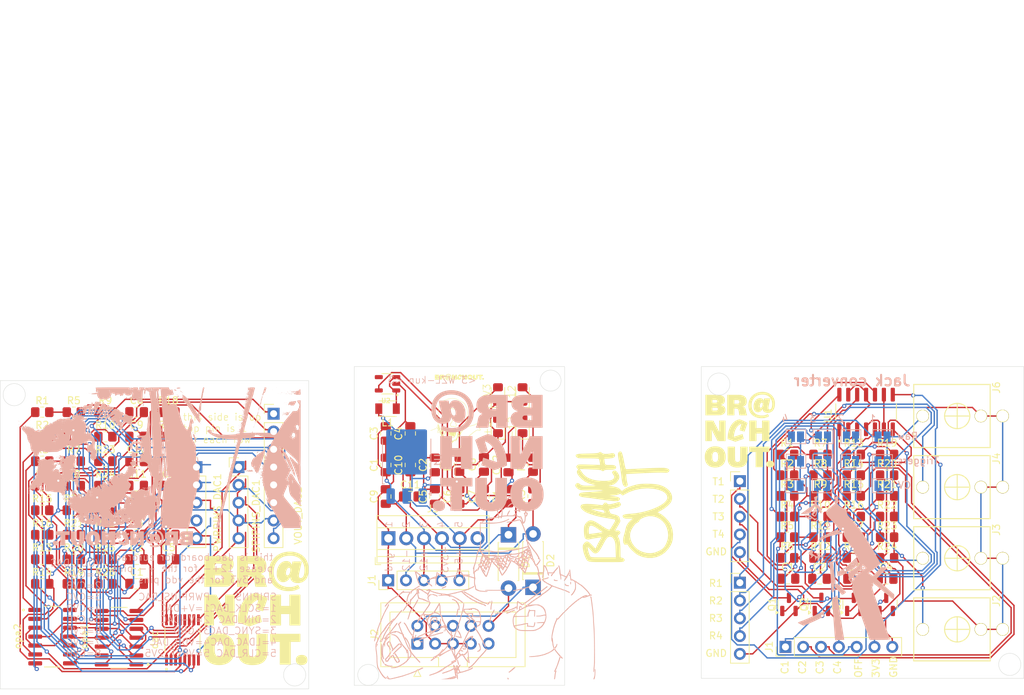
<source format=kicad_pcb>
(kicad_pcb (version 20240108) (generator "pcbnew") (generator_version "8.0")
  (layers (0 "F.Cu" signal) (31 "B.Cu" signal) (34 "B.Paste" user) (35 "F.Paste" user) (36 "B.SilkS" user "B.Silkscreen") (37 "F.SilkS" user "F.Silkscreen") (38 "B.Mask" user) (39 "F.Mask" user) (44 "Edge.Cuts" user))
  (net 0 "")
  (net 1 "Net-(C1-Pad1)")
  (net 2 "Net-(C1-Pad2)")
  (net 3 "Net-(C2-Pad1)")
  (net 4 "Net-(C2-Pad2)")
  (net 5 "Net-(C3-Pad2)")
  (net 6 "Net-(C3-Pad1)")
  (net 7 "Net-(C4-Pad2)")
  (net 8 "Net-(C4-Pad1)")
  (net 9 "GND")
  (net 10 "/VREF_2V5_DAC")
  (net 11 "/VBIAS_DAC")
  (net 12 "Net-(C8-Pad2)")
  (net 13 "Net-(C8-Pad1)")
  (net 14 "Net-(C9-Pad2)")
  (net 15 "Net-(C9-Pad1)")
  (net 16 "Net-(C10-Pad1)")
  (net 17 "Net-(C10-Pad2)")
  (net 18 "Net-(C11-Pad2)")
  (net 19 "Net-(C11-Pad1)")
  (net 20 "/V-DAC")
  (net 21 "/V+DAC")
  (net 22 "/VDD_DAC")
  (net 23 "/VOUTA_DAC")
  (net 24 "/VOUTB_DAC")
  (net 25 "/VOUTC_DAC")
  (net 26 "/VOUTD_DAC")
  (net 27 "/CVA_DAC")
  (net 28 "/CVB_DAC")
  (net 29 "/CVC_DAC")
  (net 30 "/CVD_DAC")
  (net 31 "/VOUTE_DAC")
  (net 32 "/VOUTF_DAC")
  (net 33 "/VOUTG_DAC")
  (net 34 "/VOUTH_DAC")
  (net 35 "/CVE_DAC")
  (net 36 "/CVF_DAC")
  (net 37 "/CVG_DAC")
  (net 38 "/CVH_DAC")
  (net 39 "/CLR_DAC")
  (net 40 "/DIN_DAC")
  (net 41 "/SCLK_DAC")
  (net 42 "/LDAC_DAC")
  (net 43 "/SYNC_DAC")
  (net 44 "/+12V_PWR")
  (net 45 "/+5V_PWR")
  (net 46 "/-12V_PWR")
  (net 47 "Net-(U2-EN)")
  (net 48 "/+3V3_PWR")
  (net 49 "Net-(D1-A)")
  (net 50 "Net-(D2-K)")
  (net 51 "Net-(D3-A)")
  (net 52 "Net-(D4-A)")
  (net 53 "Net-(D5-K)")
  (net 54 "Net-(D6-A)")
  (net 60 "/CV4_CVIN")
  (net 61 "/3V3_CVIN")
  (net 62 "/CV2_CVIN")
  (net 63 "/OFFSET_CVIN")
  (net 64 "/CV1_CVIN")
  (net 65 "/CV3_CVIN")
  (net 66 "/JACK2")
  (net 67 "/JACK3")
  (net 68 "/JACK4")
  (net 69 "/JACK1")
  (net 70 "/RJACK3")
  (net 71 "/RJACK2")
  (net 72 "/RJACK1")
  (net 73 "/RJACK4")
  (net 74 "/TRIGINPUT3_TRIG")
  (net 75 "/TRIGINPUT4_TRIG")
  (net 76 "/TRIGINPUT2_TRIG")
  (net 77 "/TRIGINPUT1_TRIG")
  (net 78 "/TJACK1")
  (net 79 "/TJACK2")
  (net 80 "/TJACK3")
  (net 81 "/TJACK4")
  (net 82 "/CJACK1")
  (net 83 "/CJACK2")
  (net 84 "/CJACK3")
  (net 85 "/CJACK4")
  (net 86 "Net-(Q1-B)")
  (net 87 "Net-(Q2-B)")
  (net 88 "Net-(Q3-B)")
  (net 89 "Net-(Q4-B)")
  (footprint "LOGO" (layer "F.Cu") (at 128.249749 38.3718 90)
    (property "Reference" "brasnchoutlogo" (hide yes))
    (property "Value" "LOGO" (hide yes))
  )
  (footprint "Inductor_SMD:L_TDK_NLV25_2.5x2.0mm" (layer "F.Cu") (at 93.75 25 180)
    (property "Reference" "L1")
    (property "Value" "10uH")
  )
  (footprint "Package_TO_SOT_SMD:SOT-23" (layer "F.Cu") (at 164.875 52.9375 90)
    (property "Reference" "Q4")
    (property "Value" "MMBT3904")
  )
  (footprint "Resistor_SMD:R_0805_2012Metric_Pad1.20x1.40mm_HandSolder" (layer "F.Cu") (at 49 46.5)
    (property "Reference" "R20")
    (property "Value" "100k")
  )
  (footprint "Capacitor_SMD:C_0805_2012Metric_Pad1.18x1.45mm_HandSolder" (layer "F.Cu") (at 62.4625 43)
    (property "Reference" "C7")
    (property "Value" "100n")
  )
  (footprint "Connector_PinHeader_2.54mm:PinHeader_1x05_P2.54mm_Vertical" (layer "F.Cu") (at 66.5 33.34)
    (property "Reference" "PWRPINS_DAC1")
    (property "Value" "Conn_01x05")
  )
  (footprint "Resistor_SMD:R_0805_2012Metric_Pad1.20x1.40mm_HandSolder" (layer "F.Cu") (at 150.75 34.5)
    (property "Reference" "R2")
    (property "Value" "100k")
  )
  (footprint "Capacitor_SMD:C_0805_2012Metric_Pad1.18x1.45mm_HandSolder" (layer "F.Cu") (at 93.5 37.5375 90)
    (property "Reference" "C9")
    (property "Value" "100n")
  )
  (footprint "Resistor_SMD:R_0805_2012Metric_Pad1.20x1.40mm_HandSolder" (layer "F.Cu") (at 165 40.4)
    (property "Reference" "R22")
    (property "Value" "33k")
  )
  (footprint "Resistor_SMD:R_0805_2012Metric_Pad1.20x1.40mm_HandSolder" (layer "F.Cu") (at 165 34.5)
    (property "Reference" "R20")
    (property "Value" "100k")
  )
  (footprint "Capacitor_SMD:C_0805_2012Metric_Pad1.18x1.45mm_HandSolder" (layer "F.Cu") (at 57.9625 50)
    (property "Reference" "C1")
    (property "Value" "22p")
  )
  (footprint "Resistor_SMD:R_0805_2012Metric_Pad1.20x1.40mm_HandSolder" (layer "F.Cu") (at 165 46.3)
    (property "Reference" "R24")
    (property "Value" "33k")
  )
  (footprint "DAC8568ICPW:SOP65P640X120-16N" (layer "F.Cu") (at 64.5 58 90)
    (property "Reference" "dac")
    (property "Value" "DAC8568ICPW")
  )
  (footprint "Resistor_SMD:R_0805_2012Metric_Pad1.20x1.40mm_HandSolder" (layer "F.Cu") (at 49 50)
    (property "Reference" "R19")
    (property "Value" "100k")
  )
  (footprint "Capacitor_SMD:C_0805_2012Metric_Pad1.18x1.45mm_HandSolder" (layer "F.Cu") (at 160.3625 49.285)
    (property "Reference" "C3")
    (property "Value" "560p")
  )
  (footprint "Connector_IDC:IDC-Header_2x05_P2.54mm_Vertical" (layer "F.Cu") (at 98 58.54 90)
    (property "Reference" "J2")
    (property "Value" "Conn_02x05_Odd_Even")
  )
  (footprint "Resistor_SMD:R_0805_2012Metric_Pad1.20x1.40mm_HandSolder" (layer "F.Cu") (at 62.5 25.5)
    (property "Reference" "R18")
    (property "Value" "47k")
  )
  (footprint "Resistor_SMD:R_0805_2012Metric_Pad1.20x1.40mm_HandSolder" (layer "F.Cu") (at 155.5 46.3)
    (property "Reference" "R12")
    (property "Value" "33k")
  )
  (footprint "Resistor_SMD:R_0805_2012Metric_Pad1.20x1.40mm_HandSolder" (layer "F.Cu") (at 49 32.5)
    (property "Reference" "R7")
    (property "Value" "100k")
  )
  (footprint "Resistor_SMD:R_0805_2012Metric_Pad1.20x1.40mm_HandSolder" (layer "F.Cu") (at 49 43)
    (property "Reference" "R21")
    (property "Value" "100k")
  )
  (footprint "Capacitor_SMD:C_0805_2012Metric_Pad1.18x1.45mm_HandSolder" (layer "F.Cu") (at 57.9625 39.5)
    (property "Reference" "C4")
    (property "Value" "22p")
  )
  (footprint "Capacitor_SMD:C_0805_2012Metric_Pad1.18x1.45mm_HandSolder" (layer "F.Cu") (at 57.9625 43)
    (property "Reference" "C3")
    (property "Value" "22p")
  )
  (footprint "Resistor_SMD:R_0805_2012Metric_Pad1.20x1.40mm_HandSolder" (layer "F.Cu") (at 150.75 40.4)
    (property "Reference" "R4")
    (property "Value" "100k")
  )
  (footprint "Resistor_SMD:R_0805_2012Metric_Pad1.20x1.40mm_HandSolder" (layer "F.Cu") (at 155.5 31.55)
    (property "Reference" "R7")
    (property "Value" "75k")
  )
  (footprint "OPA4172IDR:SOIC127P600X175-14N" (layer "F.Cu") (at 45.975 57.54)
    (property "Reference" "opa2")
    (property "Value" "OPA4172IDR")
  )
  (footprint "LOGO" (layer "F.Cu") (at 144 28)
    (property "Reference" "G***" (hide yes))
    (property "Value" "LOGO" (hide yes))
  )
  (footprint "LOGO" (layer "F.Cu") (at 103.5 29.5 -90)
    (property "Reference" "soy" (hide yes))
    (property "Value" "LOGO" (hide yes))
  )
  (footprint "Resistor_SMD:R_0805_2012Metric_Pad1.20x1.40mm_HandSolder" (layer "F.Cu") (at 44.5 29)
    (property "Reference" "R2")
    (property "Value" "24k9")
  )
  (footprint "Resistor_SMD:R_0805_2012Metric_Pad1.20x1.40mm_HandSolder" (layer "F.Cu") (at 150.75 31.55)
    (property "Reference" "R1")
    (property "Value" "75k")
  )
  (footprint "Diode_THT:D_DO-41_SOD81_P7.62mm_Horizontal" (layer "F.Cu") (at 111 43 -90)
    (property "Reference" "D1")
    (property "Value" "D")
  )
  (footprint "Package_TO_SOT_SMD:SOT-23" (layer "F.Cu") (at 160.25 52.9375 90)
    (property "Reference" "Q3")
    (property "Value" "MMBT3904")
  )
  (footprint "Resistor_SMD:R_0805_2012Metric_Pad1.20x1.40mm_HandSolder" (layer "F.Cu") (at 114.5 37.5 90)
    (property "Reference" "R3")
    (property "Value" "1k")
  )
  (footprint "Capacitor_SMD:C_0805_2012Metric_Pad1.18x1.45mm_HandSolder" (layer "F.Cu") (at 57.9625 29)
    (property "Reference" "C9")
    (property "Value" "22p")
  )
  (footprint "Resistor_SMD:R_0805_2012Metric_Pad1.20x1.40mm_HandSolder" (layer "F.Cu") (at 165 31.55)
    (property "Reference" "R19")
    (property "Value" "100k")
  )
  (footprint "Connector_PinHeader_2.54mm:PinHeader_1x07_P2.54mm_Vertical" (layer "F.Cu") (at 150.5 59 90)
    (property "Reference" "J1")
    (property "Value" "Conn_01x07")
  )
  (footprint "Capacitor_SMD:C_0805_2012Metric_Pad1.18x1.45mm_HandSolder" (layer "F.Cu") (at 97 33.0375 90)
    (property "Reference" "C10")
    (property "Value" "10uf")
  )
  (footprint "Resistor_SMD:R_0805_2012Metric_Pad1.20x1.40mm_HandSolder" (layer "F.Cu") (at 53.5 50)
    (property "Reference" "R26")
    (property "Value" "220")
  )
  (footprint "Package_TO_SOT_SMD:SOT-23" (layer "F.Cu") (at 151 52.9375 90)
    (property "Reference" "Q1")
    (property "Value" "MMBT3904")
  )
  (footprint "Capacitor_SMD:C_0805_2012Metric_Pad1.18x1.45mm_HandSolder" (layer "F.Cu") (at 107.5 32.9625 90)
    (property "Reference" "C8")
    (property "Value" "100n")
  )
  (footprint "Resistor_SMD:R_0805_2012Metric_Pad1.20x1.40mm_HandSolder" (layer "F.Cu") (at 44.5 46.5)
    (property "Reference" "R13")
    (property "Value" "24k9")
  )
  (footprint "Resistor_SMD:R_0805_2012Metric_Pad1.20x1.40mm_HandSolder" (layer "F.Cu") (at 114.5 33 90)
    (property "Reference" "R4")
    (property "Value" "1k")
  )
  (footprint "Eurocad:PJ301M-12" (layer "F.Cu") (at 175 56.5 90)
    (property "Reference" "J2")
    (property "Value" "PJ301M-12")
  )
  (footprint "Resistor_SMD:R_0805_2012Metric_Pad1.20x1.40mm_HandSolder" (layer "F.Cu") (at 53.5 43)
    (property "Reference" "R12")
    (property "Value" "220")
  )
  (footprint "Resistor_SMD:R_0805_2012Metric_Pad1.20x1.40mm_HandSolder" (layer "F.Cu") (at 44.5 43)
    (property "Reference" "R16")
    (property "Value" "24k9")
  )
  (footprint "Diode_THT:D_DO-41_SOD81_P7.62mm_Horizontal" (layer "F.Cu") (at 114.5 50.5 90)
    (property "Reference" "D2")
    (property "Value" "D")
  )
  (footprint "Capacitor_SMD:C_0805_2012Metric_Pad1.18x1.45mm_HandSolder" (layer "F.Cu") (at 62.5375 36)
    (property "Reference" "C6")
    (property "Value" "470n")
  )
  (footprint "Resistor_SMD:R_0805_2012Metric_Pad1.20x1.40mm_HandSolder" (layer "F.Cu") (at 53.5 46.5)
    (property "Reference" "R25")
    (property "Value" "220")
  )
  (footprint "Eurocad:PJ301M-12" (layer "F.Cu") (at 175 26.05 90)
    (property "Reference" "J6")
    (property "Value" "PJ301M-12")
  )
  (footprint "Resistor_SMD:R_0805_2012Metric_Pad1.20x1.40mm_HandSolder" (layer "F.Cu") (at 165 37.45)
    (property "Reference" "R21")
    (property "Value" "33k")
  )
  (footprint "Capacitor_SMD:C_0805_2012Metric_Pad1.18x1.45mm_HandSolder" (layer "F.Cu") (at 100.5 33.0375 90)
    (property "Reference" "C2")
    (property "Value" "10uf")
  )
  (footprint "Resistor_SMD:R_0805_2012Metric_Pad1.20x1.40mm_HandSolder" (layer "F.Cu") (at 53.5 32.5)
    (property "Reference" "R23")
    (property "Value" "220")
  )
  (footprint "Capacitor_SMD:C_0805_2012Metric_Pad1.18x1.45mm_HandSolder" (layer "F.Cu") (at 111 33.0375 90)
    (property "Reference" "C12")
    (property "Value" "100n")
  )
  (footprint "LED_SMD:LED_0805_2012Metric_Pad1.15x1.40mm_HandSolder" (layer "F.Cu") (at 109.5 22.975 90)
    (property "Reference" "D4" (hide yes))
    (property "Value" "LED")
  )
  (footprint "Resistor_SMD:R_0805_2012Metric_Pad1.20x1.40mm_HandSolder" (layer "F.Cu") (at 49 36)
    (property "Reference" "R8")
    (property "Value" "100k")
  )
  (footprint "LED_SMD:LED_0805_2012Metric_Pad1.15x1.40mm_HandSolder" (layer "F.Cu") (at 113 27.475 90)
    (property "Reference" "D5" (hide yes))
    (property "Value" "LED")
  )
  (footprint "Capacitor_SMD:C_0805_2012Metric_Pad1.18x1.45mm_HandSolder" (layer "F.Cu") (at 155.3625 49.285)
    (property "Reference" "C2")
    (property "Value" "560p")
  )
  (footprint "Capacitor_SMD:C_0805_2012Metric_Pad1.18x1.45mm_HandSolder" (layer "F.Cu") (at 164.8625 49.285)
    (property "Reference" "C4")
    (property "Value" "560p")
  )
  (footprint "Capacitor_SMD:C_0805_2012Metric_Pad1.18x1.45mm_HandSolder" (layer "F.Cu") (at 57.9625 36)
    (property "Reference" "C11")
    (property "Value" "22p")
  )
  (footprint "Eurocad:PJ301M-12" (layer "F.Cu") (at 175 36.2 90)
    (property "Reference" "J4")
    (property "Value" "PJ301M-12")
  )
  (footprint "Resistor_SMD:R_0805_2012Metric_Pad1.20x1.40mm_HandSolder" (layer "F.Cu") (at 53.5 25.5)
    (property "Reference" "R9")
    (property "Value" "220")
  )
  (footprint "Connector_PinHeader_2.54mm:PinHeader_1x05_P2.54mm_Vertical" (layer "F.Cu") (at 72.5 33.34)
    (property "Reference" "SPIPINS_DAC1")
    (property "Value" "Conn_01x05")
  )
  (footprint "OPA4172IDR:SOIC127P600X175-14N" (layer "F.Cu") (at 55.45 57.69 180)
    (property "Reference" "opa1")
    (property "Value" "OPA4172IDR")
  )
  (footprint "Resistor_SMD:R_0805_2012Metric_Pad1.20x1.40mm_HandSolder" (layer "F.Cu") (at 150.75 46.3)
    (property "Reference" "R6")
    (property "Value" "100k")
  )
  (footprint "Capacitor_SMD:C_0805_2012Metric_Pad1.18x1.45mm_HandSolder" (layer "F.Cu") (at 57.9625 46.5)
    (property "Reference" "C2")
    (property "Value" "22p")
  )
  (footprint "Connector_PinHeader_2.54mm:PinHeader_1x05_P2.54mm_Vertical" (layer "F.Cu") (at 144 49.84)
    (property "Reference" "J10" (hide yes))
    (property "Value" "Conn_01x05")
  )
  (footprint "Resistor_SMD:R_0805_2012Metric_Pad1.20x1.40mm_HandSolder" (layer "F.Cu") (at 53.5 39.5)
    (property "Reference" "R11")
    (property "Value" "220")
  )
  (footprint "Resistor_SMD:R_0805_2012Metric_Pad1.20x1.40mm_HandSolder" (layer "F.Cu") (at 44.5 25.5)
    (property "Reference" "R1")
    (property "Value" "24k9")
  )
  (footprint "Resistor_SMD:R_0805_2012Metric_Pad1.20x1.40mm_HandSolder" (layer "F.Cu") (at 160.25 40.4)
    (property "Reference" "R16")
    (property "Value" "100")
  )
  (footprint "LOGO" (layer "F.Cu") (at 75 53.5)
    (property "Reference" "G***" (hide yes))
    (property "Value" "LOGO" (hide yes))
  )
  (footprint "Connector_PinHeader_2.54mm:PinHeader_1x05_P2.54mm_Vertical" (layer "F.Cu") (at 144 35.34)
    (property "Reference" "J15" (hide yes))
    (property "Value" "Conn_01x05")
  )
  (footprint "Resistor_SMD:R_0805_2012Metric_Pad1.20x1.40mm_HandSolder" (layer "F.Cu") (at 62.5 29)
    (property "Reference" "R17")
    (property "Value" "47k")
  )
  (footprint "Resistor_SMD:R_0805_2012Metric_Pad1.20x1.40mm_HandSolder" (layer "F.Cu") (at 44.5 39.5)
    (property "Reference" "R15")
    (property "Value" "24k9")
  )
  (footprint "Capacitor_SMD:C_0805_2012Metric_Pad1.18x1.45mm_HandSolder" (layer "F.Cu") (at 57.9625 25.5)
    (property "Reference" "C8")
    (property "Value" "22p")
  )
  (footprint "LED_SMD:LED_0805_2012Metric_Pad1.15x1.40mm_HandSolder" (layer "F.Cu") (at 109.5 27.475 90)
    (property "Reference" "D3" (hide yes))
    (property "Value" "LED")
  )
  (footprint "OPA4172IDR:SOIC127P600X175-14N" (layer "F.Cu") (at 162 25.475 90)
    (property "Reference" "U1")
    (property "Value" "OPA4172IDR")
  )
  (footprint "Resistor_SMD:R_0805_2012Metric_Pad1.20x1.40mm_HandSolder" (layer "F.Cu") (at 111 37.5 90)
    (property "Reference" "R1")
    (property "Value" "1k")
  )
  (footprint "Resistor_SMD:R_0805_2012Metric_Pad1.20x1.40mm_HandSolder" (layer "F.Cu") (at 49 29)
    (property "Reference" "R6")
    (property "Value" "100k")
  )
  (footprint "Connector_PinHeader_2.54mm:PinHeader_1x05_P2.54mm_Vertical" (layer "F.Cu") (at 93.84 49.5 90)
    (property "Reference" "J1")
    (property "Value" "Conn_01x05")
  )
  (footprint "Resistor_SMD:R_0805_2012Metric_Pad1.20x1.40mm_HandSolder" (layer "F.Cu") (at 49 25.5)
    (property "Reference" "R5")
    (property "Value" "100k")
  )
  (footprint "Resistor_SMD:R_0805_2012Metric_Pad1.20x1.40mm_HandSolder" (layer "F.Cu") (at 165 43.35)
    (property "Reference" "R23")
    (property "Value" "33k")
  )
  (footprint "Capacitor_SMD:C_0805_2012Metric_Pad1.18x1.45mm_HandSolder" (layer "F.Cu") (at 93.5 28.5375 90)
    (property "Reference" "C3")
    (property "Value" "22uF")
  )
  (footprint "Capacitor_SMD:C_0805_2012Metric_Pad1.18x1.45mm_HandSolder" (layer "F.Cu") (at 62.5375 46.5)
    (property "Reference" "C5")
    (property "Value" "100n")
  )
  (footprint "Resistor_SMD:R_0805_2012Metric_Pad1.20x1.40mm_HandSolder" (layer "F.Cu") (at 155.5 34.5)
    (property "Reference" "R8")
    (property "Value" "100k")
  )
  (footprint "Resistor_SMD:R_0805_2012Metric_Pad1.20x1.40mm_HandSolder" (layer "F.Cu") (at 160.25 43.35)
    (property "Reference" "R17")
    (property "Value" "100k")
  )
  (footprint "Resistor_SMD:R_0805_2012Metric_Pad1.20x1.40mm_HandSolder" (layer "F.Cu") (at 44.5 32.5)
    (property "Reference" "R3")
    (property "Value" "24k9")
  )
  (footprint "LED_SMD:LED_0805_2012Metric_Pad1.15x1.40mm_HandSolder" (layer "F.Cu") (at 113 22.975 90)
    (property "Reference" "D6" (hide yes))
    (property "Value" "LED")
  )
  (footprint "Resistor_SMD:R_0805_2012Metric_Pad1.20x1.40mm_HandSolder" (layer "F.Cu") (at 155.5 37.45)
    (property "Reference" "R9")
    (property "Value" "33k")
  )
  (footprint "Resistor_SMD:R_0805_2012Metric_Pad1.20x1.40mm_HandSolder" (layer "F.Cu") (at 160.25 34.5)
    (property "Reference" "R14")
    (property "Value" "100")
  )
  (footprint "Resistor_SMD:R_0805_2012Metric_Pad1.20x1.40mm_HandSolder" (layer "F.Cu") (at 44.5 36)
    (property "Reference" "R4")
    (property "Value" "24k9")
  )
  (footprint "Capacitor_SMD:C_0805_2012Metric_Pad1.18x1.45mm_HandSolder" (layer "F.Cu") (at 104 37.5375 90)
    (property "Reference" "C6")
    (property "Value" "100n")
  )
  (footprint "Resistor_SMD:R_0805_2012Metric_Pad1.20x1.40mm_HandSolder" (layer "F.Cu") (at 160.25 37.45)
    (property "Reference" "R15")
    (property "Value" "100")
  )
  (footprint "Resistor_SMD:R_0805_2012Metric_Pad1.20x1.40mm_HandSolder" (layer "F.Cu") (at 150.75 37.45)
    (property "Reference" "R3")
    (property "Value" "75k")
  )
  (footprint "Resistor_SMD:R_0805_2012Metric_Pad1.20x1.40mm_HandSolder" (layer "F.Cu") (at 155.5 40.4)
    (property "Reference" "R10")
    (property "Value" "33k")
  )
  (footprint "Resistor_SMD:R_0805_2012Metric_Pad1.20x1.40mm_HandSolder" (layer "F.Cu") (at 150.75 43.35)
    (property "Reference" "R5")
    (property "Value" "75k")
  )
  (footprint "Capacitor_SMD:C_0805_2012Metric_Pad1.18x1.45mm_HandSolder" (layer "F.Cu") (at 107.49 37.5375 90)
    (property "Reference" "C7")
    (property "Value" "100n")
  )
  (footprint "Resistor_SMD:R_0805_2012Metric_Pad1.20x1.40mm_HandSolder" (layer "F.Cu") (at 44.5 50)
    (property "Reference" "R14")
    (property "Value" "24k9")
  )
  (footprint "Resistor_SMD:R_0805_2012Metric_Pad1.20x1.40mm_HandSolder" (layer "F.Cu") (at 53.5 36)
    (property "Reference" "R24")
    (property "Value" "220")
  )
  (footprint "Capacitor_SMD:C_0805_2012Metric_Pad1.18x1.45mm_HandSolder" (layer "F.Cu") (at 93.5 33.0375 90)
    (property "Reference" "C1")
    (property "Value" "10uf")
  )
  (footprint "Resistor_SMD:R_0805_2012Metric_Pad1.20x1.40mm_HandSolder" (layer "F.Cu") (at 160.25 46.3)
    (property "Reference" "R18")
    (property "Value" "100k")
  )
  (footprint "Resistor_SMD:R_0805_2012Metric_Pad1.20x1.40mm_HandSolder" (layer "F.Cu") (at 104 33 90)
    (property "Reference" "R2")
    (property "Value" "500")
  )
  (footprint "Capacitor_SMD:C_0805_2012Metric_Pad1.18x1.45mm_HandSolder" (layer "F.Cu") (at 97 28.5375 90)
    (property "Reference" "C4")
    (property "Value" "22uF")
  )
  (footprint "Capacitor_SMD:C_0805_2012Metric_Pad1.18x1.45mm_HandSolder" (layer "F.Cu") (at 97 37.5375)
    (property "Reference" "C11")
    (property "Value" "100n")
  )
  (footprint "Capacitor_SMD:C_0805_2012Metric_Pad1.18x1.45mm_HandSolder" (layer "F.Cu") (at 100.5 37.5375 90)
    (property "Reference" "C5")
    (property "Value" "10uf")
  )
  (footprint "Eurocad:PJ301M-12" (layer "F.Cu") (at 175 46.35 90)
    (property "Reference" "J3")
    (property "Value" "PJ301M-12")
  )
  (footprint "Resistor_SMD:R_0805_2012Metric_Pad1.20x1.40mm_HandSolder" (layer "F.Cu") (at 49 39.5)
    (property "Reference" "R22")
    (property "Value" "100k")
  )
  (footprint "Capacitor_SMD:C_0805_2012Metric_Pad1.18x1.45mm_HandSolder" (layer "F.Cu") (at 150.8625 49.275)
    (property "Reference" "C1")
    (property "Value" "560p")
  )
  (footprint "Resistor_SMD:R_0805_2012Metric_Pad1.20x1.40mm_HandSolder" (layer "F.Cu") (at 160.25 31.55)
    (property "Reference" "R13")
    (property "Value" "100")
  )
  (footprint "TerminalBlock:TerminalBlock_Xinya_XY308-2.54-6P_1x06_P2.54mm_Horizontal" (layer "F.Cu") (at 93.88 43.5)
    (property "Reference" "J3")
    (property "Value" "Screw_Terminal_01x05")
  )
  (footprint "LOGO" (layer "F.Cu") (at 104 20.5)
    (property "Reference" "logoH" (hide yes))
    (property "Value" "LOGO" (hide yes))
  )
  (footprint "ADP150AUJZ-2.0-R7:SOT95P280X100-5N" (layer "F.Cu") (at 93.745 21.45 180)
    (property "Reference" "U2")
    (property "Value" "ADP150AUJZ-2.0-R7")
  )
  (footprint "Resistor_SMD:R_0805_2012Metric_Pad1.20x1.40mm_HandSolder" (layer "F.Cu") (at 53.5 29)
    (property "Reference" "R10")
    (property "Value" "220")
  )
  (footprint "Resistor_SMD:R_0805_2012Metric_Pad1.20x1.40mm_HandSolder" (layer "F.Cu") (at 155.5 43.35)
    (property "Reference" "R11")
    (property "Value" "33k")
  )
  (footprint "Connector_PinHeader_2.54mm:PinHeader_1x08_P2.54mm_Vertical" (layer "F.Cu") (at 77.5 25.72)
    (property "Reference" "VOUT_DAC1")
    (property "Value" "Conn_01x05")
  )
  (footprint "Package_TO_SOT_SMD:SOT-23" (layer "F.Cu") (at 155.625 52.9375 90)
    (property "Reference" "Q2")
    (property "Value" "MMBT3904")
  )
  (footprint "Capacitor_SMD:C_0805_2012Metric_Pad1.18x1.45mm_HandSolder" (layer "F.Cu") (at 57.9625 32.5)
    (property "Reference" "C10")
    (property "Value" "22p")
  )
  (footprint "Jumper:SolderJumper-2_P1.3mm_Open_Pad1.0x1.5mm" (layer "B.Cu") (at 164.35 36 180)
    (property "Reference" "JP9" (hide yes))
    (property "Value" "SolderJumper_2_Open")
  )
  (footprint "Jumper:SolderJumper-2_P1.3mm_Open_Pad1.0x1.5mm" (layer "B.Cu") (at 164.35 32.55 180)
    (property "Reference" "JP5" (hide yes))
    (property "Value" "SolderJumper_2_Open")
  )
  (footprint "Jumper:SolderJumper-2_P1.3mm_Open_Pad1.0x1.5mm" (layer "B.Cu") (at 155.85 29 180)
    (property "Reference" "JP3" (hide yes))
    (property "Value" "SolderJumper_2_Open")
  )
  (footprint "LOGO" (layer "B.Cu") (at 56 43.5 180)
    (property "Reference" "G***")
    (property "Value" "LOGO" (hide yes))
  )
  (footprint "Jumper:SolderJumper-2_P1.3mm_Open_Pad1.0x1.5mm" (layer "B.Cu") (at 164.35 29 180)
    (property "Reference" "JP1" (hide yes))
    (property "Value" "SolderJumper_2_Open")
  )
  (footprint "LOGO" (layer "B.Cu") (at 58 32 -90)
    (property "Reference" "G***")
    (property "Value" "LOGO" (hide yes))
  )
  (footprint "LOGO" (layer "B.Cu") (at 156.5 47.5 180)
    (property "Reference" "Jack converter")
    (property "Value" "LOGO" (hide yes))
  )
  (footprint "Jumper:SolderJumper-2_P1.3mm_Open_Pad1.0x1.5mm" (layer "B.Cu") (at 155.85 32.5 180)
    (property "Reference" "JP7" (hide yes))
    (property "Value" "SolderJumper_2_Open")
  )
  (footprint "LOGO" (layer "B.Cu") (at 108 50.5 180)
    (property "Reference" "potemkin" (hide yes))
    (property "Value" "LOGO" (hide yes))
  )
  (footprint "Jumper:SolderJumper-2_P1.3mm_Open_Pad1.0x1.5mm" (layer "B.Cu") (at 159.85 29 180)
    (property "Reference" "JP2" (hide yes))
    (property "Value" "SolderJumper_2_Open")
  )
  (footprint "Jumper:SolderJumper-2_P1.3mm_Open_Pad1.0x1.5mm" (layer "B.Cu") (at 159.85 36 180)
    (property "Reference" "JP10" (hide yes))
    (property "Value" "SolderJumper_2_Open")
  )
  (footprint "Jumper:SolderJumper-2_P1.3mm_Open_Pad1.0x1.5mm" (layer "B.Cu") (at 155.7256 36.0035 180)
    (property "Reference" "JP11" (hide yes))
    (property "Value" "SolderJumper_2_Open")
  )
  (footprint "Jumper:SolderJumper-2_P1.3mm_Open_Pad1.0x1.5mm" (layer "B.Cu") (at 152 29 180)
    (property "Reference" "JP4" (hide yes))
    (property "Value" "SolderJumper_2_Open")
  )
  (footprint "Jumper:SolderJumper-2_P1.3mm_Open_Pad1.0x1.5mm" (layer "B.Cu") (at 159.85 32.5 180)
    (property "Reference" "JP6" (hide yes))
    (property "Value" "SolderJumper_2_Open")
  )
  (footprint "Jumper:SolderJumper-2_P1.3mm_Open_Pad1.0x1.5mm" (layer "B.Cu") (at 151.95 36 180)
    (property "Reference" "JP12" (hide yes))
    (property "Value" "SolderJumper_2_Open")
  )
  (footprint "Package_TO_SOT_SMD:TO-252-3_TabPin2" (layer "B.Cu") (at 96.475 32.435 90)
    (property "Reference" "U1")
    (property "Value" "LM1117DT-5.0")
  )
  (footprint "LOGO" (layer "B.Cu") (at 108 31 180)
    (property "Reference" "logoV" (hide yes))
    (property "Value" "LOGO" (hide yes))
  )
  (footprint "Jumper:SolderJumper-2_P1.3mm_Open_Pad1.0x1.5mm" (layer "B.Cu") (at 152 32.5 180)
    (property "Reference" "JP8" (hide yes))
    (property "Value" "SolderJumper_2_Open")
  )
  (gr_circle (center 141 21.5) (end 142.5 22) (stroke (width 0.05)) (fill none) (layer "Edge.Cuts"))
  (gr_circle (center 40.5 23) (end 42 23.5) (stroke (width 0.05)) (fill none) (layer "Edge.Cuts"))
  (gr_circle (center 80.5 63) (end 81 61.5) (stroke (width 0.05)) (fill none) (layer "Edge.Cuts"))
  (gr_circle (center 182.5 61.5) (end 183 60) (stroke (width 0.05)) (fill none) (layer "Edge.Cuts"))
  (gr_circle (center 91 63) (end 91 61.5) (stroke (width 0.05)) (fill none) (layer "Edge.Cuts"))
  (gr_rect (start 138.5 19) (end 184.5 63.5) (stroke (width 0.05)) (fill none) (layer "Edge.Cuts"))
  (gr_circle (center 117 21) (end 117 19.5) (stroke (width 0.05)) (fill none) (layer "Edge.Cuts"))
  (gr_rect (start 89 19) (end 119 64.5) (stroke (width 0.05)) (fill none) (layer "Edge.Cuts"))
  (gr_rect (start 38.5 21) (end 82.5 65) (stroke (width 0.05)) (fill none) (layer "Edge.Cuts"))
  (gr_text "Triggers\n" (at 172.5 33 0) (layer "B.SilkS") (effects (font (size 1 1)) (justify left bottom mirror)))
  (gr_text "this is dac board for eurorack\nplease 12+- for the +- pins\nand 3v3 for the vdd pins" (at 77.5 50 0) (layer "B.SilkS") (effects (font (size 1 1) (thickness 0.1)) (justify left bottom mirror)))
  (gr_text "CV" (at 168.5 36.5 0) (layer "B.SilkS") (effects (font (size 1 1)) (justify left bottom mirror)))
  (gr_text "VOUT_DAC\n1=CVA\n2=CVB\n3=CVC\n4=CVD\n5=CVE\n6=CVF\n7=CVG\n8=CVH" (at 53 60.5 -0) (layer "B.SilkS") (effects (font (size 1 1) (thickness 0.1)) (justify left bottom mirror)))
  (gr_text "1" (at 94.5 41 90) (layer "B.SilkS") (effects (font (size 1 1) (thickness 0.1)) (justify left bottom mirror)))
  (gr_text "3\n" (at 155 27 0) (layer "B.SilkS") (effects (font (size 1 1)) (justify left bottom mirror)))
  (gr_text "+3v3" (at 102.5 44.5 90) (layer "B.SilkS") (effects (font (size 1 1) (thickness 0.1)) (justify left bottom mirror)))
  (gr_text "PWRPINS_DAC\n1=V+DAC\n2=V-DAC\n3=GND\n4=VDD_DAC\n5=VREF_2V5\n" (at 68.5 60.5 0) (layer "B.SilkS") (effects (font (size 1 1) (thickness 0.1)) (justify left bottom mirror)))
  (gr_text "SPIPINS\n1=SCLK_DAC\n2=DIN_DAC\n3=SYNC_DAC\n4=LDAC_DAC\n5=CLR_DAC" (at 78 60.5 0) (layer "B.SilkS") (effects (font (size 1 1) (thickness 0.1)) (justify left bottom mirror)))
  (gr_text "1" (at 163.5 27 0) (layer "B.SilkS") (effects (font (size 1 1)) (justify left bottom mirror)))
  (gr_text "+5" (at 104.5 45 90) (layer "B.SilkS") (effects (font (size 1 1) (thickness 0.1)) (justify left bottom mirror)))
  (gr_text "5" (at 104.5 41 90) (layer "B.SilkS") (effects (font (size 1 1) (thickness 0.1)) (justify left bottom mirror)))
  (gr_text "3" (at 99.5 41 90) (layer "B.SilkS") (effects (font (size 1 1) (thickness 0.1)) (justify left bottom mirror)))
  (gr_text "-12" (at 97 45 90) (layer "B.SilkS") (effects (font (size 1 1) (thickness 0.1)) (justify left bottom mirror)))
  (gr_text "2" (at 97 41 90) (layer "B.SilkS") (effects (font (size 1 1) (thickness 0.1)) (justify left bottom mirror)))
  (gr_text "Raw" (at 169.5 29.5 0) (layer "B.SilkS") (effects (font (size 1 1)) (justify left bottom mirror)))
  (gr_text "<3 WZL-kun <3" (at 106.5 21.5 0) (layer "B.SilkS") (effects (font (size 1 1) (thickness 0.1)) (justify left bottom mirror)))
  (gr_text "2\n" (at 159 27 0) (layer "B.SilkS") (effects (font (size 1 1)) (justify left bottom mirror)))
  (gr_text "+12" (at 99.5 45 90) (layer "B.SilkS") (effects (font (size 1 1) (thickness 0.1)) (justify left bottom mirror)))
  (gr_text "4\n" (at 102 41 90) (layer "B.SilkS") (effects (font (size 1 1) (thickness 0.1)) (justify left bottom mirror)))
  (gr_text "gnd" (at 94.5 45.5 90) (layer "B.SilkS") (effects (font (size 1 1) (thickness 0.1)) (justify left bottom mirror)))
  (gr_text "4" (at 151 27 0) (layer "B.SilkS") (effects (font (size 1 1)) (justify left bottom mirror)))
  (gr_text "C3" (at 156 63 90) (layer "F.SilkS") (effects (font (size 1 1)) (justify left bottom)))
  (gr_text "this side is up\ntop pin is 1\nfor each row" (at 64.5 30 0) (layer "F.SilkS") (effects (font (size 1 1) (thickness 0.1)) (justify left bottom)))
  (gr_text "OFF\n" (at 161.5 63.5 90) (layer "F.SilkS") (effects (font (size 1 1)) (justify left bottom)))
  (gr_text "T2\n" (at 140 38.5 0) (layer "F.SilkS") (effects (font (size 1 1)) (justify left bottom)))
  (gr_text "R3" (at 139.5 55.5 0) (layer "F.SilkS") (effects (font (size 1 1)) (justify left bottom)))
  (gr_text "T4\n" (at 140 43.5 0) (layer "F.SilkS") (effects (font (size 1 1)) (justify left bottom)))
  (gr_text "R2" (at 139.5 53 0) (layer "F.SilkS") (effects (font (size 1 1)) (justify left bottom)))
  (gr_text "+3V3" (at 108.5 25.5 90) (layer "F.SilkS") (effects (font (size 1 1) (thickness 0.1)) (justify left bottom)))
  (gr_text "C4" (at 158.5 63 90) (layer "F.SilkS") (effects (font (size 1 1)) (justify left bottom)))
  (gr_text "-12" (at 112.04 29.335 90) (layer "F.SilkS") (effects (font (size 1 1) (thickness 0.1)) (justify left bottom)))
  (gr_text "GND\n" (at 166.5 63.5 90) (layer "F.SilkS") (effects (font (size 1 1)) (justify left bottom)))
  (gr_text "GND\n" (at 139 46 0) (layer "F.SilkS") (effects (font (size 1 1)) (justify left bottom)))
  (gr_text "T1" (at 140 36 0) (layer "F.SilkS") (effects (font (size 1 1)) (justify left bottom)))
  (gr_text "+5" (at 108.5 29 90) (layer "F.SilkS") (effects (font (size 1 1) (thickness 0.1)) (justify left bottom)))
  (gr_text "3V3" (at 164 63.5 90) (layer "F.SilkS") (effects (font (size 1 1)) (justify left bottom)))
  (gr_text "T3" (at 140 41 0) (layer "F.SilkS") (effects (font (size 1 1)) (justify left bottom)))
  (gr_text "+12" (at 112.04 24.835 90) (layer "F.SilkS") (effects (font (size 1 1) (thickness 0.1)) (justify left bottom)))
  (gr_text "R1\n" (at 139.5 50.5 0) (layer "F.SilkS") (effects (font (size 1 1)) (justify left bottom)))
  (gr_text "C1" (at 151 63 90) (layer "F.SilkS") (effects (font (size 1 1)) (justify left bottom)))
  (gr_text "GND" (at 139 60.5 0) (layer "F.SilkS") (effects (font (size 1 1)) (justify left bottom)))
  (gr_text "C2" (at 153.5 63 90) (layer "F.SilkS") (effects (font (size 1 1)) (justify left bottom)))
  (gr_text "R4\n" (at 139.5 58 0) (layer "F.SilkS") (effects (font (size 1 1)) (justify left bottom)))
  (segment (start 48 25.5) (end 48.3988 25.5) (width 0.2) (layer "F.Cu") (net 1))
  (segment (start 149.825 49.275) (end 150.1713 49.275) (width 0.2) (layer "F.Cu") (net 1))
  (segment (start 158.19 30.49) (end 159.25 31.55) (width 0.2) (layer "F.Cu") (net 1))
  (segment (start 57.5244 60.23) (end 56.117 58.823) (width 0.2) (layer "F.Cu") (net 1))
  (segment (start 158.19 27.95) (end 158.19 30.49) (width 0.2) (layer "F.Cu") (net 1))
  (segment (start 156.5 37.1601) (end 156.5 37.45) (width 0.2) (layer "F.Cu") (net 1))
  (segment (start 48 25.5) (end 45.5 25.5) (width 0.2) (layer "F.Cu") (net 1))
  (segment (start 57.925 60.23) (end 57.5244 60.23) (width 0.2) (layer "F.Cu") (net 1))
  (segment (start 54.9895 48.064) (end 53.336 48.064) (width 0.2) (layer "F.Cu") (net 1))
  (segment (start 157.8819 35.7782) (end 156.5 37.1601) (width 0.2) (layer "F.Cu") (net 1))
  (segment (start 150.1713 49.275) (end 151.9135 47.5328) (width 0.2) (layer "F.Cu") (net 1))
  (segment (start 159.25 31.55) (end 157.8819 32.9181) (width 0.2) (layer "F.Cu") (net 1))
  (segment (start 157.8819 32.9181) (end 157.8819 35.7782) (width 0.2) (layer "F.Cu") (net 1))
  (segment (start 155.4967 38.4533) (end 153.4151 38.4533) (width 0.2) (layer "F.Cu") (net 1))
  (segment (start 156.5 37.45) (end 155.4967 38.4533) (width 0.2) (layer "F.Cu") (net 1))
  (segment (start 48.3988 25.5) (end 50.9532 28.0544) (width 0.2) (layer "F.Cu") (net 1))
  (segment (start 56.925 50) (end 54.9895 48.064) (width 0.2) (layer "F.Cu") (net 1))
  (via (at 50.9532 28.0544) (size 0.6) (drill 0.3) (layers "F.Cu" "B.Cu") (net 1))
  (via (at 53.336 48.064) (size 0.6) (drill 0.3) (layers "F.Cu" "B.Cu") (net 1))
  (via (at 151.9135 47.5328) (size 0.6) (drill 0.3) (layers "F.Cu" "B.Cu") (net 1))
  (via (at 56.117 58.823) (size 0.6) (drill 0.3) (layers "F.Cu" "B.Cu") (net 1))
  (via (at 153.4151 38.4533) (size 0.6) (drill 0.3) (layers "F.Cu" "B.Cu") (net 1))
  (segment (start 151.9135 38.9842) (end 152.4444 38.4533) (width 0.2) (layer "B.Cu") (net 1))
  (segment (start 52.4078 29.509) (end 50.9532 28.0544) (width 0.2) (layer "B.Cu") (net 1))
  (segment (start 52.4078 32.0378) (end 52.4078 29.509) (width 0.2) (layer "B.Cu") (net 1))
  (segment (start 53.1839 56.744) (end 55.263 58.823) (width 0.2) (layer "B.Cu") (net 1))
  (segment (start 53.3396 32.9696) (end 52.4078 32.0378) (width 0.2) (layer "B.Cu") (net 1))
  (segment (start 55.263 58.823) (end 56.117 58.823) (width 0.2) (layer "B.Cu") (net 1))
  (segment (start 152.4444 38.4533) (end 153.4151 38.4533) (width 0.2) (layer "B.Cu") (net 1))
  (segment (start 151.9135 47.5328) (end 151.9135 38.9842) (width 0.2) (layer "B.Cu") (net 1))
  (segment (start 53.1839 50.789) (end 53.1839 56.744) (width 0.2) (layer "B.Cu") (net 1))
  (segment (start 53.3396 48.061) (end 53.3396 32.9696) (width 0.2) (layer "B.Cu") (net 1))
  (segment (start 53.336 48.064) (end 53.336 50.637) (width 0.2) (layer "B.Cu") (net 1))
  (segment (start 53.336 48.064) (end 53.3396 48.061) (width 0.2) (layer "B.Cu") (net 1))
  (segment (start 53.336 50.637) (end 53.1839 50.789) (width 0.2) (layer "B.Cu") (net 1))
  (segment (start 151.9 49.275) (end 151.9 48.5613) (width 0.2) (layer "F.Cu") (net 2))
  (segment (start 152.5283 38.4668) (end 153.5451 37.45) (width 0.2) (layer "F.Cu") (net 2))
  (segment (start 158.5018 26.627) (end 157.8648 26.627) (width 0.2) (layer "F.Cu") (net 2))
  (segment (start 157.8648 26.627) (end 157.4058 27.086) (width 0.2) (layer "F.Cu") (net 2))
  (segment (start 160.73 28.3484) (end 159.8134 29.265) (width 0.2) (layer "F.Cu") (net 2))
  (segment (start 57.5515 61.5) (end 55.5148 59.463) (width 0.2) (layer "F.Cu") (net 2))
  (segment (start 151.75 34.5) (end 151.75 31.55) (width 0.2) (layer "F.Cu") (net 2))
  (segment (start 51.565 27.4757) (end 52.5 26.5407) (width 0.2) (layer "F.Cu") (net 2))
  (segment (start 157.4058 27.086) (end 157.4058 35.1915) (width 0.2) (layer "F.Cu") (net 2))
  (segment (start 56.9514 52.049) (end 54.1873 52.049) (width 0.2) (layer "F.Cu") (net 2))
  (segment (start 55.5148 59.463) (end 55.5148 58.219) (width 0.2) (layer "F.Cu") (net 2))
  (segment (start 159.8134 29.265) (end 159.0886 29.265) (width 0.2) (layer "F.Cu") (net 2))
  (segment (start 153.5451 37.45) (end 153.5451 36.2951) (width 0.2) (layer "F.Cu") (net 2))
  (segment (start 156.6223 35.975) (end 155.975 35.975) (width 0.2) (layer "F.Cu") (net 2))
  (segment (start 159.0886 29.265) (end 158.8577 29.0341) (width 0.2) (layer "F.Cu") (net 2))
  (segment (start 153.5451 36.2951) (end 151.75 34.5) (width 0.2) (layer "F.Cu") (net 2))
  (segment (start 153.5451 37.45) (end 154.5 37.45) (width 0.2) (layer "F.Cu") (net 2))
  (segment (start 158.8577 29.0341) (end 158.8577 26.9829) (width 0.2) (layer "F.Cu") (net 2))
  (segment (start 57.925 61.5) (end 57.5515 61.5) (width 0.2) (layer "F.Cu") (net 2))
  (segment (start 152.5283 39.2236) (end 152.5283 38.4668) (width 0.2) (layer "F.Cu") (net 2))
  (segment (start 151.9 48.5613) (end 152.7253 47.736) (width 0.2) (layer "F.Cu") (net 2))
  (segment (start 59 50) (end 56.9514 52.049) (width 0.2) (layer "F.Cu") (net 2))
  (segment (start 52.5 26.5407) (end 52.5 25.5) (width 0.2) (layer "F.Cu") (net 2))
  (segment (start 160.73 27.95) (end 160.73 28.3484) (width 0.2) (layer "F.Cu") (net 2))
  (segment (start 158.8577 26.9829) (end 158.5018 26.627) (width 0.2) (layer "F.Cu") (net 2))
  (segment (start 157.4058 35.1915) (end 156.6223 35.975) (width 0.2) (layer "F.Cu") (net 2))
  (segment (start 155.975 35.975) (end 154.5 37.45) (width 0.2) (layer "F.Cu") (net 2))
  (via (at 152.5283 39.2236) (size 0.6) (drill 0.3) (layers "F.Cu" "B.Cu") (net 2))
  (via (at 54.1873 52.049) (size 0.6) (drill 0.3) (layers "F.Cu" "B.Cu") (net 2))
  (via (at 51.565 27.4757) (size 0.6) (drill 0.3) (layers "F.Cu" "B.Cu") (net 2))
  (via (at 55.5148 58.219) (size 0.6) (drill 0.3) (layers "F.Cu" "B.Cu") (net 2))
  (via (at 152.7253 47.736) (size 0.6) (drill 0.3) (layers "F.Cu" "B.Cu") (net 2))
  (segment (start 152.5283 39.2236) (end 152.3903 39.3616) (width 0.2) (layer "B.Cu") (net 2))
  (segment (start 51.565 27.4757) (end 52.8095 28.7202) (width 0.2) (layer "B.Cu") (net 2))
  (segment (start 152.3903 44.9818) (end 152.7253 45.3168) (width 0.2) (layer "B.Cu") (net 2))
  (segment (start 54.1873 52.049) (end 54.1873 57.123) (width 0.2) (layer "B.Cu") (net 2))
  (segment (start 55.2835 58.219) (end 55.5148 58.219) (width 0.2) (layer "B.Cu") (net 2))
  (segment (start 54.1873 57.123) (end 55.2835 58.219) (width 0.2) (layer "B.Cu") (net 2))
  (segment (start 53.9377 50.603) (end 53.5856 50.955) (width 0.2) (layer "B.Cu") (net 2))
  (segment (start 152.7253 45.3168) (end 152.7253 47.736) (width 0.2) (layer "B.Cu") (net 2))
  (segment (start 52.8095 31.8713) (end 53.9377 32.9995) (width 0.2) (layer "B.Cu") (net 2))
  (segment (start 53.9377 32.9995) (end 53.9377 50.603) (width 0.2) (layer "B.Cu") (net 2))
  (segment (start 52.8095 28.7202) (end 52.8095 31.8713) (width 0.2) (layer "B.Cu") (net 2))
  (segment (start 152.3903 39.3616) (end 152.3903 44.9818) (width 0.2) (layer "B.Cu") (net 2))
  (segment (start 53.5856 50.955) (end 53.5856 51.447) (width 0.2) (layer "B.Cu") (net 2))
  (segment (start 53.5856 51.447) (end 54.1873 52.049) (width 0.2) (layer "B.Cu") (net 2))
  (segment (start 156.1535 40.7465) (end 156.1535 42.049) (width 0.2) (layer "F.Cu") (net 3))
  (segment (start 48 29) (end 48.0348 29) (width 0.2) (layer "F.Cu") (net 3))
  (segment (start 154.325 47.6659) (end 154.325 49.285) (width 0.2) (layer "F.Cu") (net 3))
  (segment (start 49.582 44.213) (end 50.866 45.497) (width 0.2) (layer "F.Cu") (net 3))
  (segment (start 158.0773 38.8227) (end 156.5 40.4) (width 0.2) (layer "F.Cu") (net 3))
  (segment (start 168.4305 30.5705) (end 168.4305 31.6733) (width 0.2) (layer "F.Cu") (net 3))
  (segment (start 165.81 27.95) (end 168.4305 30.5705) (width 0.2) (layer "F.Cu") (net 3))
  (segment (start 48.0348 29) (end 48.953 28.0818) (width 0.2) (layer "F.Cu") (net 3))
  (segment (start 158.0773 36.7899) (end 158.0773 38.8227) (width 0.2) (layer "F.Cu") (net 3))
  (segment (start 53.5 47.107) (end 53.9212 47.528) (width 0.2) (layer "F.Cu") (net 3))
  (segment (start 159.25 35.6172) (end 158.0773 36.7899) (width 0.2) (layer "F.Cu") (net 3))
  (segment (start 56.3827 55.062) (end 57.837 55.062) (width 0.2) (layer "F.Cu") (net 3))
  (segment (start 154.2758 47.6167) (end 154.325 47.6659) (width 0.2) (layer "F.Cu") (net 3))
  (segment (start 167.438 32.6658) (end 161.0842 32.6658) (width 0.2) (layer "F.Cu") (net 3))
  (segment (start 50.866 45.497) (end 53.0788 45.497) (width 0.2) (layer "F.Cu") (net 3))
  (segment (start 53.9212 47.528) (end 55.8934 47.528) (width 0.2) (layer "F.Cu") (net 3))
  (segment (start 53.0788 45.497) (end 53.5 45.918) (width 0.2) (layer "F.Cu") (net 3))
  (segment (start 45.5 29) (end 48 29) (width 0.2) (layer "F.Cu") (net 3))
  (segment (start 55.8934 47.528) (end 55.8971 47.528) (width 0.2) (layer "F.Cu") (net 3))
  (segment (start 159.25 34.5) (end 159.25 35.6172) (width 0.2) (layer "F.Cu") (net 3))
  (segment (start 168.4305 31.6733) (end 167.438 32.6658) (width 0.2) (layer "F.Cu") (net 3))
  (segment (start 53.5 45.918) (end 53.5 47.107) (width 0.2) (layer "F.Cu") (net 3))
  (segment (start 57.837 55.062) (end 57.925 55.15) (width 0.2) (layer "F.Cu") (net 3))
  (segment (start 156.5 40.4) (end 156.1535 40.7465) (width 0.2) (layer "F.Cu") (net 3))
  (segment (start 161.0842 32.6658) (end 159.25 34.5) (width 0.2) (layer "F.Cu") (net 3))
  (segment (start 55.8971 47.528) (end 56.925 46.5) (width 0.2) (layer "F.Cu") (net 3))
  (via (at 48.953 28.0818) (size 0.6) (drill 0.3) (layers "F.Cu" "B.Cu") (net 3))
  (via (at 49.582 44.213) (size 0.6) (drill 0.3) (layers "F.Cu" "B.Cu") (net 3))
  (via (at 156.1535 42.049) (size 0.6) (drill 0.3) (layers "F.Cu" "B.Cu") (net 3))
  (via (at 55.8934 47.528) (size 0.6) (drill 0.3) (layers "F.Cu" "B.Cu") (net 3))
  (via (at 154.2758 47.6167) (size 0.6) (drill 0.3) (layers "F.Cu" "B.Cu") (net 3))
  (via (at 56.3827 55.062) (size 0.6) (drill 0.3) (layers "F.Cu" "B.Cu") (net 3))
  (segment (start 156.1535 42.049) (end 156.1535 45.739) (width 0.2) (layer "B.Cu") (net 3))
  (segment (start 55.6417 54.321) (end 55.6417 47.78) (width 0.2) (layer "B.Cu") (net 3))
  (segment (start 56.3827 55.062) (end 55.6417 54.321) (width 0.2) (layer "B.Cu") (net 3))
  (segment (start 55.6417 47.78) (end 55.8934 47.528) (width 0.2) (layer "B.Cu") (net 3))
  (segment (start 48.953 28.0818) (end 48.953 43.584) (width 0.2) (layer "B.Cu") (net 3))
  (segment (start 48.953 43.584) (end 49.582 44.213) (width 0.2) (layer "B.Cu") (net 3))
  (segment (start 156.1535 45.739) (end 154.2758 47.6167) (width 0.2) (layer "B.Cu") (net 3))
  (segment (start 59.8985 40.506) (end 59.8985 38.804) (width 0.2) (layer "F.Cu") (net 4))
  (segment (start 159.1238 33.025) (end 158.3163 33.8325) (width 0.2) (layer "F.Cu") (net 4))
  (segment (start 161.9419 29.2688) (end 160.25 30.9607) (width 0.2) (layer "F.Cu") (net 4))
  (segment (start 162.3192 29.2688) (end 161.9419 29.2688) (width 0.2) (layer "F.Cu") (net 4))
  (segment (start 59 46.5) (end 59 45.226) (width 0.2) (layer "F.Cu") (net 4))
  (segment (start 59.8985 38.804) (end 59.5663 38.472) (width 0.2) (layer "F.Cu") (net 4))
  (segment (start 159.3821 33.025) (end 159.1238 33.025) (width 0.2) (layer "F.Cu") (net 4))
  (segment (start 154.5 40.4) (end 155.5 41.4) (width 0.2) (layer "F.Cu") (net 4))
  (segment (start 155.5 48.385) (end 156.4 49.285) (width 0.2) (layer "F.Cu") (net 4))
  (segment (start 158.3163 35.9474) (end 157.6071 36.6566) (width 0.2) (layer "F.Cu") (net 4))
  (segment (start 160.25 32.1571) (end 159.3821 33.025) (width 0.2) (layer "F.Cu") (net 4))
  (segment (start 58.1047 44.33) (end 58.1047 42.3) (width 0.2) (layer "F.Cu") (net 4))
  (segment (start 160.25 30.9607) (end 160.25 32.1571) (width 0.2) (layer "F.Cu") (net 4))
  (segment (start 59.903 47.403) (end 59.903 51.902) (width 0.2) (layer "F.Cu") (net 4))
  (segment (start 163.27 28.318) (end 162.3192 29.2688) (width 0.2) (layer "F.Cu") (net 4))
  (segment (start 58.1047 42.3) (end 59.8985 40.506) (width 0.2) (layer "F.Cu") (net 4))
  (segment (start 157.6071 37.9741) (end 156.5277 39.0535) (width 0.2) (layer "F.Cu") (net 4))
  (segment (start 155.5 41.4) (end 155.5 48.385) (width 0.2) (layer "F.Cu") (net 4))
  (segment (start 56.7649 41.271) (end 54.8336 41.271) (width 0.2) (layer "F.Cu") (net 4))
  (segment (start 57.9237 40.112) (end 56.7649 41.271) (width 0.2) (layer "F.Cu") (net 4))
  (segment (start 59 45.226) (end 58.1047 44.33) (width 0.2) (layer "F.Cu") (net 4))
  (segment (start 154.5 40.4) (end 151.75 40.4) (width 0.2) (layer "F.Cu") (net 4))
  (segment (start 52.5 29.2737) (end 52.5 29) (width 0.2) (layer "F.Cu") (net 4))
  (segment (start 59 46.5) (end 59.903 47.403) (width 0.2) (layer "F.Cu") (net 4))
  (segment (start 58.4289 38.472) (end 57.9237 38.978) (width 0.2) (layer "F.Cu") (net 4))
  (segment (start 59.5663 38.472) (end 58.4289 38.472) (width 0.2) (layer "F.Cu") (net 4))
  (segment (start 163.27 27.95) (end 163.27 28.318) (width 0.2) (layer "F.Cu") (net 4))
  (segment (start 158.3163 33.8325) (end 158.3163 35.9474) (width 0.2) (layer "F.Cu") (net 4))
  (segment (start 59.903 51.902) (end 57.925 53.88) (width 0.2) (layer "F.Cu") (net 4))
  (segment (start 57.9237 38.978) (end 57.9237 40.112) (width 0.2) (layer "F.Cu") (net 4))
  (segment (start 157.6071 36.6566) (end 157.6071 37.9741) (width 0.2) (layer "F.Cu") (net 4))
  (segment (start 155.8465 39.0535) (end 154.5 40.4) (width 0.2) (layer "F.Cu") (net 4))
  (segment (start 53.6702 30.4439) (end 52.5 29.2737) (width 0.2) (layer "F.Cu") (net 4))
  (segment (start 151.75 37.45) (end 151.75 40.4) (width 0.2) (layer "F.Cu") (net 4))
  (segment (start 156.5277 39.0535) (end 155.8465 39.0535) (width 0.2) (layer "F.Cu") (net 4))
  (via (at 53.6702 30.4439) (size 0.6) (drill 0.3) (layers "F.Cu" "B.Cu") (net 4))
  (via (at 54.8336 41.271) (size 0.6) (drill 0.3) (layers "F.Cu" "B.Cu") (net 4))
  (segment (start 54.8332 41.27) (end 54.8336 41.271) (width 0.2) (layer "B.Cu") (net 4))
  (segment (start 54.8332 31.7852) (end 54.8332 41.27) (width 0.2) (layer "B.Cu") (net 4))
  (segment (start 53.6702 30.6222) (end 54.8332 31.7852) (width 0.2) (layer "B.Cu") (net 4))
  (segment (start 53.6702 30.4439) (end 53.6702 30.6222) (width 0.2) (layer "B.Cu") (net 4))
  (segment (start 150.7348 47.3152) (end 151.75 46.3) (width 0.2) (layer "F.Cu") (net 5))
  (segment (start 57.0651 38.068) (end 59.7456 38.068) (width 0.2) (layer "F.Cu") (net 5))
  (segment (start 56.0516 53.88) (end 52.975 53.88) (width 0.2) (layer "F.Cu") (net 5))
  (segment (start 153.327 47.2351) (end 153.327 49.9173) (width 0.2) (layer "F.Cu") (net 5))
  (segment (start 53.6185 38.47) (end 56.6634 38.47) (width 0.2) (layer "F.Cu") (net 5))
  (segment (start 59 42.479) (end 59 43) (width 0.2) (layer "F.Cu") (net 5))
  (segment (start 58.9544 54.515) (end 56.6866 54.515) (width 0.2) (layer "F.Cu") (net 5))
  (segment (start 151.75 46.3) (end 152.3919 46.3) (width 0.2) (layer "F.Cu") (net 5))
  (segment (start 147.8978 31.2079) (end 147.8978 46.0488) (width 0.2) (layer "F.Cu") (net 5))
  (segment (start 56.6634 38.47) (end 57.0651 38.068) (width 0.2) (layer "F.Cu") (net 5))
  (segment (start 52.5 39.5) (end 52.588 39.5) (width 0.2) (layer "F.Cu") (net 5))
  (segment (start 163.27 23) (end 163.27 22.6382) (width 0.2) (layer "F.Cu") (net 5))
  (segment (start 151.75 43.35) (end 154.5 43.35) (width 0.2) (layer "F.Cu") (net 5))
  (segment (start 157.8372 21.2685) (end 147.8978 31.2079) (width 0.2) (layer "F.Cu") (net 5))
  (segment (start 52.588 39.5) (end 53.6185 38.47) (width 0.2) (layer "F.Cu") (net 5))
  (segment (start 147.8978 46.0488) (end 149.1642 47.3152) (width 0.2) (layer "F.Cu") (net 5))
  (segment (start 152.3919 46.3) (end 154.5 44.1919) (width 0.2) (layer "F.Cu") (net 5))
  (segment (start 160.094 50.733) (end 161.4 49.427) (width 0.2) (layer "F.Cu") (net 5))
  (segment (start 56.6866 54.515) (end 56.0516 53.88) (width 0.2) (layer "F.Cu") (net 5))
  (segment (start 154.1427 50.733) (end 160.094 50.733) (width 0.2) (layer "F.Cu") (net 5))
  (segment (start 154.5 44.1919) (end 154.5 43.35) (width 0.2) (layer "F.Cu") (net 5))
  (segment (start 60.3175 44.318) (end 60.3175 53.152) (width 0.2) (layer "F.Cu") (net 5))
  (segment (start 60.3101 38.632) (end 60.3101 41.169) (width 0.2) (layer "F.Cu") (net 5))
  (segment (start 152.3919 46.3) (end 153.327 47.2351) (width 0.2) (layer "F.Cu") (net 5))
  (segment (start 161.4 49.427) (end 161.4 49.285) (width 0.2) (layer "F.Cu") (net 5))
  (segment (start 60.3101 41.169) (end 59 42.479) (width 0.2) (layer "F.Cu") (net 5))
  (segment (start 59.7456 38.068) (end 60.3101 38.632) (width 0.2) (layer "F.Cu") (net 5))
  (segment (start 59 43) (end 60.3175 44.318) (width 0.2) (layer "F.Cu") (net 5))
  (segment (start 153.327 49.9173) (end 154.1427 50.733) (width 0.2) (layer "F.Cu") (net 5))
  (segment (start 163.27 22.6382) (end 161.9003 21.2685) (width 0.2) (layer "F.Cu") (net 5))
  (segment (start 60.3175 53.152) (end 58.9544 54.515) (width 0.2) (layer "F.Cu") (net 5))
  (segment (start 161.9003 21.2685) (end 157.8372 21.2685) (width 0.2) (layer "F.Cu") (net 5))
  (segment (start 149.1642 47.3152) (end 150.7348 47.3152) (width 0.2) (layer "F.Cu") (net 5))
  (segment (start 48 32.5) (end 49.0601 33.5601) (width 0.2) (layer "F.Cu") (net 6))
  (segment (start 156.5 43.35) (end 157.4027 42.4473) (width 0.2) (layer "F.Cu") (net 6))
  (segment (start 157.4027 42.4473) (end 157.4027 40.4445) (width 0.2) (layer "F.Cu") (net 6))
  (segment (start 52.876 55.051) (end 51.4875 55.051) (width 0.2) (layer "F.Cu") (net 6))
  (segment (start 159.0133 48.9733) (end 159.325 49.285) (width 0.2) (layer "F.Cu") (net 6))
  (segment (start 51.4875 55.051) (end 51.4875 55.049) (width 0.2) (layer "F.Cu") (net 6))
  (segment (start 55.7177 44.207) (end 51.876 44.207) (width 0.2) (layer "F.Cu") (net 6))
  (segment (start 158.7507 48.0343) (end 159.0133 48.0343) (width 0.2) (layer "F.Cu") (net 6))
  (segment (start 45.5 32.5) (end 48 32.5) (width 0.2) (layer "F.Cu") (net 6))
  (segment (start 49.0601 33.5601) (end 51.3405 33.5601) (width 0.2) (layer "F.Cu") (net 6))
  (segment (start 159.0133 48.0343) (end 159.0133 48.9733) (width 0.2) (layer "F.Cu") (net 6))
  (segment (start 56.925 43) (end 55.7177 44.207) (width 0.2) (layer "F.Cu") (net 6))
  (segment (start 156.5 43.35) (end 156.5 44.0995) (width 0.2) (layer "F.Cu") (net 6))
  (segment (start 165.81 23) (end 168.613 23) (width 0.2) (layer "F.Cu") (net 6))
  (segment (start 156.5 44.0995) (end 157.8157 45.4152) (width 0.2) (layer "F.Cu") (net 6))
  (segment (start 159.25 38.5972) (end 159.25 37.45) (width 0.2) (layer "F.Cu") (net 6))
  (segment (start 168.613 23) (end 168.7188 23.1058) (width 0.2) (layer "F.Cu") (net 6))
  (segment (start 157.8157 45.4152) (end 157.8157 47.0993) (width 0.2) (layer "F.Cu") (net 6))
  (segment (start 157.4027 40.4445) (end 159.25 38.5972) (width 0.2) (layer "F.Cu") (net 6))
  (segment (start 52.975 55.15) (end 52.876 55.051) (width 0.2) (layer "F.Cu") (net 6))
  (segment (start 157.8157 47.0993) (end 158.7507 48.0343) (width 0.2) (layer "F.Cu") (net 6))
  (via (at 159.0133 48.0343) (size 0.6) (drill 0.3) (layers "F.Cu" "B.Cu") (net 6))
  (via (at 168.7188 23.1058) (size 0.6) (drill 0.3) (layers "F.Cu" "B.Cu") (net 6))
  (via (at 51.3405 33.5601) (size 0.6) (drill 0.3) (layers "F.Cu" "B.Cu") (net 6))
  (via (at 51.4875 55.049) (size 0.6) (drill 0.3) (layers "F.Cu" "B.Cu") (net 6))
  (via (at 51.876 44.207) (size 0.6) (drill 0.3) (layers "F.Cu" "B.Cu") (net 6))
  (segment (start 51.6824 33.902) (end 51.3405 33.5601) (width 0.2) (layer "B.Cu") (net 6))
  (segment (start 170.3246 48.9725) (end 172.1247 47.1724) (width 0.2) (layer "B.Cu") (net 6))
  (segment (start 51.6824 40.422) (end 51.6824 33.902) (width 0.2) (layer "B.Cu") (net 6))
  (segment (start 51.4875 55.049) (end 51.4875 47.295) (width 0.2) (layer "B.Cu") (net 6))
  (segment (start 170.0059 23.1058) (end 168.7188 23.1058) (width 0.2) (layer "B.Cu") (net 6))
  (segment (start 172.1317 27.706) (end 172.1317 25.2316) (width 0.2) (layer "B.Cu") (net 6))
  (segment (start 51.9268 46.856) (end 51.9268 44.258) (width 0.2) (layer "B.Cu") (net 6))
  (segment (start 51.876 44.207) (end 51.876 40.616) (width 0.2) (layer "B.Cu") (net 6))
  (segment (start 51.876 40.616) (end 51.6824 40.422) (width 0.2) (layer "B.Cu") (net 6))
  (segment (start 171.8984 45.2887) (end 171.8984 27.9393) (width 0.2) (layer "B.Cu") (net 6))
  (segment (start 51.4875 47.295) (end 51.9268 46.856) (width 0.2) (layer "B.Cu") (net 6))
  (segment (start 159.9515 48.9725) (end 170.3246 48.9725) (width 0.2) (layer "B.Cu") (net 6))
  (segment (start 171.8984 27.9393) (end 172.1317 27.706) (width 0.2) (layer "B.Cu") (net 6))
  (segment (start 172.1247 45.515) (end 171.8984 45.2887) (width 0.2) (layer "B.Cu") (net 6))
  (segment (start 159.0133 48.0343) (end 159.9515 48.9725) (width 0.2) (layer "B.Cu") (net 6))
  (segment (start 172.1247 47.1724) (end 172.1247 45.515) (width 0.2) (layer "B.Cu") (net 6))
  (segment (start 51.9268 44.258) (end 51.876 44.207) (width 0.2) (layer "B.Cu") (net 6))
  (segment (start 172.1317 25.2316) (end 170.0059 23.1058) (width 0.2) (layer "B.Cu") (net 6))
  (segment (start 159.1295 25.2254) (end 160.73 23.6249) (width 0.2) (layer "F.Cu") (net 7))
  (segment (start 51.2869 41.787) (end 50.1589 41.787) (width 0.2) (layer "F.Cu") (net 7))
  (segment (start 160.73 23.6249) (end 160.73 23) (width 0.2) (layer "F.Cu") (net 7))
  (segment (start 156.5 34.5) (end 156.5 33.109) (width 0.2) (layer "F.Cu") (net 7))
  (segment (start 154.5 46.3) (end 154.5 45.1323) (width 0.2) (layer "F.Cu") (net 7))
  (segment (start 59 39.616) (end 56.7267 41.89) (width 0.2) (layer "F.Cu") (net 7))
  (segment (start 156.5 31.55) (end 156.5 27.3883) (width 0.2) (layer "F.Cu") (net 7))
  (segment (start 48.45 53.55) (end 49.4141 52.586) (width 0.2) (layer "F.Cu") (net 7))
  (segment (start 156.5 33.109) (end 156.5 31.55) (width 0.2) (layer "F.Cu") (net 7))
  (segment (start 158.6629 25.2254) (end 159.1295 25.2254) (width 0.2) (layer "F.Cu") (net 7))
  (segment (start 154.5 45.1323) (end 154.5557 45.0766) (width 0.2) (layer "F.Cu") (net 7))
  (segment (start 156.5 27.3883) (end 158.6629 25.2254) (width 0.2) (layer "F.Cu") (net 7))
  (segment (start 165.9 49.285) (end 165.9 48.977) (width 0.2) (layer "F.Cu") (net 7))
  (segment (start 52.5 43) (end 51.2869 41.787) (width 0.2) (layer "F.Cu") (net 7))
  (segment (start 156.5 33.109) (end 153.7358 33.109) (width 0.2) (layer "F.Cu") (net 7))
  (segment (start 48.45 53.73) (end 48.45 53.55) (width 0.2) (layer "F.Cu") (net 7))
  (segment (start 56.7267 41.89) (end 53.6104 41.89) (width 0.2) (layer "F.Cu") (net 7))
  (segment (start 59 39.5) (end 59 39.616) (width 0.2) (layer "F.Cu") (net 7))
  (segment (start 53.6104 41.89) (end 52.5 43) (width 0.2) (layer "F.Cu") (net 7))
  (segment (start 165.9 48.977) (end 164.4443 47.5213) (width 0.2) (layer "F.Cu") (net 7))
  (via (at 50.1589 41.787) (size 0.6) (drill 0.3) (layers "F.Cu" "B.Cu") (net 7))
  (via (at 154.5557 45.0766) (size 0.6) (drill 0.3) (layers "F.Cu" "B.Cu") (net 7))
  (via (at 164.4443 47.5213) (size 0.6) (drill 0.3) (layers "F.Cu" "B.Cu") (net 7))
  (via (at 153.7358 33.109) (size 0.6) (drill 0.3) (layers "F.Cu" "B.Cu") (net 7))
  (via (at 49.4141 52.586) (size 0.6) (drill 0.3) (layers "F.Cu" "B.Cu") (net 7))
  (segment (start 155.5146 44.1177) (end 155.5146 41.8035) (width 0.2) (layer "B.Cu") (net 7))
  (segment (start 159.1702 41.1084) (end 161.1702 43.1084) (width 0.2) (layer "B.Cu") (net 7))
  (segment (start 153.1719 45.0766) (end 154.5557 45.0766) (width 0.2) (layer "B.Cu") (net 7))
  (segment (start 161.1702 43.1084) (end 161.1702 43.9749) (width 0.2) (layer "B.Cu") (net 7))
  (segment (start 154.0244 34.4003) (end 154.0244 42.7202) (width 0.2) (layer "B.Cu") (net 7))
  (segment (start 49.4141 46.31) (end 50.2386 45.485) (width 0.2) (layer "B.Cu") (net 7))
  (segment (start 164.4443 47.249) (end 164.4443 47.5213) (width 0.2) (layer "B.Cu") (net 7))
  (segment (start 152.7946 44.6993) (end 153.1719 45.0766) (width 0.2) (layer "B.Cu") (net 7))
  (segment (start 156.2097 41.1084) (end 159.1702 41.1084) (width 0.2) (layer "B.Cu") (net 7))
  (segment (start 152.7946 43.95) (end 152.7946 44.6993) (width 0.2) (layer "B.Cu") (net 7))
  (segment (start 153.7358 34.1117) (end 154.0244 34.4003) (width 0.2) (layer "B.Cu") (net 7))
  (segment (start 154.0244 42.7202) (end 152.7946 43.95) (width 0.2) (layer "B.Cu") (net 7))
  (segment (start 49.4141 52.586) (end 49.4141 46.31) (width 0.2) (layer "B.Cu") (net 7))
  (segment (start 153.7358 33.109) (end 153.7358 34.1117) (width 0.2) (layer "B.Cu") (net 7))
  (segment (start 161.1702 43.9749) (end 164.4443 47.249) (width 0.2) (layer "B.Cu") (net 7))
  (segment (start 154.5557 45.0766) (end 155.5146 44.1177) (width 0.2) (layer "B.Cu") (net 7))
  (segment (start 155.5146 41.8035) (end 156.2097 41.1084) (width 0.2) (layer "B.Cu") (net 7))
  (segment (start 50.2386 41.867) (end 50.1589 41.787) (width 0.2) (layer "B.Cu") (net 7))
  (segment (start 50.2386 45.485) (end 50.2386 41.867) (width 0.2) (layer "B.Cu") (net 7))
  (segment (start 158.7551 50.3313) (end 157.4155 48.9917) (width 0.2) (layer "F.Cu") (net 8))
  (segment (start 159.1471 47.3172) (end 160.3257 48.4958) (width 0.2) (layer "F.Cu") (net 8))
  (segment (start 55.7558 40.669) (end 53.8988 40.669) (width 0.2) (layer "F.Cu") (net 8))
  (segment (start 48 36) (end 45.5 36) (width 0.2) (layer "F.Cu") (net 8))
  (segment (start 48 36) (end 50.4728 38.473) (width 0.2) (layer "F.Cu") (net 8))
  (segment (start 158.2103 44.5428) (end 158.2103 45.2418) (width 0.2) (layer "F.Cu") (net 8))
  (segment (start 158.19 23) (end 154.1753 27.0147) (width 0.2) (layer "F.Cu") (net 8))
  (segment (start 48.45 55) (end 50.0576 55) (width 0.2) (layer "F.Cu") (net 8))
  (segment (start 50.6853 40.844) (end 50.8067 40.844) (width 0.2) (layer "F.Cu") (net 8))
  (segment (start 50.4728 38.473) (end 50.6318 38.473) (width 0.2) (layer "F.Cu") (net 8))
  (segment (start 154.1753 27.0147) (end 154.1753 28.0974) (width 0.2) (layer "F.Cu") (net 8))
  (segment (start 160.3257 49.8977) (end 159.8921 50.3313) (width 0.2) (layer "F.Cu") (net 8))
  (segment (start 158.2103 45.2418) (end 158.3107 45.3422) (width 0.2) (layer "F.Cu") (net 8))
  (segment (start 158.3107 45.3422) (end 158.3107 46.9584) (width 0.2) (layer "F.Cu") (net 8))
  (segment (start 50.9215 38.762) (end 50.9215 40.729) (width 0.2) (layer "F.Cu") (net 8))
  (segment (start 158.6695 47.3172) (end 159.1471 47.3172) (width 0.2) (layer "F.Cu") (net 8))
  (segment (start 158.0979 44.4304) (end 158.2103 44.5428) (width 0.2) (layer "F.Cu") (net 8))
  (segment (start 160.3257 48.4958) (end 160.5764 48.2451) (width 0.2) (layer "F.Cu") (net 8))
  (segment (start 160.3257 48.4958) (end 160.3257 49.8977) (width 0.2) (layer "F.Cu") (net 8))
  (segment (start 56.925 39.5) (end 55.7558 40.669) (width 0.2) (layer "F.Cu") (net 8))
  (segment (start 156.5 47.3433) (end 156.5 46.3) (width 0.2) (layer "F.Cu") (net 8))
  (segment (start 53.8988 40.669) (end 53.6341 40.934) (width 0.2) (layer "F.Cu") (net 8))
  (segment (start 157.4155 48.9917) (end 157.4155 48.2588) (width 0.2) (layer "F.Cu") (net 8))
  (segment (start 53.6341 40.934) (end 51.1263 40.934) (width 0.2) (layer "F.Cu") (net 8))
  (segment (start 51.1263 40.934) (end 50.9215 40.729) (width 0.2) (layer "F.Cu") (net 8))
  (segment (start 50.8067 40.844) (end 50.9215 40.729) (width 0.2) (layer "F.Cu") (net 8))
  (segment (start 157.4155 48.2588) (end 156.5 47.3433) (width 0.2) (layer "F.Cu") (net 8))
  (segment (start 50.6318 38.473) (end 50.9215 38.762) (width 0.2) (layer "F.Cu") (net 8))
  (segment (start 159.25 40.4) (end 159.25 39.4459) (width 0.2) (layer "F.Cu") (net 8))
  (segment (start 159.8921 50.3313) (end 158.7551 50.3313) (width 0.2) (layer "F.Cu") (net 8))
  (segment (start 160.5764 48.2451) (end 162.7851 48.2451) (width 0.2) (layer "F.Cu") (net 8))
  (segment (start 159.25 40.4) (end 158.0979 41.5521) (width 0.2) (layer "F.Cu") (net 8))
  (segment (start 159.25 39.4459) (end 160.0498 38.6461) (width 0.2) (layer "F.Cu") (net 8))
  (segment (start 158.0979 41.5521) (end 158.0979 44.4304) (width 0.2) (layer "F.Cu") (net 8))
  (segment (start 162.7851 48.2451) (end 163.825 49.285) (width 0.2) (layer "F.Cu") (net 8))
  (segment (start 158.3107 46.9584) (end 158.6695 47.3172) (width 0.2) (layer "F.Cu") (net 8))
  (via (at 154.1753 28.0974) (size 0.6) (drill 0.3) (layers "F.Cu" "B.Cu") (net 8))
  (via (at 50.0576 55) (size 0.6) (drill 0.3) (layers "F.Cu" "B.Cu") (net 8))
  (via (at 160.0498 38.6461) (size 0.6) (drill 0.3) (layers "F.Cu" "B.Cu") (net 8))
  (via (at 50.6853 40.844) (size 0.6) (drill 0.3) (layers "F.Cu" "B.Cu") (net 8))
  (segment (start 50.0576 46.434) (end 50.0576 55) (width 0.2) (layer "B.Cu") (net 8))
  (segment (start 160.0498 38.6461) (end 158.0495 36.6458) (width 0.2) (layer "B.Cu") (net 8))
  (segment (start 50.6853 40.844) (end 50.7607 40.919) (width 0.2) (layer "B.Cu") (net 8))
  (segment (start 157.3017 33.9437) (end 157.3017 28.125) (width 0.2) (layer "B.Cu") (net 8))
  (segment (start 158.0495 36.6458) (end 158.0495 34.6915) (width 0.2) (layer "B.Cu") (net 8))
  (segment (start 50.7607 40.919) (end 50.7607 45.731) (width 0.2) (layer "B.Cu") (net 8))
  (segment (start 154.3244 27.9483) (end 154.1753 28.0974) (width 0.2) (layer "B.Cu") (net 8))
  (segment (start 158.0495 34.6915) (end 157.3017 33.9437) (width 0.2) (layer "B.Cu") (net 8))
  (segment (start 157.3017 28.125) (end 157.125 27.9483) (width 0.2) (layer "B.Cu") (net 8))
  (segment (start 50.7607 45.731) (end 50.0576 46.434) (width 0.2) (layer "B.Cu") (net 8))
  (segment (start 157.125 27.9483) (end 154.3244 27.9483) (width 0.2) (layer "B.Cu") (net 8))
  (segment (start 159.46 22.6453) (end 159.46 23) (width 0.2) (layer "F.Cu") (net 9))
  (segment (start 144 45.5) (end 144 46.6517) (width 0.2) (layer "F.Cu") (net 9))
  (segment (start 156.575 53.875) (end 156.0626 53.875) (width 0.2) (layer "F.Cu") (net 9))
  (segment (start 93.84 49.5) (end 93.84 50.6517) (width 0.2) (layer "F.Cu") (net 9))
  (segment (start 103.08 58.54) (end 105.62 58.54) (width 0.2) (layer "F.Cu") (net 9))
  (segment (start 108.4831 25.0169) (end 109.5 24) (width 0.2) (layer "F.Cu") (net 9))
  (segment (start 161.0417 21.6702) (end 160.4351 21.6702) (width 0.2) (layer "F.Cu") (net 9))
  (segment (start 61.658 48.417) (end 63.575 46.5) (width 0.2) (layer "F.Cu") (net 9))
  (segment (start 111 28.45) (end 111 32) (width 0.2) (layer "F.Cu") (net 9))
  (segment (start 107.5 31.925) (end 106.425 33) (width 0.2) (layer "F.Cu") (net 9))
  (segment (start 162.2398 54.9148) (end 161.2 53.875) (width 0.2) (layer "F.Cu") (net 9))
  (segment (start 157.6148 54.9148) (end 160.1602 54.9148) (width 0.2) (layer "F.Cu") (net 9))
  (segment (start 166 46.3) (end 166 43.35) (width 0.2) (layer "F.Cu") (net 9))
  (segment (start 164.54 24.8291) (end 164.54 27.95) (width 0.2) (layer "F.Cu") (net 9))
  (segment (start 151.95 53.875) (end 145.825 60) (width 0.2) (layer "F.Cu") (net 9))
  (segment (start 65.655 38.08) (end 63.575 36) (width 0.2) (layer "F.Cu") (net 9))
  (segment (start 148.1592 50.8109) (end 144 46.6517) (width 0.2) (layer "F.Cu") (net 9))
  (segment (start 113 26.45) (end 111 28.45) (width 0.2) (layer "F.Cu") (net 9))
  (segment (start 63.525 55.13) (end 63.525 55.964) (width 0.2) (layer "F.Cu") (net 9))
  (segment (start 164.7852 54.9148) (end 164.7852 56.8935) (width 0.2) (layer "F.Cu") (net 9))
  (segment (start 69.6597 43.631) (end 68.9291 44.362) (width 0.2) (layer "F.Cu") (net 9))
  (segment (start 104 36.5) (end 103.6235 36.1235) (width 0.2) (layer "F.Cu") (net 9))
  (segment (start 63.5 29) (end 63.5 35.925) (width 0.2) (layer "F.Cu") (net 9))
  (segment (start 63.575 44.362) (end 63.575 43.075) (width 0.2) (layer "F.Cu") (net 9))
  (segment (start 93.5 29.575) (end 93.5 32) (width 0.2) (layer "F.Cu") (net 9))
  (segment (start 94.3439 50.6517) (end 93.84 50.6517) (width 0.2) (layer "F.Cu") (net 9))
  (segment (start 98.0277 32) (end 98.8978 32) (width 0.2) (layer "F.Cu") (net 9))
  (segment (start 99.075 36.5) (end 98.0375 37.5375) (width 0.2) (layer "F.Cu") (net 9))
  (segment (start 96.2875 22.4366) (end 96.2875 26.7875) (width 0.2) (layer "F.Cu") (net 9))
  (segment (start 107.5 31.925) (end 108.5717 32.9967) (width 0.2) (layer "F.Cu") (net 9))
  (segment (start 177.1591 24.8291) (end 178.38 26.05) (width 0.2) (layer "F.Cu") (net 9))
  (segment (start 100.5 58.5) (end 99.27 57.27) (width 0.2) (layer "F.Cu") (net 9))
  (segment (start 68.5 38.08) (end 65.655 38.08) (width 0.2) (layer "F.Cu") (net 9))
  (segment (start 93.5 32) (end 94.5925 33.0925) (width 0.2) (layer "F.Cu") (net 9))
  (segment (start 98.0277 28.5277) (end 98.0277 32) (width 0.2) (layer "F.Cu") (net 9))
  (segment (start 166 37.45) (end 166 40.4) (width 0.2) (layer "F.Cu") (net 9))
  (segment (start 92.4189 40.7372) (end 93.88 42.1983) (width 0.2) (layer "F.Cu") (net 9))
  (segment (start 156.575 53.875) (end 157.6148 54.9148) (width 0.2) (layer "F.Cu") (net 9))
  (segment (start 178.38 46.35) (end 181.48 46.35) (width 0.2) (layer "F.Cu") (net 9))
  (segment (start 167.2448 52.4552) (end 167.2448 47.5448) (width 0.2) (layer "F.Cu") (net 9))
  (segment (start 96.2875 26.7875) (end 93.5 29.575) (width 0.2) (layer "F.Cu") (net 9))
  (segment (start 153.0134 52.8116) (end 151.95 53.875) (width 0.2) (layer "F.Cu") (net 9))
  (segment (start 164.54 24.3436) (end 164.54 23) (width 0.2) (layer "F.Cu") (net 9))
  (segment (start 93.88 43.5) (end 93.88 44.8017) (width 0.2) (layer "F.Cu") (net 9))
  (segment (start 162.6243 24.3436) (end 162 23.7193) (width 0.2) (layer "F.Cu") (net 9))
  (segment (start 99.27 57.27) (end 99.27 55.5778) (width 0.2) (layer "F.Cu") (net 9))
  (segment (start 109.5 28.5) (end 108.4831 27.4831) (width 0.2) (layer "F.Cu") (net 9))
  (segment (start 63.575 44.362) (end 63.575 46.5) (width 0.2) (layer "F.Cu") (net 9))
  (segment (start 63.525 55.964) (end 63.2471 56.242) (width 0.2) (layer "F.Cu") (net 9))
  (segment (start 164.7852 56.8935) (end 165.74 57.8483) (width 0.2) (layer "F.Cu") (net 9))
  (segment (start 152.2729 50.8109) (end 148.1592 50.8109) (width 0.2) (layer "F.Cu") (net 9))
  (segment (start 93.84 44.8417) (end 93.88 44.8017) (width 0.2) (layer "F.Cu") (net 9))
  (segment (start 95.3009 21.45) (end 96.2875 22.4366) (width 0.2) (layer "F.Cu") (net 9))
  (segment (start 178.38 36.2) (end 181.48 36.2) (width 0.2) (layer "F.Cu") (net 9))
  (segment (start 94.5925 33.0925) (end 94.5925 35.4075) (width 0.2) (layer "F.Cu") (net 9))
  (segment (start 63.2471 56.242) (end 61.9423 56.242) (width 0.2) (layer "F.Cu") (net 9))
  (segment (start 103.6235 36.1235) (end 103.6235 35.4003) (width 0.2) (layer "F.Cu") (net 9))
  (segment (start 93.88 43.5) (end 93.88 42.1983) (width 0.2) (layer "F.Cu") (net 9))
  (segment (start 68.9291 44.362) (end 63.575 44.362) (width 0.2) (layer "F.Cu") (net 9))
  (segment (start 68.5 38.08) (end 68.5 39.232) (width 0.2) (layer "F.Cu") (net 9))
  (segment (start 103.3677 33) (end 102.951 33.4167) (width 0.2) (layer "F.Cu") (net 9))
  (segment (start 109.5 24) (end 113 24) (width 0.2) (layer "F.Cu") (net 9))
  (segment (start 153.0882 52.8116) (end 153.0134 52.8116) (width 0.2) (layer "F.Cu") (net 9))
  (segment (start 153.0882 51.6262) (end 152.2729 50.8109) (width 0.2) (layer "F.Cu") (net 9))
  (segment (start 165.74 59) (end 165.74 57.8483) (width 0.2) (layer "F.Cu") (net 9))
  (segment (start 98.0277 32) (end 97 32) (width 0.2) (layer "F.Cu") (net 9))
  (segment (start 100.54 58.54) (end 100.5 58.5) (width 0.2) (layer "F.Cu") (net 9))
  (segment (start 68.7685 39.232) (end 69.6597 40.123) (width 0.2) (layer "F.Cu") (net 9))
  (segment (start 153.0882 52.8116) (end 153.0882 51.6262) (width 0.2) (layer "F.Cu") (net 9))
  (segment (start 164.54 24.8291) (end 177.1591 24.8291) (width 0.2) (layer "F.Cu") (net 9))
  (segment (start 107.5 31.925) (end 109.5 29.925) (width 0.2) (layer "F.Cu") (net 9))
  (segment (start 61.9423 56.242) (end 61.658 55.958) (width 0.2) (layer "F.Cu") (net 9))
  (segment (start 98.8978 32) (end 100.5 32) (width 0.2) (layer "F.Cu") (net 9))
  (segment (start 113 24) (end 113 26.45) (width 0.2) (layer "F.Cu") (net 9))
  (segment (start 68.5 39.232) (end 68.7685 39.232) (width 0.2) (layer "F.Cu") (net 9))
  (segment (start 102.951 33.4167) (end 102.951 34.7278) (width 0.2) (layer "F.Cu") (net 9))
  (segment (start 162 23) (end 162 22.6285) (width 0.2) (layer "F.Cu") (net 9))
  (segment (start 162.6243 24.3436) (end 164.54 24.3436) (width 0.2) (layer "F.Cu") (net 9))
  (segment (start 98.8978 35.693) (end 98.8978 32) (width 0.2) (layer "F.Cu") (net 9))
  (segment (start 181.48 26.05) (end 178.38 26.05) (width 0.2) (layer "F.Cu") (net 9))
  (segment (start 108.5717 35.4183) (end 107.49 36.5) (width 0.2) (layer "F.Cu") (net 9))
  (segment (start 93.84 49.5) (end 93.84 44.8417) (width 0.2) (layer "F.Cu") (net 9))
  (segment (start 154.9992 52.8116) (end 153.0882 52.8116) (width 0.2) (layer "F.Cu") (net 9))
  (segment (start 162.6243 24.3436) (end 159.46 27.5079) (width 0.2) (layer "F.Cu") (net 9))
  (segment (start 174.3352 52.4552) (end 178.38 56.5) (width 0.2) (layer "F.Cu") (net 9))
  (segment (start 96.2875 26.7875) (end 97 27.5) (width 0.2) (layer "F.Cu") (net 9))
  (segment (start 108.4831 27.4831) (end 108.4831 25.0169) (width 0.2) (layer "F.Cu") (net 9))
  (segment (start 63.5 35.925) (end 63.575 36) (width 0.2) (layer "F.Cu") (net 9))
  (segment (start 162 22.6285) (end 161.0417 21.6702) (width 0.2) (layer "F.Cu") (net 9))
  (segment (start 166 43.35) (end 166 40.4) (width 0.2) (layer "F.Cu") (net 9))
  (segment (start 106.425 33) (end 103.3677 33) (width 0.2) (layer "F.Cu") (net 9))
  (segment (start 178.38 56.5) (end 181.48 56.5) (width 0.2) (layer "F.Cu") (net 9))
  (segment (start 94.5925 35.4075) (end 93.5 36.5) (width 0.2) (layer "F.Cu") (net 9))
  (segment (start 99.27 55.5778) (end 94.3439 50.6517) (width 0.2) (layer "F.Cu") (net 9))
  (segment (start 93.5 36.5) (end 92.4189 37.5811) (width 0.2) (layer "F.Cu") (net 9))
  (segment (start 167.2448 47.5448) (end 166 46.3) (width 0.2) (layer "F.Cu") (net 9))
  (segment (start 94.99 21.45) (end 95.3009 21.45) (width 0.2) (layer "F.Cu") (net 9))
  (segment (start 165.825 53.875) (end 164.7852 54.9148) (width 0.2) (layer "F.Cu") (net 9))
  (segment (start 61.658 55.958) (end 61.658 48.417) (width 0.2) (layer "F.Cu") (net 9))
  (segment (start 108.5717 32.9967) (end 108.5717 35.4183) (width 0.2) (layer "F.Cu") (net 9))
  (segment (start 99.075 36.5) (end 99.075 35.8702) (width 0.2) (layer "F.Cu") (net 9))
  (segment (start 100.5 36.5) (end 99.075 36.5) (width 0.2) (layer "F.Cu") (net 9))
  (segment (start 100.54 58.54) (end 103.08 58.54) (width 0.2) (layer "F.Cu") (net 9))
  (segment (start 167.2448 52.4552) (end 165.825 53.875) (width 0.2) (layer "F.Cu") (net 9))
  (segment (start 99.075 35.8702) (end 98.8978 35.693) (width 0.2) (layer "F.Cu") (net 9))
  (segment (start 164.7852 54.9148) (end 162.2398 54.9148) (width 0.2) (layer "F.Cu") (net 9))
  (segment (start 159.46 27.5079) (end 159.46 27.95) (width 0.2) (layer "F.Cu") (net 9))
  (segment (start 69.6597 40.123) (end 69.6597 43.631) (width 0.2) (layer "F.Cu") (net 9))
  (segment (start 92.4189 37.5811) (end 92.4189 40.7372) (width 0.2) (layer "F.Cu") (net 9))
  (segment (start 145.825 60) (end 144 60) (width 0.2) (layer "F.Cu") (net 9))
  (segment (start 167.2448 52.4552) (end 174.3352 52.4552) (width 0.2) (layer "F.Cu") (net 9))
  (segment (start 160.1602 54.9148) (end 161.2 53.875) (width 0.2) (layer "F.Cu") (net 9))
  (segment (start 160.4351 21.6702) (end 159.46 22.6453) (width 0.2) (layer "F.Cu") (net 9))
  (segment (start 102.951 34.7278) (end 103.6235 35.4003) (width 0.2) (layer "F.Cu") (net 9))
  (segment (start 156.0626 53.875) (end 154.9992 52.8116) (width 0.2) (layer "F.Cu") (net 9))
  (segment (start 164.54 24.8291) (end 164.54 24.3436) (width 0.2) (layer "F.Cu") (net 9))
  (segment (start 162 23.7193) (end 162 23) (width 0.2) (layer "F.Cu") (net 9))
  (segment (start 63.575 43.075) (end 63.5 43) (width 0.2) (layer "F.Cu") (net 9))
  (segment (start 109.5 29.925) (end 109.5 28.5) (width 0.2) (layer "F.Cu") (net 9))
  (segment (start 97 27.5) (end 98.0277 28.5277) (width 0.2) (layer "F.Cu") (net 9))
  (via (at 103.6235 35.4003) (size 0.6) (drill 0.3) (layers "F.Cu" "B.Cu") (net 9))
  (via (at 99.075 35.8702) (size 0.6) (drill 0.3) (layers "F.Cu" "B.Cu") (net 9))
  (segment (start 98.755 36.1902) (end 99.075 35.8702) (width 0.2) (layer "B.Cu") (net 9))
  (segment (start 178.38 36.2) (end 178.38 46.35) (width 0.2) (layer "B.Cu") (net 9))
  (segment (start 98.755 37.475) (end 98.755 36.1902) (width 0.2) (layer "B.Cu") (net 9))
  (segment (start 99.075 35.8702) (end 103.1536 35.8702) (width 0.2) (layer "B.Cu") (net 9))
  (segment (start 103.1536 35.8702) (end 103.6235 35.4003) (width 0.2) (layer "B.Cu") (net 9))
  (segment (start 181.48 26.05) (end 181.48 36.2) (width 0.2) (layer "B.Cu") (net 9))
  (segment (start 181.48 46.35) (end 181.48 56.5) (width 0.2) (layer "B.Cu") (net 9))
  (segment (start 62.321 42.543) (end 62.8914 41.972) (width 0.2) (layer "F.Cu") (net 10))
  (segment (start 60.7213 41.349) (end 60.5053 41.565) (width 0.2) (layer "F.Cu") (net 10))
  (segment (start 61.4265 44.595) (end 61.5 44.669) (width 0.2) (layer "F.Cu") (net 10))
  (segment (start 66.8036 60.841) (end 66.775 60.87) (width 0.2) (layer "F.Cu") (net 10))
  (segment (start 60.5301 34.004) (end 60.1849 34.349) (width 0.2) (layer "F.Cu") (net 10))
  (segment (start 62.321 43.701) (end 62.321 42.543) (width 0.2) (layer "F.Cu") (net 10))
  (segment (start 61.5 25.5) (end 60.5301 26.4699) (width 0.2) (layer "F.Cu") (net 10))
  (segment (start 60.7213 38.191) (end 60.7213 41.349) (width 0.2) (layer "F.Cu") (net 10))
  (segment (start 61.4265 44.595) (end 62.321 43.701) (width 0.2) (layer "F.Cu") (net 10))
  (segment (start 62.8914 37.391) (end 62.8914 41.972) (width 0.2) (layer "F.Cu") (net 10))
  (segment (start 60.5053 43.674) (end 61.4265 44.595) (width 0.2) (layer "F.Cu") (net 10))
  (segment (start 66.1606 41.972) (end 67.3483 43.16) (width 0.2) (layer "F.Cu") (net 10))
  (segment (start 67.3483 43.16) (end 68.5 43.16) (width 0.2) (layer "F.Cu") (net 10))
  (segment (start 60.5053 41.565) (end 60.5053 43.674) (width 0.2) (layer "F.Cu") (net 10))
  (segment (start 62.8914 41.972) (end 66.1606 41.972) (width 0.2) (layer "F.Cu") (net 10))
  (segment (start 66.8036 59.556) (end 66.8036 60.841) (width 0.2) (layer "F.Cu") (net 10))
  (segment (start 60.1849 34.349) (end 60.1849 37.654) (width 0.2) (layer "F.Cu") (net 10))
  (segment (start 61.5 44.669) (end 61.5 46.5) (width 0.2) (layer "F.Cu") (net 10))
  (segment (start 60.5301 26.4699) (end 60.5301 34.004) (width 0.2) (layer "F.Cu") (net 10))
  (segment (start 60.1849 37.654) (end 60.7213 38.191) (width 0.2) (layer "F.Cu") (net 10))
  (segment (start 61.5 36) (end 62.8914 37.391) (width 0.2) (layer "F.Cu") (net 10))
  (via (at 66.8036 59.556) (size 0.6) (drill 0.3) (layers "F.Cu" "B.Cu") (net 10))
  (segment (start 68.5 57.859) (end 66.8036 59.556) (width 0.2) (layer "B.Cu") (net 10))
  (segment (start 68.5 43.16) (end 68.5 57.859) (width 0.2) (layer "B.Cu") (net 10))
  (segment (start 46.2763 58.81) (end 43.5 58.81) (width 0.2) (layer "F.Cu") (net 11))
  (segment (start 60.5982 37.153) (end 60.5982 35.07) (width 0.2) (layer "F.Cu") (net 11))
  (segment (start 57.5175 58.96) (end 57.925 58.96) (width 0.2) (layer "F.Cu") (net 11))
  (segment (start 43.1049 56.27) (end 43.5 56.27) (width 0.2) (layer "F.Cu") (net 11))
  (segment (start 47.1618 57.184) (end 47.1618 57.924) (width 0.2) (layer "F.Cu") (net 11))
  (segment (start 48.45 56.27) (end 52.825 56.27) (width 0.2) (layer "F.Cu") (net 11))
  (segment (start 43.5 58.81) (end 43.1453 58.81) (width 0.2) (layer "F.Cu") (net 11))
  (segment (start 60.5982 35.07) (end 61.5 34.168) (width 0.2) (layer "F.Cu") (net 11))
  (segment (start 43.1453 58.81) (end 42.1987 57.863) (width 0.2) (layer "F.Cu") (net 11))
  (segment (start 61.425 43) (end 61.5694 42.856) (width 0.2) (layer "F.Cu") (net 11))
  (segment (start 58.2907 58.96) (end 57.925 58.96) (width 0.2) (layer "F.Cu") (net 11))
  (segment (start 61.5694 42.856) (end 61.5694 41.834) (width 0.2) (layer "F.Cu") (net 11))
  (segment (start 53.0137 56.381) (end 52.975 56.42) (width 0.2) (layer "F.Cu") (net 11))
  (segment (start 48.45 56.27) (end 48.0762 56.27) (width 0.2) (layer "F.Cu") (net 11))
  (segment (start 59.2419 57.354) (end 59.2419 58.009) (width 0.2) (layer "F.Cu") (net 11))
  (segment (start 61.5 29) (end 61.5 27.5) (width 0.2) (layer "F.Cu") (net 11))
  (segment (start 58.3075 56.42) (end 59.2419 57.354) (width 0.2) (layer "F.Cu") (net 11))
  (segment (start 48.0762 56.27) (end 47.1618 57.184) (width 0.2) (layer "F.Cu") (net 11))
  (segment (start 55.8947 57.337) (end 55.8947 56.875) (width 0.2) (layer "F.Cu") (net 11))
  (segment (start 42.1987 57.176) (end 43.1049 56.27) (width 0.2) (layer "F.Cu") (net 11))
  (segment (start 52.825 56.27) (end 52.975 56.42) (width 0.2) (layer "F.Cu") (net 11))
  (segment (start 61.5 34.168) (end 61.5 29) (width 0.2) (layer "F.Cu") (net 11))
  (segment (start 42.1987 57.863) (end 42.1987 57.176) (width 0.2) (layer "F.Cu") (net 11))
  (segment (start 55.5005 57.337) (end 55.8947 57.337) (width 0.2) (layer "F.Cu") (net 11))
  (segment (start 61.5 27.5) (end 63.5 25.5) (width 0.2) (layer "F.Cu") (net 11))
  (segment (start 59.2419 58.009) (end 58.2907 58.96) (width 0.2) (layer "F.Cu") (net 11))
  (segment (start 47.1618 57.924) (end 46.2763 58.81) (width 0.2) (layer "F.Cu") (net 11))
  (segment (start 47.1618 57.924) (end 48.0473 58.81) (width 0.2) (layer "F.Cu") (net 11))
  (segment (start 55.4006 56.381) (end 53.0137 56.381) (width 0.2) (layer "F.Cu") (net 11))
  (segment (start 55.8947 57.337) (end 57.5175 58.96) (width 0.2) (layer "F.Cu") (net 11))
  (segment (start 52.975 58.96) (end 53.8777 58.96) (width 0.2) (layer "F.Cu") (net 11))
  (segment (start 61.5694 38.125) (end 60.5982 37.153) (width 0.2) (layer "F.Cu") (net 11))
  (segment (start 48.0473 58.81) (end 48.45 58.81) (width 0.2) (layer "F.Cu") (net 11))
  (segment (start 61.5694 41.834) (end 61.5694 38.125) (width 0.2) (layer "F.Cu") (net 11))
  (segment (start 53.8777 58.96) (end 55.5005 57.337) (width 0.2) (layer "F.Cu") (net 11))
  (segment (start 55.8947 56.875) (end 55.4006 56.381) (width 0.2) (layer "F.Cu") (net 11))
  (segment (start 57.925 56.42) (end 58.3075 56.42) (width 0.2) (layer "F.Cu") (net 11))
  (segment (start 61.5694 41.834) (end 62.1597 41.834) (width 0.2) (layer "F.Cu") (net 11))
  (via (at 62.1597 41.834) (size 0.6) (drill 0.3) (layers "F.Cu" "B.Cu") (net 11))
  (via (at 55.8947 56.875) (size 0.6) (drill 0.3) (layers "F.Cu" "B.Cu") (net 11))
  (segment (start 62.1597 41.834) (end 62.1597 50.61) (width 0.2) (layer "B.Cu") (net 11))
  (segment (start 62.1597 50.61) (end 55.8947 56.875) (width 0.2) (layer "B.Cu") (net 11))
  (segment (start 50.6621 30.6621) (end 43.7486 30.6621) (width 0.2) (layer "F.Cu") (net 12))
  (segment (start 41.7758 32.6349) (end 41.7758 52.006) (width 0.2) (layer "F.Cu") (net 12))
  (segment (start 43.7486 30.6621) (end 41.7758 32.6349) (width 0.2) (layer "F.Cu") (net 12))
  (segment (start 52.6056 32.5) (end 52.5 32.5) (width 0.2) (layer "F.Cu") (net 12))
  (segment (start 57.6975 27.0262) (end 57.283 27.0262) (width 0.2) (layer "F.Cu") (net 12))
  (segment (start 55.4195 29.6861) (end 52.6056 32.5) (width 0.2) (layer "F.Cu") (net 12))
  (segment (start 59 25.5) (end 59 25.7237) (width 0.2) (layer "F.Cu") (net 12))
  (segment (start 41.7758 52.006) (end 43.5 53.73) (width 0.2) (layer "F.Cu") (net 12))
  (segment (start 52.5 32.5) (end 50.6621 30.6621) (width 0.2) (layer "F.Cu") (net 12))
  (segment (start 59 25.7237) (end 57.6975 27.0262) (width 0.2) (layer "F.Cu") (net 12))
  (segment (start 55.4195 28.8897) (end 55.4195 29.6861) (width 0.2) (layer "F.Cu") (net 12))
  (segment (start 57.283 27.0262) (end 55.4195 28.8897) (width 0.2) (layer "F.Cu") (net 12))
  (segment (start 45.5 46.749) (end 48 49.249) (width 0.2) (layer "F.Cu") (net 13))
  (segment (start 48 49.249) (end 48 50) (width 0.2) (layer "F.Cu") (net 13))
  (segment (start 45.5 46.5) (end 45.5 46.749) (width 0.2) (layer "F.Cu") (net 13))
  (segment (start 45.8167 44.414) (end 45.5 44.731) (width 0.2) (layer "F.Cu") (net 13))
  (segment (start 43.5 55) (end 45.1235 55) (width 0.2) (layer "F.Cu") (net 13))
  (segment (start 56.925 25.5) (end 55.6884 26.7366) (width 0.2) (layer "F.Cu") (net 13))
  (segment (start 48 52.124) (end 48 50) (width 0.2) (layer "F.Cu") (net 13))
  (segment (start 45.5 44.731) (end 45.5 46.5) (width 0.2) (layer "F.Cu") (net 13))
  (segment (start 45.1235 55) (end 48 52.124) (width 0.2) (layer "F.Cu") (net 13))
  (via (at 45.8167 44.414) (size 0.6) (drill 0.3) (layers "F.Cu" "B.Cu") (net 13))
  (via (at 55.6884 26.7366) (size 0.6) (drill 0.3) (layers "F.Cu" "B.Cu") (net 13))
  (segment (start 47.8677 27.718) (end 49.9607 25.625) (width 0.2) (layer "B.Cu") (net 13))
  (segment (start 49.9607 25.625) (end 54.5768 25.625) (width 0.2) (layer "B.Cu") (net 13))
  (segment (start 47.8677 42.363) (end 47.8677 27.718) (width 0.2) (layer "B.Cu") (net 13))
  (segment (start 54.5768 25.625) (end 55.6884 26.7366) (width 0.2) (layer "B.Cu") (net 13))
  (segment (start 45.8167 44.414) (end 47.8677 42.363) (width 0.2) (layer "B.Cu") (net 13))
  (segment (start 58.4813 29) (end 58.4813 28.5489) (width 0.2) (layer "F.Cu") (net 14))
  (segment (start 52.5 36) (end 54.0624 34.438) (width 0.2) (layer "F.Cu") (net 14))
  (segment (start 57.9625 29.5188) (end 58.4813 29) (width 0.2) (layer "F.Cu") (net 14))
  (segment (start 58.4813 28.5489) (end 57.8165 27.8841) (width 0.2) (layer "F.Cu") (net 14))
  (segment (start 54.0624 34.438) (end 56.6193 34.438) (width 0.2) (layer "F.Cu") (net 14))
  (segment (start 58.4813 29) (end 59 29) (width 0.2) (layer "F.Cu") (net 14))
  (segment (start 43.5 61.942) (end 43.5 61.35) (width 0.2) (layer "F.Cu") (net 14))
  (segment (start 57.9625 33.0944) (end 57.9625 29.5188) (width 0.2) (layer "F.Cu") (net 14))
  (segment (start 43.713 62.155) (end 43.5 61.942) (width 0.2) (layer "F.Cu") (net 14))
  (segment (start 56.6193 34.438) (end 57.9625 33.0944) (width 0.2) (layer "F.Cu") (net 14))
  (via (at 57.8165 27.8841) (size 0.6) (drill 0.3) (layers "F.Cu" "B.Cu") (net 14))
  (via (at 43.713 62.155) (size 0.6) (drill 0.3) (layers "F.Cu" "B.Cu") (net 14))
  (segment (start 43.3414 31.6674) (end 43.3414 61.783) (width 0.2) (layer "B.Cu") (net 14))
  (segment (start 55.1506 25.2182) (end 49.7906 25.2182) (width 0.2) (layer "B.Cu") (net 14))
  (segment (start 43.3414 61.783) (end 43.713 62.155) (width 0.2) (layer "B.Cu") (net 14))
  (segment (start 57.8165 27.8841) (end 55.1506 25.2182) (width 0.2) (layer "B.Cu") (net 14))
  (segment (start 49.7906 25.2182) (end 43.3414 31.6674) (width 0.2) (layer "B.Cu") (net 14))
  (segment (start 45.5 50) (end 46.1577 50.658) (width 0.2) (layer "F.Cu") (net 15))
  (segment (start 45.6442 53.911) (end 45.3519 53.911) (width 0.2) (layer "F.Cu") (net 15))
  (segment (start 43.1322 60.08) (end 43.5 60.08) (width 0.2) (layer "F.Cu") (net 15))
  (segment (start 44.5534 42.144) (end 44.5534 47.282) (width 0.2) (layer "F.Cu") (net 15))
  (segment (start 48 45.649) (end 47.6484 45.297) (width 0.2) (layer "F.Cu") (net 15))
  (segment (start 44.8982 54.365) (end 42.5073 54.365) (width 0.2) (layer "F.Cu") (net 15))
  (segment (start 48 46.5) (end 48 45.649) (width 0.2) (layer "F.Cu") (net 15))
  (segment (start 45.9967 53.266) (end 45.9967 53.559) (width 0.2) (layer "F.Cu") (net 15))
  (segment (start 45.5 50) (end 45.5 48.9) (width 0.2) (layer "F.Cu") (net 15))
  (segment (start 52.2671 33.6041) (end 51.7094 34.162) (width 0.2) (layer "F.Cu") (net 15))
  (segment (start 45.8361 48.564) (end 45.8961 48.564) (width 0.2) (layer "F.Cu") (net 15))
  (segment (start 43.7538 34.162) (end 42.582 35.334) (width 0.2) (layer "F.Cu") (net 15))
  (segment (start 55.4182 33.1657) (end 54.9798 33.6041) (width 0.2) (layer "F.Cu") (net 15))
  (segment (start 46.1577 50.658) (end 46.1577 53.106) (width 0.2) (layer "F.Cu") (net 15))
  (segment (start 42.5073 54.365) (end 41.783 55.089) (width 0.2) (layer "F.Cu") (net 15))
  (segment (start 55.4182 32.4013) (end 55.4182 33.1657) (width 0.2) (layer "F.Cu") (net 15))
  (segment (start 45.5 48.9) (end 45.8361 48.564) (width 0.2) (layer "F.Cu") (net 15))
  (segment (start 42.582 35.334) (end 42.582 40.172) (width 0.2) (layer "F.Cu") (net 15))
  (segment (start 41.783 55.089) (end 41.783 58.731) (width 0.2) (layer "F.Cu") (net 15))
  (segment (start 44.5534 47.282) (end 45.8361 48.564) (width 0.2) (layer "F.Cu") (net 15))
  (segment (start 41.783 58.731) (end 43.1322 60.08) (width 0.2) (layer "F.Cu") (net 15))
  (segment (start 45.9967 53.559) (end 45.6442 53.911) (width 0.2) (layer "F.Cu") (net 15))
  (segment (start 51.7094 34.162) (end 43.7538 34.162) (width 0.2) (layer "F.Cu") (net 15))
  (segment (start 42.582 40.172) (end 44.5534 42.144) (width 0.2) (layer "F.Cu") (net 15))
  (segment (start 46.1577 53.106) (end 45.9967 53.266) (width 0.2) (layer "F.Cu") (net 15))
  (segment (start 45.3519 53.911) (end 44.8982 54.365) (width 0.2) (layer "F.Cu") (net 15))
  (segment (start 54.9798 33.6041) (end 52.2671 33.6041) (width 0.2) (layer "F.Cu") (net 15))
  (segment (start 56.925 30.8945) (end 55.4182 32.4013) (width 0.2) (layer "F.Cu") (net 15))
  (segment (start 56.925 29) (end 56.925 30.8945) (width 0.2) (layer "F.Cu") (net 15))
  (via (at 45.8961 48.564) (size 0.6) (drill 0.3) (layers "F.Cu" "B.Cu") (net 15))
  (via (at 47.6484 45.297) (size 0.6) (drill 0.3) (layers "F.Cu" "B.Cu") (net 15))
  (segment (start 47.6484 46.812) (end 47.6484 45.297) (width 0.2) (layer "B.Cu") (net 15))
  (segment (start 45.8961 48.564) (end 47.6484 46.812) (width 0.2) (layer "B.Cu") (net 15))
  (segment (start 55.3991 34.026) (end 52.5327 34.026) (width 0.2) (layer "F.Cu") (net 16))
  (segment (start 45.3475 34.564) (end 44.5803 35.331) (width 0.2) (layer "F.Cu") (net 16))
  (segment (start 44.5803 36.756) (end 45.5 37.676) (width 0.2) (layer "F.Cu") (net 16))
  (segment (start 47.691 47.804) (end 48.0611 47.804) (width 0.2) (layer "F.Cu") (net 16))
  (segment (start 45.5 39.5) (end 48 42) (width 0.2) (layer "F.Cu") (net 16))
  (segment (start 46.9444 44.056) (end 46.9444 47.058) (width 0.2) (layer "F.Cu") (net 16))
  (segment (start 48.0611 47.804) (end 48.1288 47.736) (width 0.2) (layer "F.Cu") (net 16))
  (segment (start 48 43) (end 46.9444 44.056) (width 0.2) (layer "F.Cu") (net 16))
  (segment (start 52.5327 34.026) (end 51.995 34.564) (width 0.2) (layer "F.Cu") (net 16))
  (segment (start 56.925 32.5) (end 55.3991 34.026) (width 0.2) (layer "F.Cu") (net 16))
  (segment (start 48 42) (end 48 43) (width 0.2) (layer "F.Cu") (net 16))
  (segment (start 49.1149 60.08) (end 49.7915 59.403) (width 0.2) (layer "F.Cu") (net 16))
  (segment (start 45.5 37.676) (end 45.5 39.5) (width 0.2) (layer "F.Cu") (net 16))
  (segment (start 51.995 34.564) (end 45.3475 34.564) (width 0.2) (layer "F.Cu") (net 16))
  (segment (start 46.9444 47.058) (end 47.691 47.804) (width 0.2) (layer "F.Cu") (net 16))
  (segment (start 44.5803 35.331) (end 44.5803 36.756) (width 0.2) (layer "F.Cu") (net 16))
  (segment (start 48.45 60.08) (end 49.1149 60.08) (width 0.2) (layer "F.Cu") (net 16))
  (via (at 48.1288 47.736) (size 0.6) (drill 0.3) (layers "F.Cu" "B.Cu") (net 16))
  (via (at 49.7915 59.403) (size 0.6) (drill 0.3) (layers "F.Cu" "B.Cu") (net 16))
  (segment (start 48.1288 57.741) (end 49.7915 59.403) (width 0.2) (layer "B.Cu") (net 16))
  (segment (start 48.1288 47.736) (end 48.1288 57.741) (width 0.2) (layer "B.Cu") (net 16))
  (segment (start 59 31.6585) (end 58.5678 31.2263) (width 0.2) (layer "F.Cu") (net 17))
  (segment (start 50.8404 59.34) (end 48.8304 61.35) (width 0.2) (layer "F.Cu") (net 17))
  (segment (start 52.5 46.5) (end 51.2945 46.5) (width 0.2) (layer "F.Cu") (net 17))
  (segment (start 48.8304 61.35) (end 48.45 61.35) (width 0.2) (layer "F.Cu") (net 17))
  (segment (start 59 32.5) (end 59 31.6585) (width 0.2) (layer "F.Cu") (net 17))
  (via (at 58.5678 31.2263) (size 0.6) (drill 0.3) (layers "F.Cu" "B.Cu") (net 17))
  (via (at 50.8404 59.34) (size 0.6) (drill 0.3) (layers "F.Cu" "B.Cu") (net 17))
  (via (at 51.2945 46.5) (size 0.6) (drill 0.3) (layers "F.Cu" "B.Cu") (net 17))
  (segment (start 50.8404 46.954) (end 50.8404 59.34) (width 0.2) (layer "B.Cu") (net 17))
  (segment (start 51.2572 26.8739) (end 53.4309 26.8739) (width 0.2) (layer "B.Cu") (net 17))
  (segment (start 51.287 40.595) (end 51.2687 40.576) (width 0.2) (layer "B.Cu") (net 17))
  (segment (start 57.7833 31.2263) (end 58.5678 31.2263) (width 0.2) (layer "B.Cu") (net 17))
  (segment (start 51.2687 41.111) (end 51.287 41.093) (width 0.2) (layer "B.Cu") (net 17))
  (segment (start 51.2687 34.659) (end 50.337 33.727) (width 0.2) (layer "B.Cu") (net 17))
  (segment (start 51.2687 46.474) (end 51.2687 41.111) (width 0.2) (layer "B.Cu") (net 17))
  (segment (start 53.4309 26.8739) (end 57.7833 31.2263) (width 0.2) (layer "B.Cu") (net 17))
  (segment (start 50.337 27.7941) (end 51.2572 26.8739) (width 0.2) (layer "B.Cu") (net 17))
  (segment (start 51.2945 46.5) (end 51.2687 46.474) (width 0.2) (layer "B.Cu") (net 17))
  (segment (start 51.2687 40.576) (end 51.2687 34.659) (width 0.2) (layer "B.Cu") (net 17))
  (segment (start 51.2945 46.5) (end 50.8404 46.954) (width 0.2) (layer "B.Cu") (net 17))
  (segment (start 51.287 41.093) (end 51.287 40.595) (width 0.2) (layer "B.Cu") (net 17))
  (segment (start 50.337 33.727) (end 50.337 27.7941) (width 0.2) (layer "B.Cu") (net 17))
  (segment (start 57.9723 37.028) (end 59 36) (width 0.2) (layer "F.Cu") (net 18))
  (segment (start 52.5 48.958) (end 52.2825 48.741) (width 0.2) (layer "F.Cu") (net 18))
  (segment (start 53.3917 61.5) (end 52.975 61.5) (width 0.2) (layer "F.Cu") (net 18))
  (segment (start 52.6113 37.404) (end 55.8795 37.404) (width 0.2) (layer "F.Cu") (net 18))
  (segment (start 56.2563 37.028) (end 57.9723 37.028) (width 0.2) (layer "F.Cu") (net 18))
  (segment (start 54.337 60.555) (end 53.3917 61.5) (width 0.2) (layer "F.Cu") (net 18))
  (segment (start 52.3362 37.68) (end 52.6113 37.404) (width 0.2) (layer "F.Cu") (net 18))
  (segment (start 54.337 59.663) (end 54.337 60.555) (width 0.2) (layer "F.Cu") (net 18))
  (segment (start 55.8795 37.404) (end 56.2563 37.028) (width 0.2) (layer "F.Cu") (net 18))
  (segment (start 52.5 50) (end 52.5 48.958) (width 0.2) (layer "F.Cu") (net 18))
  (via (at 52.3362 37.68) (size 0.6) (drill 0.3) (layers "F.Cu" "B.Cu") (net 18))
  (via (at 54.337 59.663) (size 0.6) (drill 0.3) (layers "F.Cu" "B.Cu") (net 18))
  (via (at 52.2825 48.741) (size 0.6) (drill 0.3) (layers "F.Cu" "B.Cu") (net 18))
  (segment (start 52.2825 48.741) (end 52.2825 47.553) (width 0.2) (layer "B.Cu") (net 18))
  (segment (start 52.2825 48.741) (end 52.2825 57.608) (width 0.2) (layer "B.Cu") (net 18))
  (segment (start 52.2825 47.553) (end 52.4824 47.353) (width 0.2) (layer "B.Cu") (net 18))
  (segment (start 52.4824 37.826) (end 52.3362 37.68) (width 0.2) (layer "B.Cu") (net 18))
  (segment (start 52.2825 57.608) (end 54.337 59.663) (width 0.2) (layer "B.Cu") (net 18))
  (segment (start 52.4824 47.353) (end 52.4824 37.826) (width 0.2) (layer "B.Cu") (net 18))
  (segment (start 56.925 36) (end 56.5989 36) (width 0.2) (layer "F.Cu") (net 19))
  (segment (start 55.5962 37.003) (end 51.9207 37.003) (width 0.2) (layer "F.Cu") (net 19))
  (segment (start 56.5989 36) (end 55.5962 37.003) (width 0.2) (layer "F.Cu") (net 19))
  (segment (start 47.9787 39.521) (end 48 39.5) (width 0.2) (layer "F.Cu") (net 19))
  (segment (start 50.8098 58.42) (end 50.1063 58.42) (width 0.2) (layer "F.Cu") (net 19))
  (segment (start 50.5659 34.981) (end 47.0873 34.981) (width 0.2) (layer "F.Cu") (net 19))
  (segment (start 47.0873 34.981) (end 46.7868 35.282) (width 0.2) (layer "F.Cu") (net 19))
  (segment (start 52.975 60.23) (end 52.6203 60.23) (width 0.2) (layer "F.Cu") (net 19))
  (segment (start 52.6203 60.23) (end 50.8098 58.42) (width 0.2) (layer "F.Cu") (net 19))
  (segment (start 46.7868 39.521) (end 47.9787 39.521) (width 0.2) (layer "F.Cu") (net 19))
  (segment (start 51.9207 37.003) (end 51.25 36.332) (width 0.2) (layer "F.Cu") (net 19))
  (segment (start 51.25 35.665) (end 50.5659 34.981) (width 0.2) (layer "F.Cu") (net 19))
  (segment (start 45.7983 41.764) (end 45.5 42.062) (width 0.2) (layer "F.Cu") (net 19))
  (segment (start 51.25 36.332) (end 51.25 35.665) (width 0.2) (layer "F.Cu") (net 19))
  (segment (start 45.5 42.062) (end 45.5 43) (width 0.2) (layer "F.Cu") (net 19))
  (via (at 50.1063 58.42) (size 0.6) (drill 0.3) (layers "F.Cu" "B.Cu") (net 19))
  (via (at 46.7868 35.282) (size 0.6) (drill 0.3) (layers "F.Cu" "B.Cu") (net 19))
  (via (at 46.7868 39.521) (size 0.6) (drill 0.3) (layers "F.Cu" "B.Cu") (net 19))
  (via (at 45.7983 41.764) (size 0.6) (drill 0.3) (layers "F.Cu" "B.Cu") (net 19))
  (segment (start 46.7868 39.521) (end 46.7868 35.282) (width 0.2) (layer "B.Cu") (net 19))
  (segment (start 48.7318 57.045) (end 50.1063 58.42) (width 0.2) (layer "B.Cu") (net 19))
  (segment (start 46.7868 39.521) (end 45.7983 40.51) (width 0.2) (layer "B.Cu") (net 19))
  (segment (start 47.2387 44.691) (end 47.9106 44.691) (width 0.2) (layer "B.Cu") (net 19))
  (segment (start 46.8824 45.047) (end 47.2387 44.691) (width 0.2) (layer "B.Cu") (net 19))
  (segment (start 47.9106 44.691) (end 48.7318 45.512) (width 0.2) (layer "B.Cu") (net 19))
  (segment (start 45.7983 41.764) (end 45.1846 42.378) (width 0.2) (layer "B.Cu") (net 19))
  (segment (start 48.7318 45.512) (end 48.7318 57.045) (width 0.2) (layer "B.Cu") (net 19))
  (segment (start 45.5744 45.047) (end 46.8824 45.047) (width 0.2) (layer "B.Cu") (net 19))
  (segment (start 45.7983 40.51) (end 45.7983 41.764) (width 0.2) (layer "B.Cu") (net 19))
  (segment (start 45.1846 42.378) (end 45.1846 44.658) (width 0.2) (layer "B.Cu") (net 19))
  (segment (start 45.1846 44.658) (end 45.5744 45.047) (width 0.2) (layer "B.Cu") (net 19))
  (segment (start 48.6 57.69) (end 48.45 57.54) (width 0.2) (layer "F.Cu") (net 20))
  (segment (start 54.9553 56.983) (end 54.2486 57.69) (width 0.2) (layer "F.Cu") (net 20))
  (segment (start 54.2486 57.69) (end 52.975 57.69) (width 0.2) (layer "F.Cu") (net 20))
  (segment (start 52.975 57.69) (end 48.6 57.69) (width 0.2) (layer "F.Cu") (net 20))
  (via (at 54.9553 56.983) (size 0.6) (drill 0.3) (layers "F.Cu" "B.Cu") (net 20))
  (segment (start 55.4534 56.239) (end 55.4534 55.09) (width 0.2) (layer "B.Cu") (net 20))
  (segment (start 55.4534 55.09) (end 55.24 54.877) (width 0.2) (layer "B.Cu") (net 20))
  (segment (start 55.24 54.877) (end 55.24 46.667) (width 0.2) (layer "B.Cu") (net 20))
  (segment (start 55.24 46.667) (end 66.3668 35.54) (width 0.2) (layer "B.Cu") (net 20))
  (segment (start 66.3668 35.54) (end 68.5 35.54) (width 0.2) (layer "B.Cu") (net 20))
  (segment (start 54.9553 56.983) (end 54.9553 56.737) (width 0.2) (layer "B.Cu") (net 20))
  (segment (start 54.9553 56.737) (end 55.4534 56.239) (width 0.2) (layer "B.Cu") (net 20))
  (segment (start 54.8378 55.694) (end 54.7668 55.765) (width 0.2) (layer "F.Cu") (net 21))
  (segment (start 57.4708 57.69) (end 56.4965 56.716) (width 0.2) (layer "F.Cu") (net 21))
  (segment (start 51.3526 55.765) (end 51.2228 55.635) (width 0.2) (layer "F.Cu") (net 21))
  (segment (start 56.4965 56.614) (end 55.5763 55.694) (width 0.2) (layer "F.Cu") (net 21))
  (segment (start 47.4506 55.635) (end 45.5456 57.54) (width 0.2) (layer "F.Cu") (net 21))
  (segment (start 54.7668 55.765) (end 51.3526 55.765) (width 0.2) (layer "F.Cu") (net 21))
  (segment (start 55.5763 55.694) (end 54.8378 55.694) (width 0.2) (layer "F.Cu") (net 21))
  (segment (start 56.4965 56.716) (end 56.4965 56.614) (width 0.2) (layer "F.Cu") (net 21))
  (segment (start 51.2228 55.635) (end 47.4506 55.635) (width 0.2) (layer "F.Cu") (net 21))
  (segment (start 45.5456 57.54) (end 43.5 57.54) (width 0.2) (layer "F.Cu") (net 21))
  (segment (start 57.925 57.69) (end 57.4708 57.69) (width 0.2) (layer "F.Cu") (net 21))
  (via (at 54.8378 55.694) (size 0.6) (drill 0.3) (layers "F.Cu" "B.Cu") (net 21))
  (segment (start 67.3483 33) (end 54.8378 45.51) (width 0.2) (layer "B.Cu") (net 21))
  (segment (start 68.5 33) (end 67.3483 33) (width 0.2) (layer "B.Cu") (net 21))
  (segment (start 54.8378 45.51) (end 54.8378 55.694) (width 0.2) (layer "B.Cu") (net 21))
  (segment (start 63.525 60.87) (end 63.525 60.068) (width 0.2) (layer "F.Cu") (net 22))
  (segment (start 63.525 60.068) (end 64.1391 59.454) (width 0.2) (layer "F.Cu") (net 22))
  (via (at 64.1391 59.454) (size 0.6) (drill 0.3) (layers "F.Cu" "B.Cu") (net 22))
  (segment (start 68.212 41.772) (end 64.1391 45.845) (width 0.2) (layer "B.Cu") (net 22))
  (segment (start 68.5 41.772) (end 68.212 41.772) (width 0.2) (layer "B.Cu") (net 22))
  (segment (start 68.5 40.62) (end 68.5 41.772) (width 0.2) (layer "B.Cu") (net 22))
  (segment (start 64.1391 45.845) (end 64.1391 59.454) (width 0.2) (layer "B.Cu") (net 22))
  (segment (start 43.5 25.5) (end 41.354 27.646) (width 0.2) (layer "F.Cu") (net 23))
  (segment (start 45.5247 60.715) (end 47.3278 62.518) (width 0.2) (layer "F.Cu") (net 23))
  (segment (start 41.354 59.619) (end 42.4498 60.715) (width 0.2) (layer "F.Cu") (net 23))
  (segment (start 47.3278 62.518) (end 63.3626 62.518) (width 0.2) (layer "F.Cu") (net 23))
  (segment (start 42.4498 60.715) (end 45.5247 60.715) (width 0.2) (layer "F.Cu") (net 23))
  (segment (start 41.354 27.646) (end 41.354 59.619) (width 0.2) (layer "F.Cu") (net 23))
  (segment (start 64.175 61.706) (end 64.175 60.87) (width 0.2) (layer "F.Cu") (net 23))
  (segment (start 63.3626 62.518) (end 64.175 61.706) (width 0.2) (layer "F.Cu") (net 23))
  (segment (start 60.0809 56.29) (end 60.4452 56.654) (width 0.2) (layer "F.Cu") (net 24))
  (segment (start 44.5688 30.0688) (end 43.5 29) (width 0.2) (layer "F.Cu") (net 24))
  (segment (start 64.175 55.952) (end 64.175 55.13) (width 0.2) (layer "F.Cu") (net 24))
  (segment (start 51.2399 30.0688) (end 44.5688 30.0688) (width 0.2) (layer "F.Cu") (net 24))
  (segment (start 63.4729 56.654) (end 64.175 55.952) (width 0.2) (layer "F.Cu") (net 24))
  (segment (start 60.4452 56.654) (end 63.4729 56.654) (width 0.2) (layer "F.Cu") (net 24))
  (via (at 51.2399 30.0688) (size 0.6) (drill 0.3) (layers "F.Cu" "B.Cu") (net 24))
  (via (at 60.0809 56.29) (size 0.6) (drill 0.3) (layers "F.Cu" "B.Cu") (net 24))
  (segment (start 52.8843 46.132) (end 52.9379 46.078) (width 0.2) (layer "B.Cu") (net 24))
  (segment (start 52.9379 46.078) (end 52.9379 34.307) (width 0.2) (layer "B.Cu") (net 24))
  (segment (start 52.7822 50.622) (end 52.8843 50.52) (width 0.2) (layer "B.Cu") (net 24))
  (segment (start 52.8843 50.52) (end 52.8843 48.464) (width 0.2) (layer "B.Cu") (net 24))
  (segment (start 52.9379 34.307) (end 51.2399 32.6086) (width 0.2) (layer "B.Cu") (net 24))
  (segment (start 60.0809 56.29) (end 56.9447 59.426) (width 0.2) (layer "B.Cu") (net 24))
  (segment (start 52.7343 48.314) (end 52.7343 47.815) (width 0.2) (layer "B.Cu") (net 24))
  (segment (start 52.7822 56.942) (end 52.7822 50.622) (width 0.2) (layer "B.Cu") (net 24))
  (segment (start 55.2664 59.426) (end 52.7822 56.942) (width 0.2) (layer "B.Cu") (net 24))
  (segment (start 51.2399 32.6086) (end 51.2399 30.0688) (width 0.2) (layer "B.Cu") (net 24))
  (segment (start 52.8843 47.665) (end 52.8843 46.132) (width 0.2) (layer "B.Cu") (net 24))
  (segment (start 52.8843 48.464) (end 52.7343 48.314) (width 0.2) (layer "B.Cu") (net 24))
  (segment (start 52.7343 47.815) (end 52.8843 47.665) (width 0.2) (layer "B.Cu") (net 24))
  (segment (start 56.9447 59.426) (end 55.2664 59.426) (width 0.2) (layer "B.Cu") (net 24))
  (segment (start 45.2055 53.31) (end 45.395 53.31) (width 0.2) (layer "F.Cu") (net 25))
  (segment (start 64.9554 59.562) (end 64.825 59.692) (width 0.2) (layer "F.Cu") (net 25))
  (segment (start 43.5 32.5) (end 42.1803 33.8197) (width 0.2) (layer "F.Cu") (net 25))
  (segment (start 42.1803 50.284) (end 45.2055 53.31) (width 0.2) (layer "F.Cu") (net 25))
  (segment (start 64.825 59.692) (end 64.825 60.87) (width 0.2) (layer "F.Cu") (net 25))
  (segment (start 42.1803 33.8197) (end 42.1803 50.284) (width 0.2) (layer "F.Cu") (net 25))
  (via (at 45.395 53.31) (size 0.6) (drill 0.3) (layers "F.Cu" "B.Cu") (net 25))
  (via (at 64.9554 59.562) (size 0.6) (drill 0.3) (layers "F.Cu" "B.Cu") (net 25))
  (segment (start 63.8383 60.679) (end 49.6283 60.679) (width 0.2) (layer "B.Cu") (net 25))
  (segment (start 64.9554 59.562) (end 63.8383 60.679) (width 0.2) (layer "B.Cu") (net 25))
  (segment (start 49.6283 60.679) (end 45.395 56.446) (width 0.2) (layer "B.Cu") (net 25))
  (segment (start 45.395 56.446) (end 45.395 53.31) (width 0.2) (layer "B.Cu") (net 25))
  (segment (start 56.2549 55.785) (end 58.9375 55.785) (width 0.2) (layer "F.Cu") (net 26))
  (segment (start 50.0158 51.599) (end 50.0158 52.549) (width 0.2) (layer "F.Cu") (net 26))
  (segment (start 47.966 48.338) (end 49 49.372) (width 0.2) (layer "F.Cu") (net 26))
  (segment (start 45.4949 41.129) (end 46.0221 41.129) (width 0.2) (layer "F.Cu") (net 26))
  (segment (start 59.4792 56.539) (end 60.0052 57.065) (width 0.2) (layer "F.Cu") (net 26))
  (segment (start 44.5 40.134) (end 45.4949 41.129) (width 0.2) (layer "F.Cu") (net 26))
  (segment (start 63.7157 57.065) (end 64.825 55.956) (width 0.2) (layer "F.Cu") (net 26))
  (segment (start 49 49.372) (end 49 50.583) (width 0.2) (layer "F.Cu") (net 26))
  (segment (start 64.825 55.956) (end 64.825 55.13) (width 0.2) (layer "F.Cu") (net 26))
  (segment (start 60.0052 57.065) (end 63.7157 57.065) (width 0.2) (layer "F.Cu") (net 26))
  (segment (start 47.7474 48.206) (end 47.8797 48.338) (width 0.2) (layer "F.Cu") (net 26))
  (segment (start 43.5 36) (end 43.5 36.636) (width 0.2) (layer "F.Cu") (net 26))
  (segment (start 49 50.583) (end 50.0158 51.599) (width 0.2) (layer "F.Cu") (net 26))
  (segment (start 43.5 36.636) (end 44.5 37.636) (width 0.2) (layer "F.Cu") (net 26))
  (segment (start 44.5 37.636) (end 44.5 40.134) (width 0.2) (layer "F.Cu") (net 26))
  (segment (start 46.0221 41.129) (end 46.5427 41.65) (width 0.2) (layer "F.Cu") (net 26))
  (segment (start 51.9873 54.521) (end 54.9905 54.521) (width 0.2) (layer "F.Cu") (net 26))
  (segment (start 46.5427 41.65) (end 46.5427 47.224) (width 0.2) (layer "F.Cu") (net 26))
  (segment (start 58.9375 55.785) (end 59.4792 56.327) (width 0.2) (layer "F.Cu") (net 26))
  (segment (start 47.5247 48.206) (end 47.7474 48.206) (width 0.2) (layer "F.Cu") (net 26))
  (segment (start 59.4792 56.327) (end 59.4792 56.539) (width 0.2) (layer "F.Cu") (net 26))
  (segment (start 50.0158 52.549) (end 51.9873 54.521) (width 0.2) (layer "F.Cu") (net 26))
  (segment (start 47.8797 48.338) (end 47.966 48.338) (width 0.2) (layer "F.Cu") (net 26))
  (segment (start 46.5427 47.224) (end 47.5247 48.206) (width 0.2) (layer "F.Cu") (net 26))
  (segment (start 54.9905 54.521) (end 56.2549 55.785) (width 0.2) (layer "F.Cu") (net 26))
  (segment (start 74.5527 23.6644) (end 56.3356 23.6644) (width 0.2) (layer "F.Cu") (net 27))
  (segment (start 53.4889 24.4889) (end 54.5 25.5) (width 0.2) (layer "F.Cu") (net 27))
  (segment (start 76.3483 25.46) (end 74.5527 23.6644) (width 0.2) (layer "F.Cu") (net 27))
  (segment (start 50 25.5) (end 51.0111 24.4889) (width 0.2) (layer "F.Cu") (net 27))
  (segment (start 51.0111 24.4889) (end 53.4889 24.4889) (width 0.2) (layer "F.Cu") (net 27))
  (segment (start 56.3356 23.6644) (end 54.5 25.5) (width 0.2) (layer "F.Cu") (net 27))
  (segment (start 77.5 25.46) (end 76.3483 25.46) (width 0.2) (layer "F.Cu") (net 27))
  (segment (start 50 29) (end 50.9184 29) (width 0.2) (layer "F.Cu") (net 28))
  (segment (start 77.5 28) (end 76.3483 28) (width 0.2) (layer "F.Cu") (net 28))
  (segment (start 72.4189 24.0706) (end 58.8108 24.0706) (width 0.2) (layer "F.Cu") (net 28))
  (segment (start 51.9211 27.9973) (end 53.4973 27.9973) (width 0.2) (layer "F.Cu") (net 28))
  (segment (start 50.9184 29) (end 51.9211 27.9973) (width 0.2) (layer "F.Cu") (net 28))
  (segment (start 57.9625 24.9189) (end 57.9625 26.1111) (width 0.2) (layer "F.Cu") (net 28))
  (segment (start 58.8108 24.0706) (end 57.9625 24.9189) (width 0.2) (layer "F.Cu") (net 28))
  (segment (start 57.9625 26.1111) (end 57.4491 26.6245) (width 0.2) (layer "F.Cu") (net 28))
  (segment (start 57.4491 26.6245) (end 56.8755 26.6245) (width 0.2) (layer "F.Cu") (net 28))
  (segment (start 76.3483 28) (end 72.4189 24.0706) (width 0.2) (layer "F.Cu") (net 28))
  (segment (start 53.4973 27.9973) (end 54.5 29) (width 0.2) (layer "F.Cu") (net 28))
  (segment (start 56.8755 26.6245) (end 54.5 29) (width 0.2) (layer "F.Cu") (net 28))
  (segment (start 50 32.5) (end 49.7342 32.2342) (width 0.2) (layer "F.Cu") (net 29))
  (segment (start 51.391 38.528) (end 51.391 39.973) (width 0.2) (layer "F.Cu") (net 29))
  (segment (start 51.9351 40.517) (end 53.2146 40.517) (width 0.2) (layer "F.Cu") (net 29))
  (segment (start 53.2146 40.517) (end 54.2313 39.5) (width 0.2) (layer "F.Cu") (net 29))
  (segment (start 51.391 39.973) (end 51.9351 40.517) (width 0.2) (layer "F.Cu") (net 29))
  (segment (start 49.7342 32.2342) (end 49.7342 31.2932) (width 0.2) (layer "F.Cu") (net 29))
  (segment (start 54.2313 39.5) (end 54.5 39.5) (width 0.2) (layer "F.Cu") (net 29))
  (segment (start 50.2833 37.42) (end 51.391 38.528) (width 0.2) (layer "F.Cu") (net 29))
  (via (at 50.2833 37.42) (size 0.6) (drill 0.3) (layers "F.Cu" "B.Cu") (net 29))
  (via (at 49.7342 31.2932) (size 0.6) (drill 0.3) (layers "F.Cu" "B.Cu") (net 29))
  (segment (start 49.7342 36.871) (end 50.2833 37.42) (width 0.2) (layer "B.Cu") (net 29))
  (segment (start 49.7342 27.799) (end 49.7342 31.2932) (width 0.2) (layer "B.Cu") (net 29))
  (segment (start 53.7489 26.4349) (end 51.0983 26.4349) (width 0.2) (layer "B.Cu") (net 29))
  (segment (start 51.0983 26.4349) (end 49.7342 27.799) (width 0.2) (layer "B.Cu") (net 29))
  (segment (start 57.854 30.54) (end 53.7489 26.4349) (width 0.2) (layer "B.Cu") (net 29))
  (segment (start 49.7342 31.2932) (end 49.7342 36.871) (width 0.2) (layer "B.Cu") (net 29))
  (segment (start 77.5 30.54) (end 57.854 30.54) (width 0.2) (layer "B.Cu") (net 29))
  (segment (start 52.0097 38.283) (end 53.2366 38.283) (width 0.2) (layer "F.Cu") (net 30))
  (segment (start 53.6821 37.838) (end 56.3808 37.838) (width 0.2) (layer "F.Cu") (net 30))
  (segment (start 53.2366 38.283) (end 53.6821 37.838) (width 0.2) (layer "F.Cu") (net 30))
  (segment (start 50 36) (end 50 36.274) (width 0.2) (layer "F.Cu") (net 30))
  (segment (start 50 36.274) (end 52.0097 38.283) (width 0.2) (layer "F.Cu") (net 30))
  (segment (start 54.866 42.634) (end 54.5 43) (width 0.2) (layer "F.Cu") (net 30))
  (segment (start 55.7672 42.634) (end 54.866 42.634) (width 0.2) (layer "F.Cu") (net 30))
  (via (at 56.3808 37.838) (size 0.6) (drill 0.3) (layers "F.Cu" "B.Cu") (net 30))
  (via (at 55.7672 42.634) (size 0.6) (drill 0.3) (layers "F.Cu" "B.Cu") (net 30))
  (segment (start 74.475 31.3483) (end 76.2066 33.0799) (width 0.2) (layer "B.Cu") (net 30))
  (segment (start 56.3808 42.02) (end 55.7672 42.634) (width 0.2) (layer "B.Cu") (net 30))
  (segment (start 56.3808 37.838) (end 56.3808 42.02) (width 0.2) (layer "B.Cu") (net 30))
  (segment (start 66.7689 31.3483) (end 74.475 31.3483) (width 0.2) (layer "B.Cu") (net 30))
  (segment (start 56.3808 37.838) (end 60.2794 37.838) (width 0.2) (layer "B.Cu") (net 30))
  (segment (start 76.2066 33.08) (end 77.5 33.08) (width 0.2) (layer "B.Cu") (net 30))
  (segment (start 60.2794 37.838) (end 66.7689 31.3483) (width 0.2) (layer "B.Cu") (net 30))
  (segment (start 76.2066 33.0799) (end 76.2066 33.08) (width 0.2) (layer "B.Cu") (net 30))
  (segment (start 43.5 47.137) (end 44.3466 47.984) (width 0.2) (layer "F.Cu") (net 31))
  (segment (start 65.475 60.87) (end 65.475 61.692) (width 0.2) (layer "F.Cu") (net 31))
  (segment (start 64.6969 62.47) (end 64.2966 62.47) (width 0.2) (layer "F.Cu") (net 31))
  (segment (start 65.475 61.692) (end 64.6969 62.47) (width 0.2) (layer "F.Cu") (net 31))
  (segment (start 43.5 46.5) (end 43.5 47.137) (width 0.2) (layer "F.Cu") (net 31))
  (via (at 44.3466 47.984) (size 0.6) (drill 0.3) (layers "F.Cu" "B.Cu") (net 31))
  (via (at 64.2966 62.47) (size 0.6) (drill 0.3) (layers "F.Cu" "B.Cu") (net 31))
  (segment (start 50.1625 62.47) (end 64.2966 62.47) (width 0.2) (layer "B.Cu") (net 31))
  (segment (start 44.3466 47.984) (end 44.3466 56.654) (width 0.2) (layer "B.Cu") (net 31))
  (segment (start 44.3466 56.654) (end 50.1625 62.47) (width 0.2) (layer "B.Cu") (net 31))
  (segment (start 59.9212 57.752) (end 60.0848 57.589) (width 0.2) (layer "F.Cu") (net 32))
  (segment (start 43.5 50) (end 45.4619 51.962) (width 0.2) (layer "F.Cu") (net 32))
  (segment (start 65.475 55.915) (end 65.475 55.13) (width 0.2) (layer "F.Cu") (net 32))
  (segment (start 45.4619 51.962) (end 45.5516 51.962) (width 0.2) (layer "F.Cu") (net 32))
  (segment (start 63.8011 57.589) (end 65.475 55.915) (width 0.2) (layer "F.Cu") (net 32))
  (segment (start 60.0848 57.589) (end 63.8011 57.589) (width 0.2) (layer "F.Cu") (net 32))
  (via (at 59.9212 57.752) (size 0.6) (drill 0.3) (layers "F.Cu" "B.Cu") (net 32))
  (via (at 45.5516 51.962) (size 0.6) (drill 0.3) (layers "F.Cu" "B.Cu") (net 32))
  (segment (start 47.3077 53.718) (end 47.3076 53.718) (width 0.2) (layer "B.Cu") (net 32))
  (segment (start 59.9212 57.752) (end 57.3998 60.274) (width 0.2) (layer "B.Cu") (net 32))
  (segment (start 47.3077 57.771) (end 47.3077 53.718) (width 0.2) (layer "B.Cu") (net 32))
  (segment (start 47.3076 53.718) (end 45.5516 51.962) (width 0.2) (layer "B.Cu") (net 32))
  (segment (start 57.3998 60.274) (end 49.8107 60.274) (width 0.2) (layer "B.Cu") (net 32))
  (segment (start 49.8107 60.274) (end 47.3077 57.771) (width 0.2) (layer "B.Cu") (net 32))
  (segment (start 43.5 40.094) (end 44.7466 41.34) (width 0.2) (layer "F.Cu") (net 33))
  (segment (start 66.125 61.909) (end 65.7116 62.323) (width 0.2) (layer "F.Cu") (net 33))
  (segment (start 66.125 60.87) (end 66.125 61.909) (width 0.2) (layer "F.Cu") (net 33))
  (segment (start 43.5 39.5) (end 43.5 40.094) (width 0.2) (layer "F.Cu") (net 33))
  (via (at 44.7466 41.34) (size 0.6) (drill 0.3) (layers "F.Cu" "B.Cu") (net 33))
  (via (at 65.7116 62.323) (size 0.6) (drill 0.3) (layers "F.Cu" "B.Cu") (net 33))
  (segment (start 44.7933 56.432) (end 49.7199 61.359) (width 0.2) (layer "B.Cu") (net 33))
  (segment (start 44.9498 45.451) (end 44.9498 52.608) (width 0.2) (layer "B.Cu") (net 33))
  (segment (start 44.7933 52.764) (end 44.7933 56.432) (width 0.2) (layer "B.Cu") (net 33))
  (segment (start 64.7477 61.359) (end 65.7116 62.323) (width 0.2) (layer "B.Cu") (net 33))
  (segment (start 49.7199 61.359) (end 64.7477 61.359) (width 0.2) (layer "B.Cu") (net 33))
  (segment (start 44.7466 41.34) (end 44.7466 45.247) (width 0.2) (layer "B.Cu") (net 33))
  (segment (start 44.7466 45.247) (end 44.9498 45.451) (width 0.2) (layer "B.Cu") (net 33))
  (segment (start 44.9498 52.608) (end 44.7933 52.764) (width 0.2) (layer "B.Cu") (net 33))
  (segment (start 64.0176 57.99) (end 66.125 55.883) (width 0.2) (layer "F.Cu") (net 34))
  (segment (start 63.5675 57.99) (end 64.0176 57.99) (width 0.2) (layer "F.Cu") (net 34))
  (segment (start 43.9516 43.452) (end 43.9516 44.229) (width 0.2) (layer "F.Cu") (net 34))
  (segment (start 47.5917 62.116) (end 59.4415 62.116) (width 0.2) (layer "F.Cu") (net 34))
  (segment (start 66.125 55.883) (end 66.125 55.13) (width 0.2) (layer "F.Cu") (net 34))
  (segment (start 43.5 43) (end 43.9516 43.452) (width 0.2) (layer "F.Cu") (net 34))
  (segment (start 45.1475 59.672) (end 47.5917 62.116) (width 0.2) (layer "F.Cu") (net 34))
  (segment (start 59.4415 62.116) (end 63.5675 57.99) (width 0.2) (layer "F.Cu") (net 34))
  (via (at 43.9516 44.229) (size 0.6) (drill 0.3) (layers "F.Cu" "B.Cu") (net 34))
  (via (at 45.1475 59.672) (size 0.6) (drill 0.3) (layers "F.Cu" "B.Cu") (net 34))
  (segment (start 45.1475 59.672) (end 43.7431 58.268) (width 0.2) (layer "B.Cu") (net 34))
  (segment (start 43.7431 44.438) (end 43.9516 44.229) (width 0.2) (layer "B.Cu") (net 34))
  (segment (start 43.7431 58.268) (end 43.7431 44.438) (width 0.2) (layer "B.Cu") (net 34))
  (segment (start 50 50) (end 51.203 51.203) (width 0.2) (layer "F.Cu") (net 35))
  (segment (start 54.5 32.4684) (end 55.4336 31.5348) (width 0.2) (layer "F.Cu") (net 35))
  (segment (start 54.5 32.5) (end 54.5 32.4684) (width 0.2) (layer "F.Cu") (net 35))
  (segment (start 51.203 51.203) (end 54.2354 51.203) (width 0.2) (layer "F.Cu") (net 35))
  (via (at 54.2354 51.203) (size 0.6) (drill 0.3) (layers "F.Cu" "B.Cu") (net 35))
  (via (at 55.4336 31.5348) (size 0.6) (drill 0.3) (layers "F.Cu" "B.Cu") (net 35))
  (segment (start 55.4362 32.2718) (end 55.4362 42.114) (width 0.2) (layer "B.Cu") (net 35))
  (segment (start 78.6568 32.584) (end 77.7645 31.6917) (width 0.2) (layer "B.Cu") (net 35))
  (segment (start 78.6568 33.58) (end 78.6568 32.584) (width 0.2) (layer "B.Cu") (net 35))
  (segment (start 54.3874 43.163) (end 54.3874 51.051) (width 0.2) (layer "B.Cu") (net 35))
  (segment (start 66.0018 30.9466) (end 65.0438 31.9046) (width 0.2) (layer "B.Cu") (net 35))
  (segment (start 77.5 34.468) (end 77.7685 34.468) (width 0.2) (layer "B.Cu") (net 35))
  (segment (start 77.0229 31.6917) (end 76.2778 30.9466) (width 0.2) (layer "B.Cu") (net 35))
  (segment (start 55.8034 31.9046) (end 55.4336 31.5348) (width 0.2) (layer "B.Cu") (net 35))
  (segment (start 54.3874 51.051) (end 54.2354 51.203) (width 0.2) (layer "B.Cu") (net 35))
  (segment (start 77.7645 31.6917) (end 77.0229 31.6917) (width 0.2) (layer "B.Cu") (net 35))
  (segment (start 55.8034 31.9046) (end 55.4362 32.2718) (width 0.2) (layer "B.Cu") (net 35))
  (segment (start 77.5 35.62) (end 77.5 34.468) (width 0.2) (layer "B.Cu") (net 35))
  (segment (start 55.4362 42.114) (end 54.3874 43.163) (width 0.2) (layer "B.Cu") (net 35))
  (segment (start 77.7685 34.468) (end 78.6568 33.58) (width 0.2) (layer "B.Cu") (net 35))
  (segment (start 76.2778 30.9466) (end 66.0018 30.9466) (width 0.2) (layer "B.Cu") (net 35))
  (segment (start 65.0438 31.9046) (end 55.8034 31.9046) (width 0.2) (layer "B.Cu") (net 35))
  (segment (start 50 45.558) (end 49.4784 45.037) (width 0.2) (layer "F.Cu") (net 36))
  (segment (start 70.5362 29.1718) (end 65.8412 24.4768) (width 0.2) (layer "F.Cu") (net 36))
  (segment (start 78.6635 30.0586) (end 77.7767 29.1718) (width 0.2) (layer "F.Cu") (net 36))
  (segment (start 77.5 38.16) (end 77.5 37.008) (width 0.2) (layer "F.Cu") (net 36))
  (segment (start 65.8412 24.4768) (end 60.9417 24.4768) (width 0.2) (layer "F.Cu") (net 36))
  (segment (start 77.7767 29.1718) (end 70.5362 29.1718) (width 0.2) (layer "F.Cu") (net 36))
  (segment (start 60.9417 24.4768) (end 59.9227 25.4958) (width 0.2) (layer "F.Cu") (net 36))
  (segment (start 78.6635 36.133) (end 78.6635 30.0586) (width 0.2) (layer "F.Cu") (net 36))
  (segment (start 77.7879 37.008) (end 78.6635 36.133) (width 0.2) (layer "F.Cu") (net 36))
  (segment (start 58.1719 34.94) (end 55.5604 34.94) (width 0.2) (layer "F.Cu") (net 36))
  (segment (start 59.9227 25.4958) (end 59.9227 33.1888) (width 0.2) (layer "F.Cu") (net 36))
  (segment (start 59.9227 33.1888) (end 58.1719 34.94) (width 0.2) (layer "F.Cu") (net 36))
  (segment (start 50 46.5) (end 50 45.558) (width 0.2) (layer "F.Cu") (net 36))
  (segment (start 77.5 37.008) (end 77.7879 37.008) (width 0.2) (layer "F.Cu") (net 36))
  (segment (start 55.5604 34.94) (end 54.5 36) (width 0.2) (layer "F.Cu") (net 36))
  (via (at 49.4784 45.037) (size 0.6) (drill 0.3) (layers "F.Cu" "B.Cu") (net 36))
  (segment (start 77.5 37.008) (end 77.5 38.16) (width 0.2) (layer "B.Cu") (net 36))
  (segment (start 79.0819 35.714) (end 77.7879 37.008) (width 0.2) (layer "B.Cu") (net 36))
  (segment (start 79.0819 30.4771) (end 79.0819 35.714) (width 0.2) (layer "B.Cu") (net 36))
  (segment (start 57.3146 29.3106) (end 77.9154 29.3106) (width 0.2) (layer "B.Cu") (net 36))
  (segment (start 49.4784 45.037) (end 48.3306 43.889) (width 0.2) (layer "B.Cu") (net 36))
  (segment (start 77.7879 37.008) (end 77.5 37.008) (width 0.2) (layer "B.Cu") (net 36))
  (segment (start 54.0307 26.0267) (end 57.3146 29.3106) (width 0.2) (layer "B.Cu") (net 36))
  (segment (start 50.1361 26.0267) (end 54.0307 26.0267) (width 0.2) (layer "B.Cu") (net 36))
  (segment (start 77.9154 29.3106) (end 79.0819 30.4771) (width 0.2) (layer "B.Cu") (net 36))
  (segment (start 48.3306 27.8322) (end 50.1361 26.0267) (width 0.2) (layer "B.Cu") (net 36))
  (segment (start 48.3306 43.889) (end 48.3306 27.8322) (width 0.2) (layer "B.Cu") (net 36))
  (segment (start 51.894 45.076) (end 53.2328 45.076) (width 0.2) (layer "F.Cu") (net 37))
  (segment (start 54.5 46.343) (end 55.642 45.201) (width 0.2) (layer "F.Cu") (net 37))
  (segment (start 50 43.182) (end 51.894 45.076) (width 0.2) (layer "F.Cu") (net 37))
  (segment (start 54.5 46.343) (end 54.5 46.5) (width 0.2) (layer "F.Cu") (net 37))
  (segment (start 50 43) (end 50 43.182) (width 0.2) (layer "F.Cu") (net 37))
  (segment (start 53.2328 45.076) (end 54.5 46.343) (width 0.2) (layer "F.Cu") (net 37))
  (segment (start 55.642 45.201) (end 58.1249 45.201) (width 0.2) (layer "F.Cu") (net 37))
  (via (at 58.1249 45.201) (size 0.6) (drill 0.3) (layers "F.Cu" "B.Cu") (net 37))
  (segment (start 63.6722 39.452) (end 58.1249 45) (width 0.2) (layer "B.Cu") (net 37))
  (segment (start 58.1249 45) (end 58.1249 45.201) (width 0.2) (layer "B.Cu") (net 37))
  (segment (start 72.7837 41.304) (end 70.9324 39.452) (width 0.2) (layer "B.Cu") (net 37))
  (segment (start 76.3483 40.7) (end 75.7446 41.304) (width 0.2) (layer "B.Cu") (net 37))
  (segment (start 75.7446 41.304) (end 72.7837 41.304) (width 0.2) (layer "B.Cu") (net 37))
  (segment (start 77.5 40.7) (end 76.3483 40.7) (width 0.2) (layer "B.Cu") (net 37))
  (segment (start 70.9324 39.452) (end 63.6722 39.452) (width 0.2) (layer "B.Cu") (net 37))
  (segment (start 48.9802 45.389) (end 48.9802 47.072) (width 0.2) (layer "F.Cu") (net 38))
  (segment (start 50 39.5) (end 48.9802 40.52) (width 0.2) (layer "F.Cu") (net 38))
  (segment (start 55.0409 50) (end 56.245 51.204) (width 0.2) (layer "F.Cu") (net 38))
  (segment (start 54.4207 50) (end 54.5 50) (width 0.2) (layer "F.Cu") (net 38))
  (segment (start 48.9802 47.072) (end 49.8457 47.938) (width 0.2) (layer "F.Cu") (net 38))
  (segment (start 48.8767 45.286) (end 48.9802 45.389) (width 0.2) (layer "F.Cu") (net 38))
  (segment (start 48.9802 40.52) (end 48.9802 44.684) (width 0.2) (layer "F.Cu") (net 38))
  (segment (start 49.8457 47.938) (end 52.3587 47.938) (width 0.2) (layer "F.Cu") (net 38))
  (segment (start 54.5 50) (end 55.0409 50) (width 0.2) (layer "F.Cu") (net 38))
  (segment (start 52.3587 47.938) (end 54.4207 50) (width 0.2) (layer "F.Cu") (net 38))
  (segment (start 48.8767 44.788) (end 48.8767 45.286) (width 0.2) (layer "F.Cu") (net 38))
  (segment (start 48.9802 44.684) (end 48.8767 44.788) (width 0.2) (layer "F.Cu") (net 38))
  (via (at 56.245 51.204) (size 0.6) (drill 0.3) (layers "F.Cu" "B.Cu") (net 38))
  (segment (start 78.0053 39.548) (end 78.6687 40.212) (width 0.2) (layer "B.Cu") (net 38))
  (segment (start 65.6651 36.81) (end 72.1304 36.81) (width 0.2) (layer "B.Cu") (net 38))
  (segment (start 56.245 51.204) (end 57.523 49.926) (width 0.2) (layer "B.Cu") (net 38))
  (segment (start 72.1304 36.81) (end 72.5132 36.427) (width 0.2) (layer "B.Cu") (net 38))
  (segment (start 77.5 42.088) (end 77.5 43.24) (width 0.2) (layer "B.Cu") (net 38))
  (segment (start 77.0971 39.548) (end 78.0053 39.548) (width 0.2) (layer "B.Cu") (net 38))
  (segment (start 77.7685 42.088) (end 77.5 42.088) (width 0.2) (layer "B.Cu") (net 38))
  (segment (start 78.6687 40.212) (end 78.6687 41.188) (width 0.2) (layer "B.Cu") (net 38))
  (segment (start 72.5132 36.427) (end 73.976 36.427) (width 0.2) (layer "B.Cu") (net 38))
  (segment (start 57.523 44.952) (end 65.6651 36.81) (width 0.2) (layer "B.Cu") (net 38))
  (segment (start 78.6687 41.188) (end 77.7685 42.088) (width 0.2) (layer "B.Cu") (net 38))
  (segment (start 57.523 49.926) (end 57.523 44.952) (width 0.2) (layer "B.Cu") (net 38))
  (segment (start 73.976 36.427) (end 77.0971 39.548) (width 0.2) (layer "B.Cu") (net 38))
  (segment (start 73.5 42.66) (end 73.5 48.405) (width 0.2) (layer "F.Cu") (net 39))
  (segment (start 73.5 48.405) (end 66.775 55.13) (width 0.2) (layer "F.Cu") (net 39))
  (segment (start 72.3483 37.055) (end 72.3483 43.879) (width 0.2) (layer "F.Cu") (net 40))
  (segment (start 73.5 36.192) (end 73.212 36.192) (width 0.2) (layer "F.Cu") (net 40))
  (segment (start 73.212 36.192) (end 72.3483 37.055) (width 0.2) (layer "F.Cu") (net 40))
  (segment (start 73.5 35.04) (end 73.5 36.192) (width 0.2) (layer "F.Cu") (net 40))
  (segment (start 62.875 53.352) (end 62.875 55.13) (width 0.2) (layer "F.Cu") (net 40))
  (segment (start 72.3483 43.879) (end 62.875 53.352) (width 0.2) (layer "F.Cu") (net 40))
  (segment (start 70.1465 44.804) (end 62.225 52.725) (width 0.2) (layer "F.Cu") (net 41))
  (segment (start 73.5 32.5) (end 73.5 33.6517) (width 0.2) (layer "F.Cu") (net 41))
  (segment (start 73.2121 33.6517) (end 70.1465 36.717) (width 0.2) (layer "F.Cu") (net 41))
  (segment (start 73.5 33.6517) (end 73.2121 33.6517) (width 0.2) (layer "F.Cu") (net 41))
  (segment (start 70.1465 36.717) (end 70.1465 44.804) (width 0.2) (layer "F.Cu") (net 41))
  (segment (start 62.225 52.725) (end 62.225 55.13) (width 0.2) (layer "F.Cu") (net 41))
  (segment (start 63.7221 58.451) (end 62.225 59.948) (width 0.2) (layer "F.Cu") (net 42))
  (segment (start 64.3374 58.451) (end 63.7221 58.451) (width 0.2) (layer "F.Cu") (net 42))
  (segment (start 74.2705 49.084) (end 65.5345 57.82) (width 0.2) (layer "F.Cu") (net 42))
  (segment (start 73.7641 41.272) (end 74.6722 42.18) (width 0.2) (layer "F.Cu") (net 42))
  (segment (start 64.9687 57.82) (end 64.3374 58.451) (width 0.2) (layer "F.Cu") (net 42))
  (segment (start 62.225 59.948) (end 62.225 60.87) (width 0.2) (layer "F.Cu") (net 42))
  (segment (start 73.5 40.12) (end 73.5 41.272) (width 0.2) (layer "F.Cu") (net 42))
  (segment (start 74.2705 48.516) (end 74.2705 49.084) (width 0.2) (layer "F.Cu") (net 42))
  (segment (start 65.5345 57.82) (end 64.9687 57.82) (width 0.2) (layer "F.Cu") (net 42))
  (segment (start 74.6722 48.114) (end 74.2705 48.516) (width 0.2) (layer "F.Cu") (net 42))
  (segment (start 74.6722 42.18) (end 74.6722 48.114) (width 0.2) (layer "F.Cu") (net 42))
  (segment (start 73.5 41.272) (end 73.7641 41.272) (width 0.2) (layer "F.Cu") (net 42))
  (segment (start 73.5 38.732) (end 73.7879 38.732) (width 0.2) (layer "F.Cu") (net 43))
  (segment (start 62.875 59.979) (end 62.875 60.87) (width 0.2) (layer "F.Cu") (net 43))
  (segment (start 75.0739 40.018) (end 75.0739 48.848) (width 0.2) (layer "F.Cu") (net 43))
  (segment (start 73.5 37.58) (end 73.5 38.732) (width 0.2) (layer "F.Cu") (net 43))
  (segment (start 65.0695 58.853) (end 63.8884 58.853) (width 0.2) (layer "F.Cu") (net 43))
  (segment (start 63.8884 58.853) (end 63.5358 59.205) (width 0.2) (layer "F.Cu") (net 43))
  (segment (start 63.5358 59.205) (end 63.5358 59.319) (width 0.2) (layer "F.Cu") (net 43))
  (segment (start 63.5358 59.319) (end 62.875 59.979) (width 0.2) (layer "F.Cu") (net 43))
  (segment (start 75.0739 48.848) (end 65.0695 58.853) (width 0.2) (layer "F.Cu") (net 43))
  (segment (start 73.7879 38.732) (end 75.0739 40.018) (width 0.2) (layer "F.Cu") (net 43))
  (segment (start 106.452 37.123) (end 106.452 35.048) (width 0.2) (layer "F.Cu") (net 44))
  (segment (start 92.4191 32.9941) (end 93.5 34.075) (width 0.2) (layer "F.Cu") (net 44))
  (segment (start 112.0513 37.4058) (end 106.7348 37.4058) (width 0.2) (layer "F.Cu") (net 44))
  (segment (start 98.96 48.3083) (end 98.92 48.3483) (width 0.2) (layer "F.Cu") (net 44))
  (segment (start 105 38.575) (end 106.452 37.123) (width 0.2) (layer "F.Cu") (net 44))
  (segment (start 112.0513 36.4487) (end 112.0513 37.4058) (width 0.2) (layer "F.Cu") (net 44))
  (segment (start 106.7348 37.4058) (end 106.452 37.123) (width 0.2) (layer "F.Cu") (net 44))
  (segment (start 104 38.575) (end 105 38.575) (width 0.2) (layer "F.Cu") (net 44))
  (segment (start 106.452 35.048) (end 107.5 34) (width 0.2) (layer "F.Cu") (net 44))
  (segment (start 98.96 43.5) (end 98.96 48.3083) (width 0.2) (layer "F.Cu") (net 44))
  (segment (start 112.0513 40.547) (end 112.0513 37.4058) (width 0.2) (layer "F.Cu") (net 44))
  (segment (start 114.5 34) (end 112.0513 36.4487) (width 0.2) (layer "F.Cu") (net 44))
  (segment (start 93.6345 34.2095) (end 93.5 34.075) (width 0.2) (layer "F.Cu") (net 44))
  (segment (start 93.5 27.5) (end 92.4191 28.5809) (width 0.2) (layer "F.Cu") (net 44))
  (segment (start 98.92 49.5) (end 98.92 48.3483) (width 0.2) (layer "F.Cu") (net 44))
  (segment (start 93.6345 35.2875) (end 93.6345 34.2095) (width 0.2) (layer "F.Cu") (net 44))
  (segment (start 92.4191 28.5809) (end 92.4191 32.9941) (width 0.2) (layer "F.Cu") (net 44))
  (segment (start 111 43) (end 111 41.5983) (width 0.2) (layer "F.Cu") (net 44))
  (segment (start 111 41.5983) (end 112.0513 40.547) (width 0.2) (layer "F.Cu") (net 44))
  (via (at 93.6345 35.2875) (size 0.6) (drill 0.3) (layers "F.Cu" "B.Cu") (net 44))
  (segment (start 94.195 37.475) (end 94.195 35.848) (width 0.2) (layer "B.Cu") (net 44))
  (segment (start 98.96 43.5) (end 100.6725 45.2125) (width 0.2) (layer "B.Cu") (net 44))
  (segment (start 94.195 37.475) (end 98.96 42.24) (width 0.2) (layer "B.Cu") (net 44))
  (segment (start 94.195 35.848) (end 93.6345 35.2875) (width 0.2) (layer "B.Cu") (net 44))
  (segment (start 98.96 42.24) (end 98.96 43.5) (width 0.2) (layer "B.Cu") (net 44))
  (segment (start 100.6725 45.2125) (end 107.3858 45.2125) (width 0.2) (layer "B.Cu") (net 44))
  (segment (start 107.3858 45.2125) (end 109.5983 43) (width 0.2) (layer "B.Cu") (net 44))
  (segment (start 111 43) (end 109.5983 43) (width 0.2) (layer "B.Cu") (net 44))
  (segment (start 104 49.5) (end 104 48.3483) (width 0.2) (layer "F.Cu") (net 45))
  (segment (start 99.5029 34.973) (end 99.602 34.973) (width 0.2) (layer "F.Cu") (net 45))
  (segment (start 93.1163 26.3307) (end 92.8373 26.0517) (width 0.2) (layer "F.Cu") (net 45))
  (segment (start 106.6699 40.8701) (end 104.04 43.5) (width 0.2) (layer "F.Cu") (net 45))
  (segment (start 99.602 34.973) (end 100.5 34.075) (width 0.2) (layer "F.Cu") (net 45))
  (segment (start 92.8373 26.0517) (end 92.5 26.0517) (width 0.2) (layer "F.Cu") (net 45))
  (segment (start 104.04 43.5) (end 104.04 48.3083) (width 0.2) (layer "F.Cu") (net 45))
  (segment (start 104.04 48.3083) (end 104 48.3483) (width 0.2) (layer "F.Cu") (net 45))
  (segment (start 111 38.5) (end 108.6299 40.8701) (width 0.2) (layer "F.Cu") (net 45))
  (segment (start 92.5 25) (end 92.5 26.0517) (width 0.2) (layer "F.Cu") (net 45))
  (segment (start 108.6299 40.8701) (end 106.6699 40.8701) (width 0.2) (layer "F.Cu") (net 45))
  (via (at 93.1163 26.3307) (size 0.6) (drill 0.3) (layers "F.Cu" "B.Cu") (net 45))
  (via (at 99.5029 34.973) (size 0.6) (drill 0.3) (layers "F.Cu" "B.Cu") (net 45))
  (segment (start 96.475 37.475) (end 97.2375 36.7125) (width 0.2) (layer "B.Cu") (net 45))
  (segment (start 94.95 28.1644) (end 93.1163 26.3307) (width 0.2) (layer "B.Cu") (net 45))
  (segment (start 97.896 38.896) (end 96.475 37.475) (width 0.2) (layer "B.Cu") (net 45))
  (segment (start 104.04 43.5) (end 99.436 38.896) (width 0.2) (layer "B.Cu") (net 45))
  (segment (start 97.2375 34.973) (end 99.5029 34.973) (width 0.2) (layer "B.Cu") (net 45))
  (segment (start 98 29.5) (end 96.475 31.025) (width 0.2) (layer "B.Cu") (net 45))
  (segment (start 95.7125 32.0875) (end 94.95 32.85) (width 0.2) (layer "B.Cu") (net 45))
  (segment (start 97.2375 36.7125) (end 97.2375 34.973) (width 0.2) (layer "B.Cu") (net 45))
  (segment (start 96.475 31.025) (end 94.95 29.5) (width 0.2) (layer "B.Cu") (net 45))
  (segment (start 94.95 29.5) (end 94.95 28.1644) (width 0.2) (layer "B.Cu") (net 45))
  (segment (start 96.475 31.175) (end 96.475 32.0875) (width 0.2) (layer "B.Cu") (net 45))
  (segment (start 97.2375 32.85) (end 98 32.85) (width 0.2) (layer "B.Cu") (net 45))
  (segment (start 99.436 38.896) (end 97.896 38.896) (width 0.2) (layer "B.Cu") (net 45))
  (segment (start 96.475 32.0875) (end 97.2375 32.85) (width 0.2) (layer "B.Cu") (net 45))
  (segment (start 97.2375 34.973) (end 97.2375 32.85) (width 0.2) (layer "B.Cu") (net 45))
  (segment (start 96.475 31.175) (end 96.475 31.025) (width 0.2) (layer "B.Cu") (net 45))
  (segment (start 96.475 32.0875) (end 95.7125 32.0875) (width 0.2) (layer "B.Cu") (net 45))
  (segment (start 93.5 38.575) (end 94.925 38.575) (width 0.2) (layer "F.Cu") (net 46))
  (segment (start 114.5 42.88) (end 114.5 38.5) (width 0.2) (layer "F.Cu") (net 46))
  (segment (start 96.42 40.07) (end 94.925 38.575) (width 0.2) (layer "F.Cu") (net 46))
  (segment (start 95.9625 30.6125) (end 95.9625 37.5375) (width 0.2) (layer "F.Cu") (net 46))
  (segment (start 97 29.575) (end 95.9625 30.6125) (width 0.2) (layer "F.Cu") (net 46))
  (segment (start 96.42 43.5) (end 96.42 40.07) (width 0.2) (layer "F.Cu") (net 46))
  (segment (start 94.925 38.575) (end 95.9625 37.5375) (width 0.2) (layer "F.Cu") (net 46))
  (segment (start 97.745 44.825) (end 97.745 45.6193) (width 0.2) (layer "B.Cu") (net 46))
  (segment (start 114.5 42.88) (end 113.0983 42.88) (width 0.2) (layer "B.Cu") (net 46))
  (segment (start 97.745 46.9833) (end 96.38 48.3483) (width 0.2) (layer "B.Cu") (net 46))
  (segment (start 113.0983 43.5808) (end 113.0983 42.88) (width 0.2) (layer "B.Cu") (net 46))
  (segment (start 97.745 45.6193) (end 111.0598 45.6193) (width 0.2) (layer "B.Cu") (net 46))
  (segment (start 111.0598 45.6193) (end 113.0983 43.5808) (width 0.2) (layer "B.Cu") (net 46))
  (segment (start 96.38 49.5) (end 96.38 48.3483) (width 0.2) (layer "B.Cu") (net 46))
  (segment (start 97.745 45.6193) (end 97.745 46.9833) (width 0.2) (layer "B.Cu") (net 46))
  (segment (start 96.42 43.5) (end 97.745 44.825) (width 0.2) (layer "B.Cu") (net 46))
  (segment (start 94.99 22.4) (end 95 22.41) (width 0.2) (layer "F.Cu") (net 47))
  (segment (start 101.4482 37.6268) (end 100.5 38.575) (width 0.2) (layer "F.Cu") (net 47))
  (segment (start 94.0452 21.7763) (end 94.0452 21.1779) (width 0.2) (layer "F.Cu") (net 47))
  (segment (start 107.49 38.575) (end 106.5901 39.4749) (width 0.2) (layer "F.Cu") (net 47))
  (segment (start 95.2481 20.5) (end 101.5704 26.8223) (width 0.2) (layer "F.Cu") (net 47))
  (segment (start 101.5704 26.8223) (end 101.5704 37.5046) (width 0.2) (layer "F.Cu") (net 47))
  (segment (start 94.99 22.4) (end 94.6689 22.4) (width 0.2) (layer "F.Cu") (net 47))
  (segment (start 94.99 20.5) (end 95.2481 20.5) (width 0.2) (layer "F.Cu") (net 47))
  (segment (start 103.2963 39.4749) (end 101.4482 37.6268) (width 0.2) (layer "F.Cu") (net 47))
  (segment (start 94.6689 22.4) (end 94.0452 21.7763) (width 0.2) (layer "F.Cu") (net 47))
  (segment (start 95 22.41) (end 95 25) (width 0.2) (layer "F.Cu") (net 47))
  (segment (start 94.0452 21.1779) (end 94.7231 20.5) (width 0.2) (layer "F.Cu") (net 47))
  (segment (start 94.7231 20.5) (end 94.99 20.5) (width 0.2) (layer "F.Cu") (net 47))
  (segment (start 106.5901 39.4749) (end 103.2963 39.4749) (width 0.2) (layer "F.Cu") (net 47))
  (segment (start 101.5704 37.5046) (end 101.4482 37.6268) (width 0.2) (layer "F.Cu") (net 47))
  (segment (start 94.3493 19.8572) (end 92.5 21.7065) (width 0.2) (layer "F.Cu") (net 48))
  (segment (start 101.46 48.3483) (end 101.5 48.3083) (width 0.2) (layer "F.Cu") (net 48))
  (segment (start 101.46 49.5) (end 101.46 48.3483) (width 0.2) (layer "F.Cu") (net 48))
  (segment (start 92.5 21.7065) (end 92.5 22.4) (width 0.2) (layer "F.Cu") (net 48))
  (segment (start 101.5 48.3083) (end 101.5 43.5) (width 0.2) (layer "F.Cu") (net 48))
  (segment (start 97 39) (end 101.5 43.5) (width 0.2) (layer "F.Cu") (net 48))
  (segment (start 102.2872 36.4341) (end 102.2872 26.5261) (width 0.2) (layer "F.Cu") (net 48))
  (segment (start 97 34.075) (end 97 39) (width 0.2) (layer "F.Cu") (net 48))
  (segment (start 95.6183 19.8572) (end 94.3493 19.8572) (width 0.2) (layer "F.Cu") (net 48))
  (segment (start 111.5018 34.5768) (end 111 34.075) (width 0.2) (layer "F.Cu") (net 48))
  (segment (start 102.2872 26.5261) (end 95.6183 19.8572) (width 0.2) (layer "F.Cu") (net 48))
  (segment (start 105.0913 35.0913) (end 105.0913 37.417) (width 0.2) (layer "F.Cu") (net 48))
  (segment (start 103.2701 37.417) (end 102.2872 36.4341) (width 0.2) (layer "F.Cu") (net 48))
  (segment (start 104 34) (end 105.0913 35.0913) (width 0.2) (layer "F.Cu") (net 48))
  (segment (start 111.5018 35.2812) (end 111.5018 34.5768) (width 0.2) (layer "F.Cu") (net 48))
  (segment (start 105.0913 37.417) (end 103.2701 37.417) (width 0.2) (layer "F.Cu") (net 48))
  (via (at 111.5018 35.2812) (size 0.6) (drill 0.3) (layers "F.Cu" "B.Cu") (net 48))
  (via (at 105.0913 37.417) (size 0.6) (drill 0.3) (layers "F.Cu" "B.Cu") (net 48))
  (segment (start 107.8908 38.8922) (end 107.8908 44.0847) (width 0.2) (layer "B.Cu") (net 48))
  (segment (start 102.8043 44.8043) (end 101.5 43.5) (width 0.2) (layer "B.Cu") (net 48))
  (segment (start 111.5018 35.2812) (end 107.8908 38.8922) (width 0.2) (layer "B.Cu") (net 48))
  (segment (start 105.0913 37.417) (end 106.5665 38.8922) (width 0.2) (layer "B.Cu") (net 48))
  (segment (start 107.8908 44.0847) (end 107.1712 44.8043) (width 0.2) (layer "B.Cu") (net 48))
  (segment (start 107.1712 44.8043) (end 102.8043 44.8043) (width 0.2) (layer "B.Cu") (net 48))
  (segment (start 106.5665 38.8922) (end 107.8908 38.8922) (width 0.2) (layer "B.Cu") (net 48))
  (segment (start 111 50.62) (end 111 53.16) (width 0.2) (layer "F.Cu") (net 49))
  (segment (start 111 53.16) (end 108.16 56) (width 0.2) (layer "F.Cu") (net 49))
  (segment (start 109.0757 54.6102) (end 99.3898 54.6102) (width 0.2) (layer "B.Cu") (net 50))
  (segment (start 114.5 50.5) (end 113.0983 50.5) (width 0.2) (layer "B.Cu") (net 50))
  (segment (start 99.3898 54.6102) (end 98 56) (width 0.2) (layer "B.Cu") (net 50))
  (segment (start 113.0983 50.5876) (end 109.0757 54.6102) (width 0.2) (layer "B.Cu") (net 50))
  (segment (start 113.0983 50.5) (end 113.0983 50.5876) (width 0.2) (layer "B.Cu") (net 50))
  (segment (start 109.5 26.45) (end 110.5505 27.5005) (width 0.2) (layer "F.Cu") (net 51))
  (segment (start 109.9651 35.4651) (end 111 36.5) (width 0.2) (layer "F.Cu") (net 51))
  (segment (start 109.9651 30.3455) (end 109.9651 35.4651) (width 0.2) (layer "F.Cu") (net 51))
  (segment (start 110.5505 29.7601) (end 109.9651 30.3455) (width 0.2) (layer "F.Cu") (net 51))
  (segment (start 110.5505 27.5005) (end 110.5505 29.7601) (width 0.2) (layer "F.Cu") (net 51))
  (segment (start 104 27.45) (end 109.5 21.95) (width 0.2) (layer "F.Cu") (net 52))
  (segment (start 104 32) (end 104 27.45) (width 0.2) (layer "F.Cu") (net 52))
  (segment (start 114.5 36.5) (end 115.5126 35.4874) (width 0.2) (layer "F.Cu") (net 53))
  (segment (start 115.0834 33) (end 113.9134 33) (width 0.2) (layer "F.Cu") (net 53))
  (segment (start 115.5126 33.4292) (end 115.0834 33) (width 0.2) (layer "F.Cu") (net 53))
  (segment (start 113.9134 33) (end 113 32.0866) (width 0.2) (layer "F.Cu") (net 53))
  (segment (start 115.5126 35.4874) (end 115.5126 33.4292) (width 0.2) (layer "F.Cu") (net 53))
  (segment (start 113 32.0866) (end 113 28.5) (width 0.2) (layer "F.Cu") (net 53))
  (segment (start 114.5 32) (end 114.5 23.45) (width 0.2) (layer "F.Cu") (net 54))
  (segment (start 114.5 23.45) (end 113 21.95) (width 0.2) (layer "F.Cu") (net 54))
  (segment (start 161.25 41.316) (end 161.25 40.4) (width 0.2) (layer "F.Cu") (net 60))
  (segment (start 160.2499 42.3161) (end 161.25 41.316) (width 0.2) (layer "F.Cu") (net 60))
  (segment (start 160.0939 45.007) (end 160.2499 44.851) (width 0.2) (layer "F.Cu") (net 60))
  (segment (start 160.2499 44.851) (end 160.2499 42.3161) (width 0.2) (layer "F.Cu") (net 60))
  (via (at 160.0939 45.007) (size 0.6) (drill 0.3) (layers "F.Cu" "B.Cu") (net 60))
  (segment (start 158.12 59) (end 158.12 57.8483) (width 0.2) (layer "B.Cu") (net 60))
  (segment (start 158.12 46.9809) (end 160.0939 45.007) (width 0.2) (layer "B.Cu") (net 60))
  (segment (start 158.12 57.8483) (end 158.12 46.9809) (width 0.2) (layer "B.Cu") (net 60))
  (segment (start 162 27.5482) (end 162.8855 26.6627) (width 0.2) (layer "F.Cu") (net 61))
  (segment (start 164.1294 29.2393) (end 164.9659 29.2393) (width 0.2) (layer "F.Cu") (net 61))
  (segment (start 163.905 29.0149) (end 164.1294 29.2393) (width 0.2) (layer "F.Cu") (net 61))
  (segment (start 162.8855 26.6627) (end 163.6691 26.6627) (width 0.2) (layer "F.Cu") (net 61))
  (segment (start 163.6691 26.6627) (end 163.905 26.8986) (width 0.2) (layer "F.Cu") (net 61))
  (segment (start 165.4603 26.6538) (end 166.253 26.6538) (width 0.2) (layer "F.Cu") (net 61))
  (segment (start 162 27.95) (end 162 27.5482) (width 0.2) (layer "F.Cu") (net 61))
  (segment (start 164.9659 29.2393) (end 165.175 29.0302) (width 0.2) (layer "F.Cu") (net 61))
  (segment (start 165.175 29.0302) (end 165.175 26.9391) (width 0.2) (layer "F.Cu") (net 61))
  (segment (start 163.905 26.8986) (end 163.905 29.0149) (width 0.2) (layer "F.Cu") (net 61))
  (segment (start 165.175 26.9391) (end 165.4603 26.6538) (width 0.2) (layer "F.Cu") (net 61))
  (segment (start 166.253 26.6538) (end 172.6039 33.0047) (width 0.2) (layer "F.Cu") (net 61))
  (via (at 172.6039 33.0047) (size 0.6) (drill 0.3) (layers "F.Cu" "B.Cu") (net 61))
  (segment (start 163.2 59) (end 163.2 56.6175) (width 0.2) (layer "B.Cu") (net 61))
  (segment (start 163.2 56.6175) (end 170.0471 49.7704) (width 0.2) (layer "B.Cu") (net 61))
  (segment (start 172.6039 47.2947) (end 172.6039 33.0047) (width 0.2) (layer "B.Cu") (net 61))
  (segment (start 170.1282 49.7704) (end 172.6039 47.2947) (width 0.2) (layer "B.Cu") (net 61))
  (segment (start 170.0471 49.7704) (end 170.1282 49.7704) (width 0.2) (layer "B.Cu") (net 61))
  (segment (start 166.7696 33.0799) (end 162.6701 33.0799) (width 0.2) (layer "F.Cu") (net 62))
  (segment (start 162.6701 33.0799) (end 161.25 34.5) (width 0.2) (layer "F.Cu") (net 62))
  (segment (start 155.4591 60.5553) (end 179.7489 60.5553) (width 0.2) (layer "F.Cu") (net 62))
  (segment (start 153.04 59) (end 154.1917 59) (width 0.2) (layer "F.Cu") (net 62))
  (segment (start 183.0953 57.2089) (end 183.0953 53.0899) (width 0.2) (layer "F.Cu") (net 62))
  (segment (start 154.1917 59) (end 154.1917 59.2879) (width 0.2) (layer "F.Cu") (net 62))
  (segment (start 154.1917 59.2879) (end 155.4591 60.5553) (width 0.2) (layer "F.Cu") (net 62))
  (segment (start 168.49 34.8003) (end 166.7696 33.0799) (width 0.2) (layer "F.Cu") (net 62))
  (segment (start 168.49 38.4846) (end 168.49 34.8003) (width 0.2) (layer "F.Cu") (net 62))
  (segment (start 183.0953 53.0899) (end 168.49 38.4846) (width 0.2) (layer "F.Cu") (net 62))
  (segment (start 179.7489 60.5553) (end 183.0953 57.2089) (width 0.2) (layer "F.Cu") (net 62))
  (segment (start 149.4437 45.003) (end 149.75 44.6967) (width 0.2) (layer "F.Cu") (net 63))
  (segment (start 150.6801 36.5199) (end 150.6801 32.4549) (width 0.2) (layer "F.Cu") (net 63))
  (segment (start 149.9449 31.7196) (end 151.1832 30.4813) (width 0.2) (layer "F.Cu") (net 63))
  (segment (start 149.7752 31.55) (end 149.75 31.55) (width 0.2) (layer "F.Cu") (net 63))
  (segment (start 149.75 44.6967) (end 149.75 43.35) (width 0.2) (layer "F.Cu") (net 63))
  (segment (start 149.9449 31.7196) (end 149.7752 31.55) (width 0.2) (layer "F.Cu") (net 63))
  (segment (start 150.6875 42.4125) (end 150.6875 38.3875) (width 0.2) (layer "F.Cu") (net 63))
  (segment (start 153.3817 31.55) (end 154.5 31.55) (width 0.2) (layer "F.Cu") (net 63))
  (segment (start 152.313 30.4813) (end 153.3817 31.55) (width 0.2) (layer "F.Cu") (net 63))
  (segment (start 149.75 37.45) (end 150.6801 36.5199) (width 0.2) (layer "F.Cu") (net 63))
  (segment (start 151.1832 30.4813) (end 152.313 30.4813) (width 0.2) (layer "F.Cu") (net 63))
  (segment (start 150.6875 38.3875) (end 149.75 37.45) (width 0.2) (layer "F.Cu") (net 63))
  (segment (start 149.75 43.35) (end 150.6875 42.4125) (width 0.2) (layer "F.Cu") (net 63))
  (segment (start 150.6801 32.4549) (end 149.9449 31.7196) (width 0.2) (layer "F.Cu") (net 63))
  (via (at 149.4437 45.003) (size 0.6) (drill 0.3) (layers "F.Cu" "B.Cu") (net 63))
  (segment (start 160.66 59) (end 159.5083 59) (width 0.2) (layer "B.Cu") (net 63))
  (segment (start 159.5083 59) (end 159.5083 59.288) (width 0.2) (layer "B.Cu") (net 63))
  (segment (start 149.4949 60.1517) (end 149.3483 60.0051) (width 0.2) (layer "B.Cu") (net 63))
  (segment (start 159.5083 59.288) (end 158.6446 60.1517) (width 0.2) (layer "B.Cu") (net 63))
  (segment (start 149.3483 60.0051) (end 149.3483 45.0984) (width 0.2) (layer "B.Cu") (net 63))
  (segment (start 158.6446 60.1517) (end 149.4949 60.1517) (width 0.2) (layer "B.Cu") (net 63))
  (segment (start 149.3483 45.0984) (end 149.4437 45.003) (width 0.2) (layer "B.Cu") (net 63))
  (segment (start 162.9157 29.7997) (end 161.25 31.4654) (width 0.2) (layer "F.Cu") (net 64))
  (segment (start 166.2406 29.7997) (end 162.9157 29.7997) (width 0.2) (layer "F.Cu") (net 64))
  (segment (start 167.821 31.3801) (end 166.2406 29.7997) (width 0.2) (layer "F.Cu") (net 64))
  (segment (start 161.25 31.4654) (end 161.25 31.55) (width 0.2) (layer "F.Cu") (net 64))
  (via (at 167.821 31.3801) (size 0.6) (drill 0.3) (layers "F.Cu" "B.Cu") (net 64))
  (segment (start 160.3864 44.391) (end 158.701 44.391) (width 0.2) (layer "B.Cu") (net 64))
  (segment (start 158.701 44.391) (end 158.1183 44.9737) (width 0.2) (layer "B.Cu") (net 64))
  (segment (start 160.7103 44.7149) (end 160.3864 44.391) (width 0.2) (layer "B.Cu") (net 64))
  (segment (start 167.821 41.7793) (end 171.7215 45.6798) (width 0.2) (layer "B.Cu") (net 64))
  (segment (start 150.5 59) (end 150.5 57.8483) (width 0.2) (layer "B.Cu") (net 64))
  (segment (start 157.0999 52.3162) (end 151.5678 57.8483) (width 0.2) (layer "B.Cu") (net 64))
  (segment (start 158.1183 45.6909) (end 156.8498 46.9594) (width 0.2) (layer "B.Cu") (net 64))
  (segment (start 164.065 48.564) (end 160.7103 45.2093) (width 0.2) (layer "B.Cu") (net 64))
  (segment (start 156.8498 47.492) (end 157.0999 47.7421) (width 0.2) (layer "B.Cu") (net 64))
  (segment (start 158.1183 44.9737) (end 158.1183 45.6909) (width 0.2) (layer "B.Cu") (net 64))
  (segment (start 171.7215 45.6798) (end 171.7215 47.0055) (width 0.2) (layer "B.Cu") (net 64))
  (segment (start 157.0999 47.7421) (end 157.0999 52.3162) (width 0.2) (layer "B.Cu") (net 64))
  (segment (start 170.163 48.564) (end 164.065 48.564) (width 0.2) (layer "B.Cu") (net 64))
  (segment (start 171.7215 47.0055) (end 170.163 48.564) (width 0.2) (layer "B.Cu") (net 64))
  (segment (start 156.8498 46.9594) (end 156.8498 47.492) (width 0.2) (layer "B.Cu") (net 64))
  (segment (start 160.7103 45.2093) (end 160.7103 44.7149) (width 0.2) (layer "B.Cu") (net 64))
  (segment (start 151.5678 57.8483) (end 150.5 57.8483) (width 0.2) (layer "B.Cu") (net 64))
  (segment (start 167.821 31.3801) (end 167.821 41.7793) (width 0.2) (layer "B.Cu") (net 64))
  (segment (start 166.5899 33.4894) (end 163.3767 33.4894) (width 0.2) (layer "F.Cu") (net 65))
  (segment (start 162.625 34.2411) (end 162.625 36.075) (width 0.2) (layer "F.Cu") (net 65))
  (segment (start 167.6371 38.341) (end 167.6371 34.5366) (width 0.2) (layer "F.Cu") (net 65))
  (segment (start 163.3767 33.4894) (end 162.625 34.2411) (width 0.2) (layer "F.Cu") (net 65))
  (segment (start 179.555 60.1517) (end 182.6869 57.0198) (width 0.2) (layer "F.Cu") (net 65))
  (segment (start 167.6371 34.5366) (end 166.5899 33.4894) (width 0.2) (layer "F.Cu") (net 65))
  (segment (start 162.625 36.075) (end 161.25 37.45) (width 0.2) (layer "F.Cu") (net 65))
  (segment (start 155.58 59) (end 156.7317 59) (width 0.2) (layer "F.Cu") (net 65))
  (segment (start 182.6869 53.3908) (end 167.6371 38.341) (width 0.2) (layer "F.Cu") (net 65))
  (segment (start 157.5954 60.1517) (end 179.555 60.1517) (width 0.2) (layer "F.Cu") (net 65))
  (segment (start 156.7317 59) (end 156.7317 59.288) (width 0.2) (layer "F.Cu") (net 65))
  (segment (start 156.7317 59.288) (end 157.5954 60.1517) (width 0.2) (layer "F.Cu") (net 65))
  (segment (start 182.6869 57.0198) (end 182.6869 53.3908) (width 0.2) (layer "F.Cu") (net 65))
  (segment (start 167.1193 46.0156) (end 170.08 48.9763) (width 0.2) (layer "F.Cu") (net 66))
  (segment (start 170.08 48.9763) (end 170.08 50.5914) (width 0.2) (layer "F.Cu") (net 66))
  (via (at 167.1193 46.0156) (size 0.6) (drill 0.3) (layers "F.Cu" "B.Cu") (net 66))
  (via (at 170.08 50.5914) (size 0.6) (drill 0.3) (layers "F.Cu" "B.Cu") (net 66))
  (segment (start 167.0353 46.0156) (end 167.1193 46.0156) (width 0.2) (layer "B.Cu") (net 66))
  (segment (start 163.2936 42.2739) (end 167.0353 46.0156) (width 0.2) (layer "B.Cu") (net 66))
  (segment (start 160.5 38.1035) (end 163.2936 40.8971) (width 0.2) (layer "B.Cu") (net 66))
  (segment (start 160.5 29) (end 160.5 30.0517) (width 0.2) (layer "B.Cu") (net 66))
  (segment (start 163.2936 40.8971) (end 163.2936 42.2739) (width 0.2) (layer "B.Cu") (net 66))
  (segment (start 158.3983 31.6098) (end 158.3983 33.375) (width 0.2) (layer "B.Cu") (net 66))
  (segment (start 160.5 30.0517) (end 159.9564 30.0517) (width 0.2) (layer "B.Cu") (net 66))
  (segment (start 158.3983 33.375) (end 158.617 33.5937) (width 0.2) (layer "B.Cu") (net 66))
  (segment (start 160.5 33.5937) (end 160.5 32.5) (width 0.2) (layer "B.Cu") (net 66))
  (segment (start 159.9564 30.0517) (end 158.3983 31.6098) (width 0.2) (layer "B.Cu") (net 66))
  (segment (start 160.5 36) (end 160.5 38.1035) (width 0.2) (layer "B.Cu") (net 66))
  (segment (start 160.5 36) (end 160.5 33.5937) (width 0.2) (layer "B.Cu") (net 66))
  (segment (start 170.08 56.5) (end 170.08 50.5914) (width 0.2) (layer "B.Cu") (net 66))
  (segment (start 158.617 33.5937) (end 160.5 33.5937) (width 0.2) (layer "B.Cu") (net 66))
  (segment (start 156.5 31.4483) (end 156.4066 31.3549) (width 0.2) (layer "B.Cu") (net 67))
  (segment (start 154.3636 33.4355) (end 154.3636 31.6384) (width 0.2) (layer "B.Cu") (net 67))
  (segment (start 164.4252 46.6364) (end 169.7936 46.6364) (width 0.2) (layer "B.Cu") (net 67))
  (segment (start 156.3756 35.4776) (end 156.3756 36.0035) (width 0.2) (layer "B.Cu") (net 67))
  (segment (start 156.4066 31.3549) (end 156.4066 30.1451) (width 0.2) (layer "B.Cu") (net 67))
  (segment (start 156.3756 36.0035) (end 156.3756 37.0552) (width 0.2) (layer "B.Cu") (net 67))
  (segment (start 154.3636 31.6384) (end 154.6471 31.3549) (width 0.2) (layer "B.Cu") (net 67))
  (segment (start 156.5 32.5) (end 156.5 31.4483) (width 0.2) (layer "B.Cu") (net 67))
  (segment (start 162.2315 44.4427) (end 164.4252 46.6364) (width 0.2) (layer "B.Cu") (net 67))
  (segment (start 156.3756 34.9518) (end 155.8799 34.9518) (width 0.2) (layer "B.Cu") (net 67))
  (segment (start 156.4066 30.1451) (end 156.5 30.0517) (width 0.2) (layer "B.Cu") (net 67))
  (segment (start 162.2315 42.9111) (end 162.2315 44.4427) (width 0.2) (layer "B.Cu") (net 67))
  (segment (start 156.3756 37.0552) (end 162.2315 42.9111) (width 0.2) (layer "B.Cu") (net 67))
  (segment (start 156.5 29) (end 156.5 30.0517) (width 0.2) (layer "B.Cu") (net 67))
  (segment (start 155.8799 34.9518) (end 154.3636 33.4355) (width 0.2) (layer "B.Cu") (net 67))
  (segment (start 169.7936 46.6364) (end 170.08 46.35) (width 0.2) (layer "B.Cu") (net 67))
  (segment (start 154.6471 31.3549) (end 156.4066 31.3549) (width 0.2) (layer "B.Cu") (net 67))
  (segment (start 156.3756 35.4776) (end 156.3756 34.9518) (width 0.2) (layer "B.Cu") (net 67))
  (segment (start 158.6978 24.6221) (end 158.8803 24.6221) (width 0.2) (layer "F.Cu") (net 68))
  (segment (start 153.6753 29.7102) (end 153.6754 29.7102) (width 0.2) (layer "F.Cu") (net 68))
  (segment (start 153.6754 29.7102) (end 153.6754 29.6445) (width 0.2) (layer "F.Cu") (net 68))
  (segment (start 153.6754 29.6445) (end 158.6978 24.6221) (width 0.2) (layer "F.Cu") (net 68))
  (via (at 158.8803 24.6221) (size 0.6) (drill 0.3) (layers "F.Cu" "B.Cu") (net 68))
  (via (at 153.6753 29.7102) (size 0.6) (drill 0.3) (layers "F.Cu" "B.Cu") (net 68))
  (segment (start 152.65 29.4502) (end 152.65 29.9004) (width 0.2) (layer "B.Cu") (net 68))
  (segment (start 170.6923 24.3623) (end 159.1401 24.3623) (width 0.2) (layer "B.Cu") (net 68))
  (segment (start 152.6 33.6017) (end 152.6 36) (width 0.2) (layer "B.Cu") (net 68))
  (segment (start 170.08 36.2) (end 170.08 28.9895) (width 0.2) (layer "B.Cu") (net 68))
  (segment (start 153.4153 29.4502) (end 153.6753 29.7102) (width 0.2) (layer "B.Cu") (net 68))
  (segment (start 159.1401 24.3623) (end 158.8803 24.6221) (width 0.2) (layer "B.Cu") (net 68))
  (segment (start 171.7285 25.3985) (end 170.6923 24.3623) (width 0.2) (layer "B.Cu") (net 68))
  (segment (start 171.7285 27.341) (end 171.7285 25.3985) (width 0.2) (layer "B.Cu") (net 68))
  (segment (start 152.65 32.5) (end 152.65 30.0517) (width 0.2) (layer "B.Cu") (net 68))
  (segment (start 170.08 28.9895) (end 171.7285 27.341) (width 0.2) (layer "B.Cu") (net 68))
  (segment (start 152.65 29.4502) (end 153.4153 29.4502) (width 0.2) (layer "B.Cu") (net 68))
  (segment (start 152.65 30.0502) (end 152.65 30.0517) (width 0.2) (layer "B.Cu") (net 68))
  (segment (start 152.65 32.5) (end 152.65 33.5517) (width 0.2) (layer "B.Cu") (net 68))
  (segment (start 152.65 29.9004) (end 152.65 30.0502) (width 0.2) (layer "B.Cu") (net 68))
  (segment (start 152.65 33.5517) (end 152.6 33.6017) (width 0.2) (layer "B.Cu") (net 68))
  (segment (start 152.65 29) (end 152.65 29.4502) (width 0.2) (layer "B.Cu") (net 68))
  (segment (start 167.13 29) (end 170.08 26.05) (width 0.2) (layer "B.Cu") (net 69))
  (segment (start 165 36) (end 165 32.55) (width 0.2) (layer "B.Cu") (net 69))
  (segment (start 165 32.55) (end 165 31.4983) (width 0.2) (layer "B.Cu") (net 69))
  (segment (start 165 29) (end 165 31.4983) (width 0.2) (layer "B.Cu") (net 69))
  (segment (start 165 29) (end 167.13 29) (width 0.2) (layer "B.Cu") (net 69))
  (segment (start 155.2 29) (end 154.3983 29) (width 0.2) (layer "B.Cu") (net 70))
  (segment (start 144 54.92) (end 144 53.7683) (width 0.2) (layer "B.Cu") (net 70))
  (segment (start 153.527 28.3962) (end 153.527 28.1287) (width 0.2) (layer "B.Cu") (net 70))
  (segment (start 150.733 27.9384) (end 149.1654 29.506) (width 0.2) (layer "B.Cu") (net 70))
  (segment (start 154.1308 29) (end 153.527 28.3962) (width 0.2) (layer "B.Cu") (net 70))
  (segment (start 153.3367 27.9384) (end 150.733 27.9384) (width 0.2) (layer "B.Cu") (net 70))
  (segment (start 144.2685 53.7683) (end 144 53.7683) (width 0.2) (layer "B.Cu") (net 70))
  (segment (start 149.1654 43.3774) (end 148.4357 44.1071) (width 0.2) (layer "B.Cu") (net 70))
  (segment (start 148.4357 44.1071) (end 148.4357 49.6011) (width 0.2) (layer "B.Cu") (net 70))
  (segment (start 153.527 28.1287) (end 153.3367 27.9384) (width 0.2) (layer "B.Cu") (net 70))
  (segment (start 148.4357 49.6011) (end 144.2685 53.7683) (width 0.2) (layer "B.Cu") (net 70))
  (segment (start 154.3983 29) (end 154.1308 29) (width 0.2) (layer "B.Cu") (net 70))
  (segment (start 149.1654 29.506) (end 149.1654 43.3774) (width 0.2) (layer "B.Cu") (net 70))
  (segment (start 144.8145 51.2283) (end 147.3639 48.6789) (width 0.2) (layer "B.Cu") (net 71))
  (segment (start 144 51.2283) (end 144.8145 51.2283) (width 0.2) (layer "B.Cu") (net 71))
  (segment (start 144 52.38) (end 144 51.2283) (width 0.2) (layer "B.Cu") (net 71))
  (segment (start 147.3639 30.0745) (end 150.3597 27.0787) (width 0.2) (layer "B.Cu") (net 71))
  (segment (start 158.3304 27.0787) (end 159.2 27.9483) (width 0.2) (layer "B.Cu") (net 71))
  (segment (start 150.3597 27.0787) (end 158.3304 27.0787) (width 0.2) (layer "B.Cu") (net 71))
  (segment (start 159.2 29) (end 159.2 27.9483) (width 0.2) (layer "B.Cu") (net 71))
  (segment (start 147.3639 48.6789) (end 147.3639 30.0745) (width 0.2) (layer "B.Cu") (net 71))
  (segment (start 144 48.6883) (end 145.1517 47.5366) (width 0.2) (layer "B.Cu") (net 72))
  (segment (start 145.1517 47.5366) (end 145.1517 31.6834) (width 0.2) (layer "B.Cu") (net 72))
  (segment (start 145.1517 31.6834) (end 150.1596 26.6755) (width 0.2) (layer "B.Cu") (net 72))
  (segment (start 150.1596 26.6755) (end 160.5738 26.6755) (width 0.2) (layer "B.Cu") (net 72))
  (segment (start 163.7 29) (end 162.8983 29) (width 0.2) (layer "B.Cu") (net 72))
  (segment (start 160.5738 26.6755) (end 162.8983 29) (width 0.2) (layer "B.Cu") (net 72))
  (segment (start 144 49.84) (end 144 48.6883) (width 0.2) (layer "B.Cu") (net 72))
  (segment (start 144.2685 56.3083) (end 144 56.3083) (width 0.2) (layer "B.Cu") (net 73))
  (segment (start 149.66 31.7417) (end 149.66 43.4845) (width 0.2) (layer "B.Cu") (net 73))
  (segment (start 144 57.46) (end 144 56.3083) (width 0.2) (layer "B.Cu") (net 73))
  (segment (start 151.35 30.0517) (end 149.66 31.7417) (width 0.2) (layer "B.Cu") (net 73))
  (segment (start 149.66 43.4845) (end 148.8374 44.3071) (width 0.2) (layer "B.Cu") (net 73))
  (segment (start 148.8374 51.7394) (end 144.2685 56.3083) (width 0.2) (layer "B.Cu") (net 73))
  (segment (start 148.8374 44.3071) (end 148.8374 51.7394) (width 0.2) (layer "B.Cu") (net 73))
  (segment (start 151.35 29) (end 151.35 30.0517) (width 0.2) (layer "B.Cu") (net 73))
  (segment (start 145.1517 42.4354) (end 145.1517 46.2188) (width 0.2) (layer "F.Cu") (net 74))
  (segment (start 154.4973 52) (end 155.625 52) (width 0.2) (layer "F.Cu") (net 74))
  (segment (start 149.2888 50.3559) (end 152.8532 50.3559) (width 0.2) (layer "F.Cu") (net 74))
  (segment (start 145.1517 46.2188) (end 149.2888 50.3559) (width 0.2) (layer "F.Cu") (net 74))
  (segment (start 144 41.5717) (end 144.288 41.5717) (width 0.2) (layer "F.Cu") (net 74))
  (segment (start 144 40.42) (end 144 41.5717) (width 0.2) (layer "F.Cu") (net 74))
  (segment (start 144.288 41.5717) (end 145.1517 42.4354) (width 0.2) (layer "F.Cu") (net 74))
  (segment (start 152.8532 50.3559) (end 154.4973 52) (width 0.2) (layer "F.Cu") (net 74))
  (segment (start 164.0563 52.5548) (end 164.3202 52.5548) (width 0.2) (layer "F.Cu") (net 75))
  (segment (start 164.3202 52.5548) (end 164.875 52) (width 0.2) (layer "F.Cu") (net 75))
  (via (at 164.0563 52.5548) (size 0.6) (drill 0.3) (layers "F.Cu" "B.Cu") (net 75))
  (segment (start 144 44.1117) (end 143.7121 44.1117) (width 0.2) (layer "B.Cu") (net 75))
  (segment (start 142.8088 57.8999) (end 143.6389 58.73) (width 0.2) (layer "B.Cu") (net 75))
  (segment (start 143.7121 44.1117) (end 142.8088 45.015) (width 0.2) (layer "B.Cu") (net 75))
  (segment (start 142.8088 45.015) (end 142.8088 57.8999) (width 0.2) (layer "B.Cu") (net 75))
  (segment (start 160.7764 60.5785) (end 161.993 59.3619) (width 0.2) (layer "B.Cu") (net 75))
  (segment (start 147.9008 60.5785) (end 160.7764 60.5785) (width 0.2) (layer "B.Cu") (net 75))
  (segment (start 144 42.96) (end 144 44.1117) (width 0.2) (layer "B.Cu") (net 75))
  (segment (start 161.993 59.3619) (end 161.993 54.6181) (width 0.2) (layer "B.Cu") (net 75))
  (segment (start 161.993 54.6181) (end 164.0563 52.5548) (width 0.2) (layer "B.Cu") (net 75))
  (segment (start 146.0523 58.73) (end 147.9008 60.5785) (width 0.2) (layer "B.Cu") (net 75))
  (segment (start 143.6389 58.73) (end 146.0523 58.73) (width 0.2) (layer "B.Cu") (net 75))
  (segment (start 150.457 47.9719) (end 149.2399 47.9719) (width 0.2) (layer "F.Cu") (net 76))
  (segment (start 146.5495 45.2815) (end 146.5495 41.2932) (width 0.2) (layer "F.Cu") (net 76))
  (segment (start 156.4694 52.0958) (end 160.1542 52.0958) (width 0.2) (layer "F.Cu") (net 76))
  (segment (start 146.5495 41.2932) (end 144.288 39.0317) (width 0.2) (layer "F.Cu") (net 76))
  (segment (start 144.288 39.0317) (end 144 39.0317) (width 0.2) (layer "F.Cu") (net 76))
  (segment (start 144 37.88) (end 144 39.0317) (width 0.2) (layer "F.Cu") (net 76))
  (segment (start 149.2399 47.9719) (end 146.5495 45.2815) (width 0.2) (layer "F.Cu") (net 76))
  (segment (start 160.1542 52.0958) (end 160.25 52) (width 0.2) (layer "F.Cu") (net 76))
  (via (at 150.457 47.9719) (size 0.6) (drill 0.3) (layers "F.Cu" "B.Cu") (net 76))
  (via (at 156.4694 52.0958) (size 0.6) (drill 0.3) (layers "F.Cu" "B.Cu") (net 76))
  (segment (start 156.067 52.4982) (end 152.2416 52.4982) (width 0.2) (layer "B.Cu") (net 76))
  (segment (start 150.457 50.7136) (end 150.457 47.9719) (width 0.2) (layer "B.Cu") (net 76))
  (segment (start 156.4694 52.0958) (end 156.067 52.4982) (width 0.2) (layer "B.Cu") (net 76))
  (segment (start 152.2416 52.4982) (end 150.457 50.7136) (width 0.2) (layer "B.Cu") (net 76))
  (segment (start 148.7802 52) (end 151 52) (width 0.2) (layer "F.Cu") (net 77))
  (segment (start 142.8137 46.0335) (end 148.7802 52) (width 0.2) (layer "F.Cu") (net 77))
  (segment (start 144 35.34) (end 144 36.4917) (width 0.2) (layer "F.Cu") (net 77))
  (segment (start 142.8137 37.3901) (end 142.8137 46.0335) (width 0.2) (layer "F.Cu") (net 77))
  (segment (start 143.7121 36.4917) (end 142.8137 37.3901) (width 0.2) (layer "F.Cu") (net 77))
  (segment (start 144 36.4917) (end 143.7121 36.4917) (width 0.2) (layer "F.Cu") (net 77))
  (segment (start 162.625 41.975) (end 161.25 43.35) (width 0.2) (layer "F.Cu") (net 78))
  (segment (start 162.625 39.9558) (end 162.625 41.975) (width 0.2) (layer "F.Cu") (net 78))
  (segment (start 163.5267 39.0541) (end 162.625 39.9558) (width 0.2) (layer "F.Cu") (net 78))
  (via (at 163.5267 39.0541) (size 0.6) (drill 0.3) (layers "F.Cu" "B.Cu") (net 78))
  (segment (start 162.8983 38.4257) (end 163.5267 39.0541) (width 0.2) (layer "B.Cu") (net 78))
  (segment (start 162.8983 32.55) (end 162.8983 38.4257) (width 0.2) (layer "B.Cu") (net 78))
  (segment (start 163.7 32.55) (end 162.8983 32.55) (width 0.2) (layer "B.Cu") (net 78))
  (segment (start 164.8514 30.4014) (end 166 31.55) (width 0.2) (layer "F.Cu") (net 79))
  (segment (start 163.2243 30.4014) (end 164.8514 30.4014) (width 0.2) (layer "F.Cu") (net 79))
  (via (at 163.2243 30.4014) (size 0.6) (drill 0.3) (layers "F.Cu" "B.Cu") (net 79))
  (segment (start 160.8618 30.4014) (end 163.2243 30.4014) (width 0.2) (layer "B.Cu") (net 79))
  (segment (start 159.8149 31.4483) (end 160.8618 30.4014) (width 0.2) (layer "B.Cu") (net 79))
  (segment (start 159.2 31.4483) (end 159.8149 31.4483) (width 0.2) (layer "B.Cu") (net 79))
  (segment (start 159.2 32.5) (end 159.2 31.4483) (width 0.2) (layer "B.Cu") (net 79))
  (segment (start 161.25 45.8379) (end 162.8639 44.224) (width 0.2) (layer "F.Cu") (net 80))
  (segment (start 161.25 46.3) (end 161.25 45.8379) (width 0.2) (layer "F.Cu") (net 80))
  (via (at 162.8639 44.224) (size 0.6) (drill 0.3) (layers "F.Cu" "B.Cu") (net 80))
  (segment (start 157.271 35.1989) (end 157.271 36.9692) (width 0.2) (layer "B.Cu") (net 80))
  (segment (start 155.2 33.5517) (end 155.6238 33.5517) (width 0.2) (layer "B.Cu") (net 80))
  (segment (start 157.271 36.9692) (end 162.8639 42.5621) (width 0.2) (layer "B.Cu") (net 80))
  (segment (start 155.6238 33.5517) (end 157.271 35.1989) (width 0.2) (layer "B.Cu") (net 80))
  (segment (start 155.2 32.5) (end 155.2 33.5517) (width 0.2) (layer "B.Cu") (net 80))
  (segment (start 162.8639 42.5621) (end 162.8639 44.224) (width 0.2) (layer "B.Cu") (net 80))
  (segment (start 166 35.3571) (end 166 34.5) (width 0.2) (layer "F.Cu") (net 81))
  (segment (start 166.6179 35.975) (end 166 35.3571) (width 0.2) (layer "F.Cu") (net 81))
  (via (at 166.6179 35.975) (size 0.6) (drill 0.3) (layers "F.Cu" "B.Cu") (net 81))
  (segment (start 156.0464 46.7443) (end 156.0464 46.6268) (width 0.2) (layer "B.Cu") (net 81))
  (segment (start 151.8553 48.3456) (end 154.4451 48.3456) (width 0.2) (layer "B.Cu") (net 81))
  (segment (start 156.0464 46.6268) (end 156.9728 45.7004) (width 0.2) (layer "B.Cu") (net 81))
  (segment (start 150.4983 32.55) (end 150.4983 46.9886) (width 0.2) (layer "B.Cu") (net 81))
  (segment (start 150.4983 46.9886) (end 151.8553 48.3456) (width 0.2) (layer "B.Cu") (net 81))
  (segment (start 150.5483 32.5) (end 150.4983 32.55) (width 0.2) (layer "B.Cu") (net 81))
  (segment (start 159.5677 42.9404) (end 161.112 44.4847) (width 0.2) (layer "B.Cu") (net 81))
  (segment (start 158.4542 41.5193) (end 158.9957 41.5193) (width 0.2) (layer "B.Cu") (net 81))
  (segment (start 166.6179 41.1884) (end 166.6179 35.975) (width 0.2) (layer "B.Cu") (net 81))
  (segment (start 158.9957 41.5193) (end 159.5677 42.0913) (width 0.2) (layer "B.Cu") (net 81))
  (segment (start 164.1952 48.1262) (end 170.018 48.1262) (width 0.2) (layer "B.Cu") (net 81))
  (segment (start 151.35 32.5) (end 150.5483 32.5) (width 0.2) (layer "B.Cu") (net 81))
  (segment (start 161.112 44.9159) (end 163.8426 47.6465) (width 0.2) (layer "B.Cu") (net 81))
  (segment (start 170.018 48.1262) (end 171.3008 46.8434) (width 0.2) (layer "B.Cu") (net 81))
  (segment (start 163.8426 47.7736) (end 164.1952 48.1262) (width 0.2) (layer "B.Cu") (net 81))
  (segment (start 154.4451 48.3456) (end 156.0464 46.7443) (width 0.2) (layer "B.Cu") (net 81))
  (segment (start 161.112 44.4847) (end 161.112 44.9159) (width 0.2) (layer "B.Cu") (net 81))
  (segment (start 171.3008 46.8434) (end 171.3008 45.8713) (width 0.2) (layer "B.Cu") (net 81))
  (segment (start 171.3008 45.8713) (end 166.6179 41.1884) (width 0.2) (layer "B.Cu") (net 81))
  (segment (start 163.8426 47.6465) (end 163.8426 47.7736) (width 0.2) (layer "B.Cu") (net 81))
  (segment (start 159.5677 42.0913) (end 159.5677 42.9404) (width 0.2) (layer "B.Cu") (net 81))
  (segment (start 156.9728 45.7004) (end 156.9728 43.0007) (width 0.2) (layer "B.Cu") (net 81))
  (segment (start 156.9728 43.0007) (end 158.4542 41.5193) (width 0.2) (layer "B.Cu") (net 81))
  (segment (start 148.8355 30.8471) (end 153.931 25.7516) (width 0.2) (layer "F.Cu") (net 82))
  (segment (start 148.8355 33.5855) (end 148.8355 30.8471) (width 0.2) (layer "F.Cu") (net 82))
  (segment (start 153.931 25.7516) (end 154.5872 25.7516) (width 0.2) (layer "F.Cu") (net 82))
  (segment (start 149.75 34.5) (end 148.8355 33.5855) (width 0.2) (layer "F.Cu") (net 82))
  (via (at 154.5872 25.7516) (size 0.6) (drill 0.3) (layers "F.Cu" "B.Cu") (net 82))
  (segment (start 171.2889 27.0613) (end 165.8608 32.4894) (width 0.2) (layer "B.Cu") (net 82))
  (segment (start 165.8608 32.4894) (end 165.8608 36.8159) (width 0.2) (layer "B.Cu") (net 82))
  (segment (start 165.8608 36.8159) (end 165.625 37.0517) (width 0.2) (layer "B.Cu") (net 82))
  (segment (start 170.5661 24.8204) (end 171.2889 25.5432) (width 0.2) (layer "B.Cu") (net 82))
  (segment (start 163.7 36) (end 163.7 37.0517) (width 0.2) (layer "B.Cu") (net 82))
  (segment (start 158.7526 25.7516) (end 159.6838 24.8204) (width 0.2) (layer "B.Cu") (net 82))
  (segment (start 154.5872 25.7516) (end 158.7526 25.7516) (width 0.2) (layer "B.Cu") (net 82))
  (segment (start 171.2889 25.5432) (end 171.2889 27.0613) (width 0.2) (layer "B.Cu") (net 82))
  (segment (start 159.6838 24.8204) (end 170.5661 24.8204) (width 0.2) (layer "B.Cu") (net 82))
  (segment (start 165.625 37.0517) (end 163.7 37.0517) (width 0.2) (layer "B.Cu") (net 82))
  (segment (start 148.6699 39.3199) (end 148.529 39.3199) (width 0.2) (layer "F.Cu") (net 83))
  (segment (start 149.75 40.4) (end 148.6699 39.3199) (width 0.2) (layer "F.Cu") (net 83))
  (via (at 148.529 39.3199) (size 0.6) (drill 0.3) (layers "F.Cu" "B.Cu") (net 83))
  (segment (start 159.2 34.9483) (end 157.8387 33.587) (width 0.2) (layer "B.Cu") (net 83))
  (segment (start 148.529 29.5056) (end 148.529 39.3199) (width 0.2) (layer "B.Cu") (net 83))
  (segment (start 150.5542 27.4804) (end 148.529 29.5056) (width 0.2) (layer "B.Cu") (net 83))
  (segment (start 157.2638 27.4804) (end 150.5542 27.4804) (width 0.2) (layer "B.Cu") (net 83))
  (segment (start 159.2 36) (end 159.2 34.9483) (width 0.2) (layer "B.Cu") (net 83))
  (segment (start 157.8387 33.587) (end 157.8387 28.0553) (width 0.2) (layer "B.Cu") (net 83))
  (segment (start 157.8387 28.0553) (end 157.2638 27.4804) (width 0.2) (layer "B.Cu") (net 83))
  (segment (start 151.6189 44.4311) (end 153.3995 44.4311) (width 0.2) (layer "F.Cu") (net 84))
  (segment (start 149.75 46.3) (end 151.6189 44.4311) (width 0.2) (layer "F.Cu") (net 84))
  (via (at 153.3995 44.4311) (size 0.6) (drill 0.3) (layers "F.Cu" "B.Cu") (net 84))
  (segment (start 155.0756 42.755) (end 153.3995 44.4311) (width 0.2) (layer "B.Cu") (net 84))
  (segment (start 155.0756 36.0035) (end 155.0756 37.0552) (width 0.2) (layer "B.Cu") (net 84))
  (segment (start 155.0756 37.0552) (end 155.0756 42.755) (width 0.2) (layer "B.Cu") (net 84))
  (segment (start 154.5 34.5) (end 154.3183 34.6817) (width 0.2) (layer "F.Cu") (net 85))
  (segment (start 154.3183 34.6817) (end 153.3962 34.6817) (width 0.2) (layer "F.Cu") (net 85))
  (via (at 153.3962 34.6817) (size 0.6) (drill 0.3) (layers "F.Cu" "B.Cu") (net 85))
  (segment (start 153.4241 36.8582) (end 153.4241 34.7096) (width 0.2) (layer "B.Cu") (net 85))
  (segment (start 151.3 37.0517) (end 153.2306 37.0517) (width 0.2) (layer "B.Cu") (net 85))
  (segment (start 153.4241 34.7096) (end 153.3962 34.6817) (width 0.2) (layer "B.Cu") (net 85))
  (segment (start 153.2306 37.0517) (end 153.4241 36.8582) (width 0.2) (layer "B.Cu") (net 85))
  (segment (start 151.3 36) (end 151.3 37.0517) (width 0.2) (layer "B.Cu") (net 85))
  (segment (start 150.5026 53.875) (end 152.4865 51.8911) (width 0.2) (layer "F.Cu") (net 86))
  (segment (start 160.6978 39.3451) (end 160.25 39.7929) (width 0.2) (layer "F.Cu") (net 86))
  (segment (start 159.25 42.1247) (end 159.25 43.35) (width 0.2) (layer "F.Cu") (net 86))
  (segment (start 162.1049 39.3451) (end 160.6978 39.3451) (width 0.2) (layer "F.Cu") (net 86))
  (segment (start 160.25 41.1247) (end 159.25 42.1247) (width 0.2) (layer "F.Cu") (net 86))
  (segment (start 159.25 42.1247) (end 158.6996 42.1247) (width 0.2) (layer "F.Cu") (net 86))
  (segment (start 164 37.45) (end 162.1049 39.3451) (width 0.2) (layer "F.Cu") (net 86))
  (segment (start 150.05 53.875) (end 150.5026 53.875) (width 0.2) (layer "F.Cu") (net 86))
  (segment (start 160.25 39.7929) (end 160.25 41.1247) (width 0.2) (layer "F.Cu") (net 86))
  (via (at 152.4865 51.8911) (size 0.6) (drill 0.3) (layers "F.Cu" "B.Cu") (net 86))
  (via (at 158.6996 42.1247) (size 0.6) (drill 0.3) (layers "F.Cu" "B.Cu") (net 86))
  (segment (start 156.4481 46.7931) (end 156.4481 47.9295) (width 0.2) (layer "B.Cu") (net 86))
  (segment (start 157.7166 43.1077) (end 157.7166 45.5246) (width 0.2) (layer "B.Cu") (net 86))
  (segment (start 158.6996 42.1247) (end 157.7166 43.1077) (width 0.2) (layer "B.Cu") (net 86))
  (segment (start 157.7166 45.5246) (end 156.4481 46.7931) (width 0.2) (layer "B.Cu") (net 86))
  (segment (start 156.4481 47.9295) (end 152.4865 51.8911) (width 0.2) (layer "B.Cu") (net 86))
  (segment (start 163.1733 41.2267) (end 164 40.4) (width 0.2) (layer "F.Cu") (net 87))
  (segment (start 162.197 43.1196) (end 163.1733 42.1433) (width 0.2) (layer "F.Cu") (net 87))
  (segment (start 162.197 43.9903) (end 162.197 43.1196) (width 0.2) (layer "F.Cu") (net 87))
  (segment (start 159.4509 46.0991) (end 159.4509 45.6316) (width 0.2) (layer "F.Cu") (net 87))
  (segment (start 154.675 53.875) (end 155.3649 54.5649) (width 0.2) (layer "F.Cu") (net 87))
  (segment (start 160.3202 45.6316) (end 160.7983 45.1535) (width 0.2) (layer "F.Cu") (net 87))
  (segment (start 159.4509 45.6316) (end 158.903 45.0837) (width 0.2) (layer "F.Cu") (net 87))
  (segment (start 159.4509 45.6316) (end 160.3202 45.6316) (width 0.2) (layer "F.Cu") (net 87))
  (segment (start 155.3649 54.5649) (end 155.7432 54.5649) (width 0.2) (layer "F.Cu") (net 87))
  (segment (start 161.0339 45.1534) (end 162.197 43.9903) (width 0.2) (layer "F.Cu") (net 87))
  (segment (start 160.7983 45.1535) (end 160.7983 45.1534) (width 0.2) (layer "F.Cu") (net 87))
  (segment (start 159.25 46.3) (end 159.4509 46.0991) (width 0.2) (layer "F.Cu") (net 87))
  (segment (start 163.1733 42.1433) (end 163.1733 41.2267) (width 0.2) (layer "F.Cu") (net 87))
  (segment (start 160.7983 45.1534) (end 161.0339 45.1534) (width 0.2) (layer "F.Cu") (net 87))
  (via (at 155.7432 54.5649) (size 0.6) (drill 0.3) (layers "F.Cu" "B.Cu") (net 87))
  (via (at 158.903 45.0837) (size 0.6) (drill 0.3) (layers "F.Cu" "B.Cu") (net 87))
  (segment (start 158.9029 45.0837) (end 158.9029 45.5539) (width 0.2) (layer "B.Cu") (net 87))
  (segment (start 158.9029 45.5539) (end 157.5108 46.946) (width 0.2) (layer "B.Cu") (net 87))
  (segment (start 158.903 45.0837) (end 158.9029 45.0837) (width 0.2) (layer "B.Cu") (net 87))
  (segment (start 157.5108 52.7973) (end 155.7432 54.5649) (width 0.2) (layer "B.Cu") (net 87))
  (segment (start 157.5108 46.946) (end 157.5108 52.7973) (width 0.2) (layer "B.Cu") (net 87))
  (segment (start 164.2951 48.2573) (end 164.477 48.2573) (width 0.2) (layer "F.Cu") (net 88))
  (segment (start 164 42.1214) (end 164 43.35) (width 0.2) (layer "F.Cu") (net 88))
  (segment (start 159.7522 53.875) (end 159.3 53.875) (width 0.2) (layer "F.Cu") (net 88))
  (segment (start 162.8544 51.8728) (end 161.7544 51.8728) (width 0.2) (layer "F.Cu") (net 88))
  (segment (start 161.7544 51.8728) (end 159.7522 53.875) (width 0.2) (layer "F.Cu") (net 88))
  (segment (start 164.7661 49.9611) (end 162.8544 51.8728) (width 0.2) (layer "F.Cu") (net 88))
  (segment (start 163.0937 47.0559) (end 164.2951 48.2573) (width 0.2) (layer "F.Cu") (net 88))
  (segment (start 164.7661 48.5464) (end 164.7661 49.9611) (width 0.2) (layer "F.Cu") (net 88))
  (segment (start 164 31.55) (end 162.4775 31.55) (width 0.2) (layer "F.Cu") (net 88))
  (segment (start 164 43.35) (end 164 44.2299) (width 0.2) (layer "F.Cu") (net 88))
  (segment (start 163.0937 45.1362) (end 163.0937 47.0559) (width 0.2) (layer "F.Cu") (net 88))
  (segment (start 164.477 48.2573) (end 164.7661 48.5464) (width 0.2) (layer "F.Cu") (net 88))
  (segment (start 164 44.2299) (end 163.0937 45.1362) (width 0.2) (layer "F.Cu") (net 88))
  (via (at 164 42.1214) (size 0.6) (drill 0.3) (layers "F.Cu" "B.Cu") (net 88))
  (via (at 162.4775 31.55) (size 0.6) (drill 0.3) (layers "F.Cu" "B.Cu") (net 88))
  (segment (start 162.4775 39.4354) (end 162.4775 31.55) (width 0.2) (layer "B.Cu") (net 88))
  (segment (start 164 40.9579) (end 162.4775 39.4354) (width 0.2) (layer "B.Cu") (net 88))
  (segment (start 164 42.1214) (end 164 40.9579) (width 0.2) (layer "B.Cu") (net 88))
  (segment (start 164.3112 46.3) (end 165.8474 47.8362) (width 0.2) (layer "F.Cu") (net 89))
  (segment (start 164 46.3) (end 164.3112 46.3) (width 0.2) (layer "F.Cu") (net 89))
  (segment (start 166.0827 47.8362) (end 166.8167 48.5702) (width 0.2) (layer "F.Cu") (net 89))
  (segment (start 164.3772 53.875) (end 163.925 53.875) (width 0.2) (layer "F.Cu") (net 89))
  (segment (start 164 34.5) (end 164.9139 35.4139) (width 0.2) (layer "F.Cu") (net 89))
  (segment (start 166.8167 48.5702) (end 166.8167 51.4355) (width 0.2) (layer "F.Cu") (net 89))
  (segment (start 164.9139 45.6973) (end 164.3112 46.3) (width 0.2) (layer "F.Cu") (net 89))
  (segment (start 165.8474 47.8362) (end 166.0827 47.8362) (width 0.2) (layer "F.Cu") (net 89))
  (segment (start 164.9139 35.4139) (end 164.9139 45.6973) (width 0.2) (layer "F.Cu") (net 89))
  (segment (start 166.8167 51.4355) (end 164.3772 53.875) (width 0.2) (layer "F.Cu") (net 89))
)
</source>
